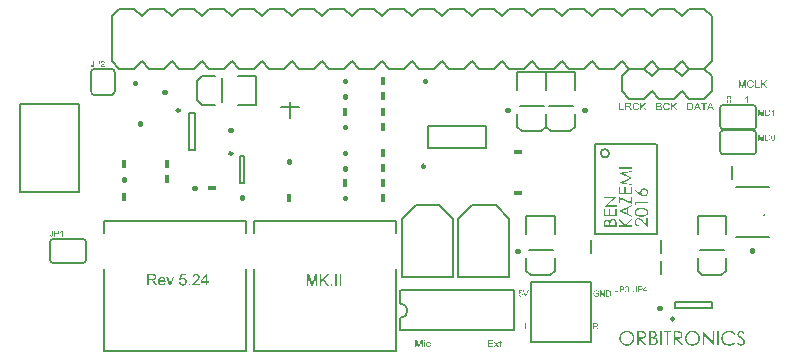
<source format=gto>
G04 Layer_Color=65535*
%FSAX24Y24*%
%MOIN*%
G70*
G01*
G75*
%ADD40C,0.0079*%
%ADD43C,0.0060*%
%ADD58C,0.0080*%
%ADD61C,0.0098*%
%ADD62C,0.0059*%
%ADD63C,0.0050*%
%ADD64C,0.0150*%
%ADD65R,0.0150X0.0300*%
%ADD66R,0.0180X0.0300*%
%ADD67R,0.0300X0.0150*%
%ADD68R,0.0300X0.0180*%
G36*
X020393Y002204D02*
X020398Y002204D01*
X020403Y002203D01*
X020408Y002203D01*
X020412Y002202D01*
X020413D01*
X020415Y002202D01*
X020417Y002201D01*
X020421Y002200D01*
X020425Y002199D01*
X020429Y002197D01*
X020433Y002195D01*
X020437Y002193D01*
X020437Y002192D01*
X020439Y002191D01*
X020440Y002190D01*
X020443Y002188D01*
X020445Y002185D01*
X020448Y002182D01*
X020451Y002178D01*
X020453Y002173D01*
X020453Y002173D01*
X020454Y002171D01*
X020455Y002169D01*
X020456Y002165D01*
X020457Y002161D01*
X020458Y002157D01*
X020459Y002151D01*
X020459Y002146D01*
Y002146D01*
Y002145D01*
Y002143D01*
X020459Y002141D01*
X020459Y002139D01*
X020458Y002137D01*
X020458Y002134D01*
X020457Y002131D01*
X020455Y002124D01*
X020454Y002120D01*
X020452Y002117D01*
X020450Y002113D01*
X020448Y002109D01*
X020446Y002106D01*
X020443Y002102D01*
X020442Y002102D01*
X020442Y002102D01*
X020441Y002101D01*
X020440Y002100D01*
X020438Y002098D01*
X020435Y002097D01*
X020433Y002095D01*
X020429Y002094D01*
X020426Y002092D01*
X020421Y002090D01*
X020417Y002089D01*
X020411Y002088D01*
X020405Y002086D01*
X020399Y002086D01*
X020391Y002085D01*
X020384Y002085D01*
X020332D01*
Y002003D01*
X020306D01*
Y002204D01*
X020388D01*
X020393Y002204D01*
D02*
G37*
G36*
X000811Y003923D02*
Y003922D01*
Y003922D01*
Y003920D01*
Y003919D01*
X000811Y003916D01*
Y003914D01*
X000811Y003909D01*
X000810Y003902D01*
X000809Y003895D01*
X000807Y003889D01*
X000805Y003883D01*
Y003883D01*
X000805Y003883D01*
X000804Y003881D01*
X000802Y003879D01*
X000800Y003876D01*
X000797Y003872D01*
X000794Y003869D01*
X000790Y003865D01*
X000786Y003863D01*
X000785Y003862D01*
X000783Y003861D01*
X000781Y003860D01*
X000777Y003859D01*
X000772Y003858D01*
X000767Y003856D01*
X000761Y003856D01*
X000755Y003855D01*
X000752D01*
X000750Y003856D01*
X000748Y003856D01*
X000746Y003856D01*
X000740Y003857D01*
X000733Y003859D01*
X000726Y003862D01*
X000723Y003863D01*
X000720Y003865D01*
X000717Y003868D01*
X000714Y003870D01*
X000714Y003871D01*
X000713Y003871D01*
X000713Y003872D01*
X000712Y003873D01*
X000711Y003875D01*
X000710Y003877D01*
X000708Y003879D01*
X000707Y003882D01*
X000706Y003885D01*
X000705Y003888D01*
X000703Y003892D01*
X000702Y003896D01*
X000702Y003900D01*
X000701Y003905D01*
X000701Y003910D01*
Y003915D01*
X000725Y003919D01*
Y003919D01*
Y003918D01*
Y003917D01*
X000725Y003915D01*
X000725Y003913D01*
Y003911D01*
X000726Y003906D01*
X000727Y003901D01*
X000729Y003896D01*
X000731Y003891D01*
X000732Y003889D01*
X000733Y003888D01*
X000733Y003887D01*
X000735Y003886D01*
X000736Y003885D01*
X000739Y003883D01*
X000742Y003882D01*
X000745Y003881D01*
X000750Y003879D01*
X000754Y003879D01*
X000756D01*
X000758Y003879D01*
X000761Y003880D01*
X000763Y003880D01*
X000766Y003881D01*
X000769Y003882D01*
X000772Y003883D01*
X000772Y003884D01*
X000773Y003884D01*
X000774Y003886D01*
X000776Y003887D01*
X000777Y003889D01*
X000779Y003891D01*
X000781Y003893D01*
X000782Y003896D01*
Y003896D01*
X000782Y003897D01*
X000783Y003899D01*
X000783Y003902D01*
X000784Y003906D01*
X000784Y003910D01*
X000785Y003915D01*
Y003921D01*
Y004060D01*
X000811D01*
Y003923D01*
D02*
G37*
G36*
X020587Y002074D02*
X020614D01*
Y002051D01*
X020587D01*
Y002003D01*
X020562D01*
Y002051D01*
X020475D01*
Y002074D01*
X020567Y002204D01*
X020587D01*
Y002074D01*
D02*
G37*
G36*
X002312Y009721D02*
X002317Y009721D01*
X002322Y009721D01*
X002327Y009720D01*
X002332Y009719D01*
X002332D01*
X002334Y009719D01*
X002337Y009718D01*
X002340Y009717D01*
X002344Y009716D01*
X002348Y009714D01*
X002353Y009712D01*
X002356Y009710D01*
X002357Y009709D01*
X002358Y009709D01*
X002360Y009707D01*
X002362Y009705D01*
X002365Y009702D01*
X002367Y009699D01*
X002370Y009695D01*
X002373Y009691D01*
X002373Y009690D01*
X002374Y009688D01*
X002375Y009686D01*
X002376Y009682D01*
X002377Y009678D01*
X002378Y009674D01*
X002378Y009668D01*
X002379Y009663D01*
Y009663D01*
Y009662D01*
Y009661D01*
X002378Y009659D01*
X002378Y009656D01*
X002378Y009654D01*
X002377Y009651D01*
X002377Y009648D01*
X002375Y009641D01*
X002374Y009638D01*
X002372Y009634D01*
X002370Y009630D01*
X002368Y009627D01*
X002365Y009623D01*
X002362Y009620D01*
X002362Y009619D01*
X002361Y009619D01*
X002360Y009618D01*
X002359Y009617D01*
X002357Y009615D01*
X002355Y009614D01*
X002352Y009612D01*
X002349Y009611D01*
X002345Y009609D01*
X002341Y009607D01*
X002336Y009606D01*
X002330Y009605D01*
X002325Y009604D01*
X002318Y009603D01*
X002311Y009602D01*
X002303Y009602D01*
X002252D01*
Y009520D01*
X002225D01*
Y009721D01*
X002308D01*
X002312Y009721D01*
D02*
G37*
G36*
X020262Y002067D02*
Y002067D01*
Y002066D01*
Y002065D01*
Y002063D01*
X020262Y002061D01*
Y002058D01*
X020261Y002053D01*
X020261Y002046D01*
X020259Y002040D01*
X020258Y002033D01*
X020256Y002028D01*
Y002027D01*
X020255Y002027D01*
X020254Y002025D01*
X020253Y002023D01*
X020251Y002020D01*
X020248Y002017D01*
X020245Y002013D01*
X020241Y002010D01*
X020236Y002007D01*
X020236Y002006D01*
X020234Y002006D01*
X020231Y002004D01*
X020227Y002003D01*
X020223Y002002D01*
X020217Y002001D01*
X020212Y002000D01*
X020205Y001999D01*
X020203D01*
X020201Y002000D01*
X020199Y002000D01*
X020196Y002000D01*
X020190Y002001D01*
X020184Y002003D01*
X020177Y002006D01*
X020174Y002008D01*
X020170Y002010D01*
X020167Y002012D01*
X020165Y002015D01*
X020164Y002015D01*
X020164Y002015D01*
X020163Y002016D01*
X020162Y002017D01*
X020161Y002019D01*
X020160Y002021D01*
X020159Y002023D01*
X020158Y002026D01*
X020156Y002029D01*
X020155Y002032D01*
X020154Y002036D01*
X020153Y002040D01*
X020152Y002044D01*
X020151Y002049D01*
X020151Y002054D01*
Y002060D01*
X020175Y002063D01*
Y002063D01*
Y002062D01*
Y002061D01*
X020176Y002059D01*
X020176Y002058D01*
Y002056D01*
X020177Y002051D01*
X020178Y002045D01*
X020179Y002040D01*
X020181Y002035D01*
X020182Y002033D01*
X020184Y002032D01*
X020184Y002031D01*
X020185Y002031D01*
X020187Y002029D01*
X020189Y002028D01*
X020192Y002026D01*
X020196Y002025D01*
X020200Y002024D01*
X020205Y002023D01*
X020207D01*
X020208Y002024D01*
X020211Y002024D01*
X020214Y002024D01*
X020217Y002025D01*
X020220Y002026D01*
X020222Y002028D01*
X020223Y002028D01*
X020224Y002029D01*
X020225Y002030D01*
X020227Y002031D01*
X020228Y002033D01*
X020230Y002035D01*
X020231Y002037D01*
X020232Y002040D01*
Y002040D01*
X020233Y002042D01*
X020233Y002044D01*
X020234Y002046D01*
X020234Y002050D01*
X020235Y002054D01*
X020235Y002059D01*
Y002065D01*
Y002204D01*
X020262D01*
Y002067D01*
D02*
G37*
G36*
X001126Y003859D02*
X001101D01*
Y004016D01*
X001101Y004016D01*
X001099Y004015D01*
X001098Y004013D01*
X001095Y004011D01*
X001091Y004008D01*
X001087Y004005D01*
X001083Y004002D01*
X001077Y003999D01*
X001077D01*
X001077Y003999D01*
X001075Y003998D01*
X001072Y003996D01*
X001069Y003994D01*
X001065Y003992D01*
X001060Y003990D01*
X001056Y003988D01*
X001052Y003986D01*
Y004010D01*
X001052D01*
X001052Y004011D01*
X001054Y004011D01*
X001055Y004012D01*
X001057Y004013D01*
X001059Y004014D01*
X001064Y004017D01*
X001070Y004020D01*
X001075Y004024D01*
X001081Y004029D01*
X001088Y004034D01*
X001088Y004034D01*
X001088Y004035D01*
X001089Y004035D01*
X001090Y004036D01*
X001093Y004039D01*
X001096Y004043D01*
X001100Y004047D01*
X001104Y004051D01*
X001107Y004056D01*
X001110Y004061D01*
X001126D01*
Y003859D01*
D02*
G37*
G36*
X019785Y002204D02*
X019790Y002204D01*
X019796Y002204D01*
X019801Y002203D01*
X019805Y002203D01*
X019806D01*
X019808Y002202D01*
X019810Y002202D01*
X019814Y002201D01*
X019817Y002199D01*
X019821Y002197D01*
X019826Y002195D01*
X019830Y002193D01*
X019830Y002193D01*
X019831Y002192D01*
X019833Y002190D01*
X019835Y002188D01*
X019838Y002186D01*
X019841Y002182D01*
X019844Y002178D01*
X019846Y002174D01*
X019846Y002173D01*
X019847Y002172D01*
X019848Y002169D01*
X019849Y002166D01*
X019850Y002162D01*
X019851Y002157D01*
X019852Y002152D01*
X019852Y002146D01*
Y002146D01*
Y002145D01*
Y002144D01*
X019852Y002142D01*
X019851Y002140D01*
X019851Y002137D01*
X019851Y002134D01*
X019850Y002131D01*
X019848Y002124D01*
X019847Y002121D01*
X019845Y002117D01*
X019843Y002113D01*
X019841Y002110D01*
X019838Y002106D01*
X019835Y002103D01*
X019835Y002103D01*
X019835Y002102D01*
X019834Y002101D01*
X019832Y002100D01*
X019831Y002099D01*
X019828Y002097D01*
X019825Y002096D01*
X019822Y002094D01*
X019818Y002092D01*
X019814Y002091D01*
X019809Y002089D01*
X019804Y002088D01*
X019798Y002087D01*
X019792Y002086D01*
X019784Y002085D01*
X019777Y002085D01*
X019725D01*
Y002003D01*
X019698D01*
Y002205D01*
X019781D01*
X019785Y002204D01*
D02*
G37*
G36*
X009848Y002452D02*
X010014Y002228D01*
X009948D01*
X009813Y002418D01*
X009752Y002359D01*
Y002228D01*
X009701D01*
Y002606D01*
X009752D01*
Y002418D01*
X009938Y002606D01*
X010007D01*
X009848Y002452D01*
D02*
G37*
G36*
X019655Y002067D02*
Y002067D01*
Y002066D01*
Y002065D01*
Y002063D01*
X019654Y002061D01*
Y002059D01*
X019654Y002053D01*
X019653Y002047D01*
X019652Y002040D01*
X019650Y002034D01*
X019648Y002028D01*
Y002028D01*
X019648Y002028D01*
X019647Y002026D01*
X019646Y002023D01*
X019644Y002020D01*
X019641Y002017D01*
X019638Y002014D01*
X019634Y002010D01*
X019629Y002007D01*
X019628Y002007D01*
X019627Y002006D01*
X019624Y002005D01*
X019620Y002004D01*
X019615Y002002D01*
X019610Y002001D01*
X019604Y002000D01*
X019598Y002000D01*
X019595D01*
X019594Y002000D01*
X019591Y002000D01*
X019589Y002001D01*
X019583Y002002D01*
X019576Y002004D01*
X019570Y002006D01*
X019566Y002008D01*
X019563Y002010D01*
X019560Y002012D01*
X019557Y002015D01*
X019557Y002015D01*
X019557Y002016D01*
X019556Y002017D01*
X019555Y002018D01*
X019554Y002019D01*
X019553Y002021D01*
X019552Y002024D01*
X019550Y002026D01*
X019549Y002029D01*
X019548Y002033D01*
X019547Y002036D01*
X019546Y002040D01*
X019545Y002045D01*
X019544Y002050D01*
X019544Y002055D01*
Y002060D01*
X019568Y002064D01*
Y002063D01*
Y002063D01*
Y002062D01*
X019568Y002060D01*
X019569Y002058D01*
Y002056D01*
X019569Y002051D01*
X019570Y002046D01*
X019572Y002041D01*
X019574Y002036D01*
X019575Y002034D01*
X019576Y002032D01*
X019577Y002032D01*
X019578Y002031D01*
X019580Y002030D01*
X019582Y002028D01*
X019585Y002026D01*
X019589Y002025D01*
X019593Y002024D01*
X019598Y002024D01*
X019599D01*
X019601Y002024D01*
X019604Y002024D01*
X019606Y002025D01*
X019609Y002025D01*
X019612Y002027D01*
X019615Y002028D01*
X019615Y002028D01*
X019616Y002029D01*
X019618Y002030D01*
X019619Y002031D01*
X019621Y002033D01*
X019622Y002035D01*
X019624Y002038D01*
X019625Y002041D01*
Y002041D01*
X019626Y002042D01*
X019626Y002044D01*
X019627Y002047D01*
X019627Y002050D01*
X019627Y002055D01*
X019628Y002060D01*
Y002066D01*
Y002205D01*
X019655D01*
Y002067D01*
D02*
G37*
G36*
X000942Y004060D02*
X000947Y004060D01*
X000952Y004059D01*
X000957Y004059D01*
X000962Y004058D01*
X000962D01*
X000964Y004057D01*
X000967Y004057D01*
X000970Y004056D01*
X000974Y004055D01*
X000978Y004053D01*
X000983Y004051D01*
X000986Y004048D01*
X000987Y004048D01*
X000988Y004047D01*
X000990Y004046D01*
X000992Y004044D01*
X000995Y004041D01*
X000997Y004037D01*
X001000Y004034D01*
X001003Y004029D01*
X001003Y004029D01*
X001004Y004027D01*
X001005Y004025D01*
X001006Y004021D01*
X001007Y004017D01*
X001008Y004012D01*
X001008Y004007D01*
X001009Y004002D01*
Y004001D01*
Y004000D01*
Y003999D01*
X001008Y003997D01*
X001008Y003995D01*
X001008Y003993D01*
X001007Y003990D01*
X001007Y003986D01*
X001005Y003980D01*
X001004Y003976D01*
X001002Y003973D01*
X001000Y003969D01*
X000998Y003965D01*
X000995Y003962D01*
X000992Y003958D01*
X000992Y003958D01*
X000991Y003957D01*
X000990Y003957D01*
X000989Y003956D01*
X000987Y003954D01*
X000985Y003953D01*
X000982Y003951D01*
X000979Y003950D01*
X000975Y003948D01*
X000971Y003946D01*
X000966Y003945D01*
X000960Y003943D01*
X000955Y003942D01*
X000948Y003941D01*
X000941Y003941D01*
X000933Y003941D01*
X000882D01*
Y003859D01*
X000855D01*
Y004060D01*
X000938D01*
X000942Y004060D01*
D02*
G37*
G36*
X019945Y002205D02*
X019949Y002205D01*
X019954Y002204D01*
X019959Y002202D01*
X019964Y002201D01*
X019969Y002198D01*
X019970D01*
X019970Y002198D01*
X019972Y002197D01*
X019974Y002195D01*
X019977Y002193D01*
X019981Y002191D01*
X019984Y002187D01*
X019988Y002184D01*
X019991Y002179D01*
X019991Y002179D01*
X019992Y002177D01*
X019993Y002174D01*
X019994Y002171D01*
X019996Y002168D01*
X019997Y002163D01*
X019998Y002158D01*
X019998Y002153D01*
Y002153D01*
Y002151D01*
X019998Y002149D01*
X019997Y002145D01*
X019996Y002142D01*
X019995Y002138D01*
X019993Y002133D01*
X019991Y002129D01*
X019991Y002129D01*
X019990Y002128D01*
X019988Y002126D01*
X019986Y002123D01*
X019983Y002121D01*
X019979Y002118D01*
X019975Y002115D01*
X019970Y002113D01*
X019971D01*
X019971Y002112D01*
X019972Y002112D01*
X019973Y002112D01*
X019976Y002110D01*
X019980Y002109D01*
X019985Y002106D01*
X019990Y002103D01*
X019994Y002100D01*
X019998Y002095D01*
X019998Y002095D01*
X020000Y002093D01*
X020001Y002090D01*
X020003Y002086D01*
X020005Y002082D01*
X020007Y002076D01*
X020008Y002070D01*
X020008Y002063D01*
Y002062D01*
Y002062D01*
Y002060D01*
X020008Y002058D01*
X020007Y002056D01*
X020007Y002053D01*
X020006Y002051D01*
X020006Y002047D01*
X020003Y002040D01*
X020002Y002037D01*
X020000Y002033D01*
X019998Y002029D01*
X019995Y002025D01*
X019992Y002022D01*
X019989Y002018D01*
X019988Y002018D01*
X019988Y002017D01*
X019986Y002016D01*
X019985Y002015D01*
X019983Y002014D01*
X019981Y002012D01*
X019978Y002011D01*
X019975Y002009D01*
X019972Y002007D01*
X019968Y002006D01*
X019964Y002004D01*
X019960Y002003D01*
X019955Y002002D01*
X019950Y002001D01*
X019945Y002000D01*
X019940Y002000D01*
X019937D01*
X019936Y002000D01*
X019933Y002000D01*
X019931Y002001D01*
X019928Y002001D01*
X019925Y002002D01*
X019918Y002004D01*
X019910Y002007D01*
X019906Y002008D01*
X019903Y002010D01*
X019899Y002013D01*
X019896Y002016D01*
X019896Y002016D01*
X019895Y002016D01*
X019894Y002017D01*
X019893Y002019D01*
X019892Y002020D01*
X019890Y002022D01*
X019889Y002024D01*
X019887Y002027D01*
X019885Y002030D01*
X019883Y002032D01*
X019880Y002039D01*
X019878Y002048D01*
X019877Y002052D01*
X019876Y002057D01*
X019901Y002060D01*
Y002060D01*
X019901Y002059D01*
X019902Y002058D01*
X019902Y002056D01*
X019902Y002055D01*
X019903Y002053D01*
X019904Y002048D01*
X019906Y002043D01*
X019909Y002038D01*
X019912Y002033D01*
X019915Y002029D01*
X019916Y002029D01*
X019917Y002028D01*
X019919Y002026D01*
X019922Y002025D01*
X019926Y002023D01*
X019930Y002022D01*
X019935Y002021D01*
X019940Y002020D01*
X019942D01*
X019943Y002021D01*
X019946Y002021D01*
X019950Y002022D01*
X019955Y002023D01*
X019960Y002025D01*
X019965Y002028D01*
X019970Y002032D01*
X019970Y002033D01*
X019972Y002035D01*
X019973Y002037D01*
X019976Y002041D01*
X019978Y002045D01*
X019980Y002050D01*
X019981Y002056D01*
X019982Y002062D01*
Y002062D01*
Y002063D01*
Y002064D01*
X019982Y002065D01*
X019981Y002068D01*
X019980Y002072D01*
X019979Y002077D01*
X019977Y002081D01*
X019974Y002086D01*
X019971Y002090D01*
X019970Y002091D01*
X019968Y002092D01*
X019966Y002094D01*
X019963Y002096D01*
X019959Y002098D01*
X019954Y002100D01*
X019948Y002101D01*
X019942Y002101D01*
X019940D01*
X019938Y002101D01*
X019935Y002101D01*
X019932Y002100D01*
X019929Y002100D01*
X019925Y002099D01*
X019928Y002121D01*
X019929D01*
X019930Y002120D01*
X019934D01*
X019937Y002121D01*
X019941Y002122D01*
X019945Y002122D01*
X019950Y002124D01*
X019955Y002126D01*
X019960Y002129D01*
X019960D01*
X019961Y002129D01*
X019962Y002130D01*
X019964Y002132D01*
X019966Y002135D01*
X019969Y002138D01*
X019971Y002143D01*
X019972Y002148D01*
X019973Y002151D01*
Y002154D01*
Y002154D01*
Y002154D01*
Y002156D01*
X019972Y002158D01*
X019972Y002162D01*
X019971Y002165D01*
X019969Y002169D01*
X019967Y002173D01*
X019964Y002176D01*
X019963Y002177D01*
X019962Y002178D01*
X019960Y002179D01*
X019957Y002181D01*
X019954Y002182D01*
X019950Y002184D01*
X019945Y002185D01*
X019940Y002185D01*
X019937D01*
X019935Y002185D01*
X019931Y002184D01*
X019927Y002183D01*
X019924Y002181D01*
X019920Y002179D01*
X019916Y002176D01*
X019915Y002176D01*
X019914Y002174D01*
X019913Y002172D01*
X019911Y002170D01*
X019909Y002166D01*
X019906Y002161D01*
X019905Y002156D01*
X019904Y002149D01*
X019879Y002154D01*
Y002154D01*
X019879Y002155D01*
X019879Y002156D01*
X019880Y002158D01*
X019880Y002160D01*
X019881Y002162D01*
X019883Y002168D01*
X019886Y002174D01*
X019889Y002180D01*
X019894Y002186D01*
X019899Y002192D01*
X019899Y002192D01*
X019900Y002193D01*
X019901Y002193D01*
X019902Y002194D01*
X019904Y002195D01*
X019906Y002196D01*
X019908Y002197D01*
X019910Y002199D01*
X019916Y002201D01*
X019923Y002204D01*
X019931Y002205D01*
X019935Y002206D01*
X019942D01*
X019945Y002205D01*
D02*
G37*
G36*
X002474Y009722D02*
X002477Y009722D01*
X002479Y009721D01*
X002483Y009721D01*
X002486Y009720D01*
X002493Y009718D01*
X002501Y009715D01*
X002505Y009714D01*
X002509Y009711D01*
X002512Y009709D01*
X002515Y009706D01*
X002516Y009706D01*
X002516Y009705D01*
X002517Y009704D01*
X002518Y009703D01*
X002519Y009702D01*
X002521Y009700D01*
X002522Y009698D01*
X002524Y009695D01*
X002527Y009689D01*
X002530Y009682D01*
X002531Y009679D01*
X002532Y009675D01*
X002532Y009671D01*
X002532Y009666D01*
Y009666D01*
Y009664D01*
X002532Y009662D01*
X002532Y009659D01*
X002531Y009655D01*
X002530Y009651D01*
X002529Y009647D01*
X002527Y009643D01*
X002527Y009642D01*
X002526Y009640D01*
X002525Y009638D01*
X002523Y009635D01*
X002521Y009631D01*
X002518Y009627D01*
X002515Y009623D01*
X002511Y009618D01*
X002510Y009617D01*
X002509Y009615D01*
X002507Y009614D01*
X002506Y009613D01*
X002504Y009611D01*
X002502Y009608D01*
X002499Y009606D01*
X002496Y009604D01*
X002493Y009601D01*
X002490Y009597D01*
X002486Y009594D01*
X002482Y009590D01*
X002477Y009587D01*
X002473Y009583D01*
X002472Y009582D01*
X002472Y009582D01*
X002471Y009581D01*
X002469Y009580D01*
X002468Y009578D01*
X002465Y009576D01*
X002461Y009572D01*
X002456Y009568D01*
X002451Y009564D01*
X002447Y009560D01*
X002445Y009558D01*
X002444Y009557D01*
X002444Y009557D01*
X002443Y009556D01*
X002442Y009555D01*
X002440Y009553D01*
X002439Y009551D01*
X002437Y009549D01*
X002433Y009544D01*
X002533D01*
Y009520D01*
X002399D01*
Y009520D01*
Y009521D01*
Y009523D01*
X002399Y009526D01*
X002400Y009528D01*
X002400Y009531D01*
X002401Y009534D01*
X002402Y009537D01*
Y009537D01*
X002402Y009538D01*
X002403Y009539D01*
X002404Y009542D01*
X002406Y009546D01*
X002408Y009550D01*
X002411Y009554D01*
X002414Y009559D01*
X002418Y009564D01*
Y009564D01*
X002419Y009565D01*
X002420Y009566D01*
X002423Y009569D01*
X002427Y009573D01*
X002431Y009577D01*
X002437Y009582D01*
X002443Y009588D01*
X002451Y009594D01*
X002451Y009595D01*
X002452Y009595D01*
X002454Y009597D01*
X002456Y009599D01*
X002458Y009601D01*
X002462Y009604D01*
X002465Y009606D01*
X002469Y009610D01*
X002476Y009617D01*
X002483Y009624D01*
X002487Y009627D01*
X002490Y009631D01*
X002493Y009634D01*
X002495Y009637D01*
Y009637D01*
X002496Y009638D01*
X002496Y009638D01*
X002497Y009640D01*
X002499Y009643D01*
X002501Y009647D01*
X002503Y009651D01*
X002505Y009656D01*
X002506Y009662D01*
X002507Y009667D01*
Y009667D01*
Y009668D01*
X002507Y009669D01*
X002506Y009672D01*
X002506Y009675D01*
X002504Y009679D01*
X002502Y009684D01*
X002500Y009688D01*
X002496Y009692D01*
X002496Y009692D01*
X002494Y009693D01*
X002492Y009695D01*
X002489Y009697D01*
X002485Y009699D01*
X002480Y009700D01*
X002475Y009702D01*
X002469Y009702D01*
X002467D01*
X002466Y009702D01*
X002462Y009701D01*
X002458Y009700D01*
X002454Y009699D01*
X002449Y009697D01*
X002444Y009695D01*
X002440Y009691D01*
X002439Y009691D01*
X002438Y009689D01*
X002436Y009687D01*
X002435Y009683D01*
X002433Y009679D01*
X002431Y009674D01*
X002430Y009668D01*
X002429Y009661D01*
X002404Y009664D01*
Y009664D01*
X002404Y009665D01*
Y009667D01*
X002404Y009669D01*
X002405Y009671D01*
X002406Y009674D01*
X002406Y009677D01*
X002407Y009680D01*
X002410Y009687D01*
X002413Y009694D01*
X002415Y009698D01*
X002418Y009701D01*
X002420Y009704D01*
X002423Y009707D01*
X002424Y009707D01*
X002424Y009708D01*
X002425Y009709D01*
X002426Y009709D01*
X002428Y009711D01*
X002430Y009712D01*
X002433Y009713D01*
X002436Y009715D01*
X002439Y009716D01*
X002442Y009718D01*
X002446Y009719D01*
X002450Y009720D01*
X002454Y009721D01*
X002459Y009722D01*
X002464Y009722D01*
X002469Y009722D01*
X002472D01*
X002474Y009722D01*
D02*
G37*
G36*
X022848Y008071D02*
X022810D01*
X022781Y008147D01*
X022675D01*
X022648Y008071D01*
X022613D01*
X022709Y008323D01*
X022745D01*
X022848Y008071D01*
D02*
G37*
G36*
X022606Y008293D02*
X022523D01*
Y008071D01*
X022489D01*
Y008293D01*
X022406D01*
Y008323D01*
X022606D01*
Y008293D01*
D02*
G37*
G36*
X020487Y008220D02*
X020597Y008071D01*
X020553D01*
X020464Y008198D01*
X020422Y008158D01*
Y008071D01*
X020389D01*
Y008323D01*
X020422D01*
Y008198D01*
X020547Y008323D01*
X020592D01*
X020487Y008220D01*
D02*
G37*
G36*
X020251Y008327D02*
X020255Y008326D01*
X020259Y008326D01*
X020263Y008326D01*
X020267Y008325D01*
X020277Y008322D01*
X020288Y008319D01*
X020294Y008317D01*
X020299Y008314D01*
X020304Y008311D01*
X020309Y008308D01*
X020309Y008307D01*
X020310Y008307D01*
X020311Y008306D01*
X020313Y008304D01*
X020315Y008302D01*
X020318Y008300D01*
X020320Y008297D01*
X020323Y008294D01*
X020326Y008290D01*
X020329Y008286D01*
X020332Y008282D01*
X020335Y008277D01*
X020338Y008271D01*
X020341Y008266D01*
X020343Y008260D01*
X020345Y008254D01*
X020312Y008246D01*
Y008246D01*
X020312Y008247D01*
X020311Y008249D01*
X020310Y008250D01*
X020310Y008253D01*
X020309Y008255D01*
X020306Y008261D01*
X020302Y008268D01*
X020298Y008274D01*
X020292Y008281D01*
X020286Y008286D01*
X020286Y008287D01*
X020283Y008288D01*
X020280Y008290D01*
X020275Y008293D01*
X020269Y008295D01*
X020262Y008297D01*
X020254Y008298D01*
X020245Y008299D01*
X020242D01*
X020240Y008298D01*
X020237D01*
X020234Y008298D01*
X020227Y008297D01*
X020220Y008295D01*
X020212Y008293D01*
X020203Y008289D01*
X020196Y008285D01*
X020195D01*
X020195Y008284D01*
X020192Y008282D01*
X020189Y008279D01*
X020185Y008275D01*
X020180Y008269D01*
X020176Y008263D01*
X020172Y008255D01*
X020168Y008247D01*
Y008247D01*
X020168Y008246D01*
X020168Y008245D01*
X020167Y008243D01*
X020167Y008241D01*
X020166Y008238D01*
X020165Y008232D01*
X020163Y008225D01*
X020162Y008217D01*
X020161Y008208D01*
X020161Y008199D01*
Y008198D01*
Y008197D01*
Y008195D01*
Y008193D01*
X020161Y008191D01*
Y008187D01*
X020162Y008184D01*
X020162Y008180D01*
X020163Y008171D01*
X020165Y008162D01*
X020167Y008152D01*
X020170Y008143D01*
Y008142D01*
X020170Y008141D01*
X020171Y008140D01*
X020172Y008139D01*
X020174Y008134D01*
X020177Y008129D01*
X020181Y008123D01*
X020186Y008117D01*
X020192Y008112D01*
X020199Y008107D01*
X020199D01*
X020200Y008106D01*
X020201Y008105D01*
X020203Y008105D01*
X020204Y008104D01*
X020207Y008103D01*
X020212Y008101D01*
X020218Y008099D01*
X020226Y008097D01*
X020234Y008095D01*
X020242Y008095D01*
X020245D01*
X020247Y008095D01*
X020249D01*
X020252Y008096D01*
X020258Y008097D01*
X020266Y008099D01*
X020274Y008102D01*
X020282Y008106D01*
X020286Y008108D01*
X020289Y008111D01*
X020290Y008111D01*
X020290Y008112D01*
X020291Y008113D01*
X020293Y008114D01*
X020294Y008116D01*
X020296Y008118D01*
X020298Y008120D01*
X020300Y008123D01*
X020302Y008126D01*
X020305Y008130D01*
X020307Y008133D01*
X020309Y008138D01*
X020311Y008143D01*
X020313Y008148D01*
X020314Y008153D01*
X020316Y008159D01*
X020349Y008151D01*
Y008150D01*
X020349Y008149D01*
X020348Y008147D01*
X020347Y008144D01*
X020346Y008140D01*
X020345Y008136D01*
X020343Y008132D01*
X020341Y008127D01*
X020336Y008117D01*
X020329Y008107D01*
X020325Y008102D01*
X020321Y008097D01*
X020317Y008092D01*
X020311Y008088D01*
X020311Y008088D01*
X020310Y008087D01*
X020309Y008086D01*
X020307Y008085D01*
X020304Y008083D01*
X020301Y008081D01*
X020297Y008079D01*
X020293Y008077D01*
X020288Y008075D01*
X020283Y008073D01*
X020278Y008072D01*
X020272Y008070D01*
X020266Y008068D01*
X020259Y008068D01*
X020252Y008067D01*
X020245Y008066D01*
X020241D01*
X020238Y008067D01*
X020235D01*
X020231Y008067D01*
X020226Y008068D01*
X020221Y008069D01*
X020211Y008070D01*
X020200Y008073D01*
X020189Y008077D01*
X020184Y008080D01*
X020179Y008083D01*
X020178Y008083D01*
X020178Y008084D01*
X020176Y008085D01*
X020175Y008086D01*
X020172Y008088D01*
X020170Y008090D01*
X020167Y008092D01*
X020164Y008095D01*
X020161Y008099D01*
X020158Y008102D01*
X020151Y008110D01*
X020145Y008120D01*
X020140Y008131D01*
Y008131D01*
X020139Y008132D01*
X020139Y008134D01*
X020137Y008136D01*
X020137Y008139D01*
X020136Y008143D01*
X020134Y008147D01*
X020133Y008151D01*
X020132Y008156D01*
X020131Y008162D01*
X020129Y008173D01*
X020127Y008186D01*
X020127Y008199D01*
Y008199D01*
Y008200D01*
Y008203D01*
X020127Y008205D01*
Y008209D01*
X020127Y008212D01*
X020128Y008217D01*
X020128Y008222D01*
X020130Y008232D01*
X020133Y008244D01*
X020136Y008256D01*
X020141Y008267D01*
X020142Y008267D01*
X020142Y008269D01*
X020143Y008270D01*
X020144Y008272D01*
X020146Y008274D01*
X020148Y008277D01*
X020152Y008284D01*
X020159Y008291D01*
X020166Y008298D01*
X020174Y008306D01*
X020184Y008312D01*
X020184Y008312D01*
X020186Y008313D01*
X020187Y008313D01*
X020189Y008314D01*
X020192Y008315D01*
X020195Y008317D01*
X020198Y008318D01*
X020202Y008319D01*
X020207Y008321D01*
X020211Y008322D01*
X020222Y008325D01*
X020233Y008326D01*
X020245Y008327D01*
X020249D01*
X020251Y008327D01*
D02*
G37*
G36*
X021504Y008220D02*
X021615Y008071D01*
X021571D01*
X021481Y008198D01*
X021440Y008158D01*
Y008071D01*
X021406D01*
Y008323D01*
X021440D01*
Y008198D01*
X021564Y008323D01*
X021610D01*
X021504Y008220D01*
D02*
G37*
G36*
X022398Y008071D02*
X022360D01*
X022331Y008147D01*
X022225D01*
X022198Y008071D01*
X022163D01*
X022259Y008323D01*
X022295D01*
X022398Y008071D01*
D02*
G37*
G36*
X019719Y008101D02*
X019843D01*
Y008071D01*
X019685D01*
Y008323D01*
X019719D01*
Y008101D01*
D02*
G37*
G36*
X002181Y009584D02*
Y009584D01*
Y009583D01*
Y009582D01*
Y009580D01*
X002181Y009578D01*
Y009575D01*
X002181Y009570D01*
X002180Y009563D01*
X002179Y009557D01*
X002177Y009551D01*
X002175Y009545D01*
Y009544D01*
X002175Y009544D01*
X002174Y009542D01*
X002172Y009540D01*
X002170Y009537D01*
X002167Y009534D01*
X002164Y009530D01*
X002160Y009527D01*
X002156Y009524D01*
X002155Y009523D01*
X002153Y009523D01*
X002151Y009521D01*
X002147Y009520D01*
X002142Y009519D01*
X002137Y009518D01*
X002131Y009517D01*
X002125Y009517D01*
X002122D01*
X002120Y009517D01*
X002118Y009517D01*
X002116Y009517D01*
X002110Y009519D01*
X002103Y009520D01*
X002096Y009523D01*
X002093Y009525D01*
X002090Y009527D01*
X002087Y009529D01*
X002084Y009532D01*
X002084Y009532D01*
X002083Y009532D01*
X002083Y009533D01*
X002082Y009535D01*
X002081Y009536D01*
X002080Y009538D01*
X002078Y009540D01*
X002077Y009543D01*
X002076Y009546D01*
X002075Y009549D01*
X002073Y009553D01*
X002072Y009557D01*
X002072Y009561D01*
X002071Y009566D01*
X002071Y009571D01*
Y009577D01*
X002095Y009580D01*
Y009580D01*
Y009579D01*
Y009578D01*
X002095Y009576D01*
X002095Y009575D01*
Y009573D01*
X002096Y009568D01*
X002097Y009562D01*
X002099Y009557D01*
X002101Y009553D01*
X002102Y009551D01*
X002103Y009549D01*
X002103Y009549D01*
X002105Y009548D01*
X002106Y009546D01*
X002109Y009545D01*
X002112Y009543D01*
X002115Y009542D01*
X002120Y009541D01*
X002124Y009540D01*
X002126D01*
X002128Y009541D01*
X002131Y009541D01*
X002133Y009542D01*
X002136Y009542D01*
X002139Y009543D01*
X002142Y009545D01*
X002142Y009545D01*
X002143Y009546D01*
X002144Y009547D01*
X002146Y009548D01*
X002147Y009550D01*
X002149Y009552D01*
X002151Y009554D01*
X002152Y009557D01*
Y009558D01*
X002152Y009559D01*
X002153Y009561D01*
X002153Y009563D01*
X002154Y009567D01*
X002154Y009571D01*
X002155Y009576D01*
Y009583D01*
Y009721D01*
X002181D01*
Y009584D01*
D02*
G37*
G36*
X020002Y008322D02*
X020006D01*
X020013Y008322D01*
X020021Y008321D01*
X020030Y008320D01*
X020038Y008318D01*
X020042Y008317D01*
X020045Y008316D01*
X020046D01*
X020046Y008315D01*
X020048Y008314D01*
X020052Y008313D01*
X020056Y008310D01*
X020060Y008307D01*
X020065Y008303D01*
X020069Y008298D01*
X020073Y008292D01*
Y008291D01*
X020074Y008291D01*
X020075Y008289D01*
X020077Y008285D01*
X020079Y008281D01*
X020081Y008275D01*
X020083Y008269D01*
X020084Y008262D01*
X020084Y008254D01*
Y008254D01*
Y008253D01*
Y008251D01*
X020084Y008250D01*
Y008247D01*
X020083Y008244D01*
X020082Y008238D01*
X020080Y008231D01*
X020077Y008223D01*
X020072Y008216D01*
X020069Y008212D01*
X020067Y008208D01*
X020066Y008208D01*
X020066Y008208D01*
X020065Y008207D01*
X020063Y008206D01*
X020061Y008204D01*
X020059Y008203D01*
X020056Y008201D01*
X020053Y008199D01*
X020050Y008197D01*
X020046Y008195D01*
X020041Y008193D01*
X020037Y008191D01*
X020031Y008190D01*
X020026Y008188D01*
X020020Y008187D01*
X020013Y008186D01*
X020014Y008185D01*
X020015Y008184D01*
X020017Y008183D01*
X020020Y008182D01*
X020027Y008178D01*
X020030Y008175D01*
X020033Y008173D01*
X020034Y008172D01*
X020036Y008170D01*
X020038Y008167D01*
X020042Y008164D01*
X020046Y008159D01*
X020051Y008153D01*
X020056Y008147D01*
X020061Y008139D01*
X020104Y008071D01*
X020063D01*
X020029Y008123D01*
Y008124D01*
X020029Y008124D01*
X020028Y008125D01*
X020027Y008127D01*
X020024Y008131D01*
X020021Y008136D01*
X020017Y008141D01*
X020013Y008147D01*
X020009Y008153D01*
X020005Y008158D01*
X020005Y008158D01*
X020004Y008160D01*
X020002Y008162D01*
X020000Y008164D01*
X019994Y008170D01*
X019991Y008172D01*
X019988Y008175D01*
X019988Y008175D01*
X019987Y008175D01*
X019986Y008176D01*
X019984Y008177D01*
X019981Y008178D01*
X019979Y008179D01*
X019973Y008181D01*
X019973D01*
X019972Y008182D01*
X019970D01*
X019969Y008182D01*
X019966Y008182D01*
X019963D01*
X019959Y008183D01*
X019916D01*
Y008071D01*
X019883D01*
Y008323D01*
X020000D01*
X020002Y008322D01*
D02*
G37*
G36*
X022040D02*
X022047Y008322D01*
X022054Y008321D01*
X022062Y008320D01*
X022068Y008319D01*
X022068D01*
X022069Y008319D01*
X022070D01*
X022071Y008318D01*
X022075Y008317D01*
X022081Y008315D01*
X022086Y008313D01*
X022093Y008309D01*
X022099Y008306D01*
X022105Y008301D01*
X022105Y008301D01*
X022105Y008300D01*
X022106Y008299D01*
X022108Y008298D01*
X022111Y008294D01*
X022116Y008289D01*
X022121Y008283D01*
X022126Y008276D01*
X022130Y008267D01*
X022134Y008258D01*
Y008258D01*
X022135Y008257D01*
X022135Y008255D01*
X022136Y008253D01*
X022137Y008251D01*
X022138Y008248D01*
X022138Y008244D01*
X022139Y008240D01*
X022141Y008236D01*
X022141Y008232D01*
X022143Y008222D01*
X022144Y008210D01*
X022145Y008198D01*
Y008198D01*
Y008197D01*
Y008195D01*
Y008193D01*
X022144Y008191D01*
Y008188D01*
X022144Y008181D01*
X022143Y008173D01*
X022142Y008164D01*
X022140Y008156D01*
X022138Y008147D01*
Y008147D01*
X022137Y008146D01*
X022137Y008145D01*
X022137Y008143D01*
X022135Y008139D01*
X022133Y008134D01*
X022131Y008128D01*
X022128Y008123D01*
X022124Y008116D01*
X022121Y008111D01*
X022120Y008110D01*
X022119Y008108D01*
X022117Y008105D01*
X022114Y008102D01*
X022110Y008099D01*
X022106Y008095D01*
X022102Y008091D01*
X022098Y008088D01*
X022097Y008087D01*
X022095Y008086D01*
X022093Y008085D01*
X022089Y008083D01*
X022085Y008081D01*
X022080Y008079D01*
X022074Y008077D01*
X022067Y008075D01*
X022067D01*
X022066Y008075D01*
X022065Y008074D01*
X022061Y008074D01*
X022056Y008073D01*
X022050Y008072D01*
X022043Y008072D01*
X022035Y008071D01*
X022027Y008071D01*
X021936D01*
Y008323D01*
X022033D01*
X022040Y008322D01*
D02*
G37*
G36*
X021019D02*
X021022D01*
X021029Y008322D01*
X021036Y008321D01*
X021043Y008319D01*
X021051Y008318D01*
X021058Y008315D01*
X021058D01*
X021059Y008315D01*
X021061Y008314D01*
X021064Y008312D01*
X021068Y008309D01*
X021072Y008306D01*
X021077Y008302D01*
X021081Y008297D01*
X021085Y008291D01*
X021086Y008291D01*
X021087Y008289D01*
X021089Y008286D01*
X021090Y008281D01*
X021092Y008276D01*
X021094Y008271D01*
X021095Y008265D01*
X021096Y008258D01*
Y008258D01*
Y008256D01*
X021095Y008253D01*
X021094Y008249D01*
X021093Y008244D01*
X021092Y008239D01*
X021089Y008234D01*
X021086Y008228D01*
X021086Y008227D01*
X021085Y008226D01*
X021083Y008223D01*
X021080Y008220D01*
X021076Y008216D01*
X021072Y008212D01*
X021066Y008209D01*
X021060Y008205D01*
X021061D01*
X021061Y008205D01*
X021062Y008204D01*
X021064Y008204D01*
X021068Y008202D01*
X021073Y008200D01*
X021079Y008196D01*
X021085Y008192D01*
X021090Y008188D01*
X021096Y008182D01*
X021096Y008181D01*
X021097Y008179D01*
X021100Y008176D01*
X021102Y008171D01*
X021104Y008166D01*
X021106Y008159D01*
X021108Y008152D01*
X021108Y008144D01*
Y008144D01*
Y008143D01*
Y008141D01*
X021108Y008137D01*
X021107Y008133D01*
X021106Y008128D01*
X021105Y008123D01*
X021103Y008117D01*
X021100Y008111D01*
X021100Y008110D01*
X021099Y008108D01*
X021097Y008106D01*
X021095Y008102D01*
X021092Y008099D01*
X021089Y008095D01*
X021086Y008091D01*
X021082Y008087D01*
X021081Y008087D01*
X021080Y008086D01*
X021077Y008084D01*
X021074Y008083D01*
X021070Y008081D01*
X021065Y008079D01*
X021060Y008077D01*
X021054Y008075D01*
X021053D01*
X021051Y008074D01*
X021047Y008074D01*
X021043Y008073D01*
X021037Y008072D01*
X021030Y008072D01*
X021022Y008071D01*
X021014Y008071D01*
X020918D01*
Y008323D01*
X021017D01*
X021019Y008322D01*
D02*
G37*
G36*
X009622Y002228D02*
X009574D01*
Y002544D01*
X009464Y002228D01*
X009419D01*
X009310Y002549D01*
Y002228D01*
X009262D01*
Y002606D01*
X009337D01*
X009426Y002337D01*
Y002337D01*
X009427Y002336D01*
X009427Y002334D01*
X009428Y002331D01*
X009431Y002325D01*
X009433Y002317D01*
X009436Y002307D01*
X009439Y002298D01*
X009442Y002289D01*
X009444Y002282D01*
X009445Y002283D01*
X009445Y002286D01*
X009447Y002290D01*
X009449Y002297D01*
X009452Y002306D01*
X009456Y002316D01*
X009459Y002328D01*
X009464Y002342D01*
X009555Y002606D01*
X009622D01*
Y002228D01*
D02*
G37*
G36*
X021421Y000664D02*
X021315D01*
Y000236D01*
X021268D01*
Y000664D01*
X021162D01*
Y000711D01*
X021421D01*
Y000664D01*
D02*
G37*
G36*
X021100Y000236D02*
X021053D01*
Y000711D01*
X021100D01*
Y000236D01*
D02*
G37*
G36*
X021630Y000710D02*
X021648Y000709D01*
X021666Y000708D01*
X021674Y000707D01*
X021682Y000706D01*
X021688Y000706D01*
X021694Y000704D01*
X021695D01*
X021696Y000704D01*
X021699Y000703D01*
X021701Y000702D01*
X021709Y000699D01*
X021719Y000695D01*
X021729Y000690D01*
X021741Y000682D01*
X021752Y000673D01*
X021763Y000662D01*
X021764Y000661D01*
X021767Y000656D01*
X021771Y000650D01*
X021777Y000641D01*
X021781Y000629D01*
X021785Y000616D01*
X021788Y000601D01*
X021790Y000584D01*
Y000583D01*
Y000582D01*
Y000580D01*
Y000577D01*
X021789Y000570D01*
X021787Y000561D01*
X021785Y000550D01*
X021782Y000539D01*
X021777Y000527D01*
X021771Y000515D01*
X021770Y000514D01*
X021767Y000510D01*
X021763Y000505D01*
X021758Y000499D01*
X021750Y000492D01*
X021742Y000484D01*
X021731Y000478D01*
X021719Y000471D01*
X021718D01*
X021717Y000470D01*
X021715Y000470D01*
X021713Y000469D01*
X021709Y000467D01*
X021705Y000467D01*
X021695Y000464D01*
X021682Y000461D01*
X021666Y000459D01*
X021647Y000457D01*
X021626Y000456D01*
X021796Y000236D01*
X021737D01*
X021567Y000456D01*
X021540D01*
Y000236D01*
X021493D01*
Y000711D01*
X021614D01*
X021630Y000710D01*
D02*
G37*
G36*
X022838Y000236D02*
X022827D01*
X022514Y000595D01*
Y000236D01*
X022465D01*
Y000711D01*
X022476D01*
X022791Y000348D01*
Y000711D01*
X022838D01*
Y000236D01*
D02*
G37*
G36*
X022994D02*
X022947D01*
Y000711D01*
X022994D01*
Y000236D01*
D02*
G37*
G36*
X020788Y000710D02*
X020794D01*
X020806Y000709D01*
X020820Y000707D01*
X020835Y000705D01*
X020849Y000701D01*
X020861Y000697D01*
X020862Y000696D01*
X020866Y000695D01*
X020871Y000691D01*
X020878Y000687D01*
X020886Y000681D01*
X020894Y000674D01*
X020901Y000666D01*
X020908Y000656D01*
X020909Y000655D01*
X020911Y000651D01*
X020914Y000646D01*
X020918Y000638D01*
X020921Y000629D01*
X020924Y000618D01*
X020926Y000607D01*
X020927Y000594D01*
Y000593D01*
Y000589D01*
X020926Y000583D01*
X020924Y000575D01*
X020923Y000566D01*
X020920Y000557D01*
X020916Y000547D01*
X020910Y000537D01*
X020910Y000535D01*
X020908Y000532D01*
X020904Y000528D01*
X020900Y000522D01*
X020893Y000515D01*
X020885Y000508D01*
X020876Y000502D01*
X020866Y000495D01*
X020867D01*
X020867Y000494D01*
X020872Y000493D01*
X020878Y000490D01*
X020886Y000487D01*
X020896Y000483D01*
X020905Y000478D01*
X020914Y000472D01*
X020922Y000465D01*
X020923Y000464D01*
X020926Y000462D01*
X020929Y000459D01*
X020934Y000453D01*
X020939Y000448D01*
X020944Y000441D01*
X020949Y000433D01*
X020954Y000424D01*
X020954Y000424D01*
X020956Y000420D01*
X020957Y000416D01*
X020959Y000409D01*
X020962Y000401D01*
X020964Y000392D01*
X020964Y000382D01*
X020965Y000372D01*
Y000371D01*
Y000370D01*
Y000366D01*
X020964Y000362D01*
X020964Y000357D01*
X020963Y000352D01*
X020960Y000338D01*
X020955Y000324D01*
X020951Y000316D01*
X020948Y000307D01*
X020943Y000299D01*
X020937Y000291D01*
X020930Y000283D01*
X020923Y000276D01*
X020922Y000275D01*
X020921Y000274D01*
X020919Y000272D01*
X020916Y000270D01*
X020911Y000267D01*
X020906Y000263D01*
X020900Y000260D01*
X020894Y000256D01*
X020886Y000252D01*
X020878Y000249D01*
X020868Y000246D01*
X020858Y000242D01*
X020848Y000240D01*
X020836Y000238D01*
X020824Y000237D01*
X020811Y000236D01*
X020682D01*
Y000711D01*
X020784D01*
X020788Y000710D01*
D02*
G37*
G36*
X023345Y008554D02*
X023348Y008554D01*
X023352Y008553D01*
X023356Y008552D01*
X023360Y008551D01*
X023365Y008550D01*
X023369Y008548D01*
X023374Y008546D01*
X023379Y008544D01*
X023384Y008541D01*
X023388Y008537D01*
X023393Y008533D01*
X023397Y008529D01*
X023397Y008528D01*
X023398Y008527D01*
X023399Y008525D01*
X023401Y008523D01*
X023403Y008519D01*
X023404Y008515D01*
X023407Y008510D01*
X023409Y008504D01*
X023411Y008497D01*
X023413Y008490D01*
X023416Y008481D01*
X023417Y008472D01*
X023419Y008462D01*
X023420Y008451D01*
X023421Y008439D01*
X023421Y008426D01*
Y008426D01*
Y008424D01*
Y008422D01*
Y008419D01*
X023421Y008415D01*
Y008410D01*
X023421Y008406D01*
X023420Y008400D01*
X023419Y008389D01*
X023417Y008377D01*
X023415Y008365D01*
X023414Y008359D01*
X023412Y008354D01*
Y008354D01*
X023412Y008353D01*
X023411Y008351D01*
X023411Y008350D01*
X023410Y008347D01*
X023408Y008345D01*
X023405Y008338D01*
X023402Y008332D01*
X023397Y008325D01*
X023392Y008318D01*
X023385Y008312D01*
X023385D01*
X023384Y008311D01*
X023383Y008311D01*
X023382Y008310D01*
X023380Y008309D01*
X023378Y008307D01*
X023372Y008305D01*
X023366Y008302D01*
X023358Y008299D01*
X023349Y008298D01*
X023339Y008297D01*
X023336D01*
X023332Y008298D01*
X023327Y008298D01*
X023322Y008299D01*
X023316Y008301D01*
X023310Y008303D01*
X023304Y008306D01*
X023304D01*
X023303Y008306D01*
X023301Y008307D01*
X023298Y008309D01*
X023295Y008311D01*
X023291Y008315D01*
X023286Y008319D01*
X023282Y008324D01*
X023278Y008329D01*
X023278Y008330D01*
X023277Y008332D01*
X023275Y008335D01*
X023273Y008340D01*
X023270Y008345D01*
X023267Y008351D01*
X023265Y008359D01*
X023263Y008367D01*
Y008367D01*
X023262Y008368D01*
X023262Y008369D01*
X023262Y008371D01*
X023261Y008373D01*
X023261Y008375D01*
X023260Y008379D01*
X023260Y008382D01*
X023259Y008386D01*
X023259Y008391D01*
X023258Y008396D01*
X023258Y008401D01*
X023257Y008407D01*
Y008413D01*
X023257Y008419D01*
Y008426D01*
Y008426D01*
Y008428D01*
Y008430D01*
Y008433D01*
X023257Y008437D01*
Y008442D01*
X023258Y008446D01*
X023258Y008452D01*
X023259Y008463D01*
X023261Y008475D01*
X023263Y008487D01*
X023265Y008492D01*
X023266Y008498D01*
Y008498D01*
X023267Y008499D01*
X023267Y008500D01*
X023268Y008502D01*
X023269Y008505D01*
X023270Y008507D01*
X023273Y008513D01*
X023277Y008520D01*
X023282Y008527D01*
X023287Y008534D01*
X023294Y008540D01*
X023294D01*
X023294Y008541D01*
X023296Y008541D01*
X023297Y008542D01*
X023299Y008543D01*
X023301Y008545D01*
X023306Y008547D01*
X023313Y008550D01*
X023320Y008552D01*
X023329Y008554D01*
X023339Y008555D01*
X023343D01*
X023345Y008554D01*
D02*
G37*
G36*
X023981Y008297D02*
X023950D01*
Y008494D01*
X023949Y008494D01*
X023947Y008492D01*
X023945Y008490D01*
X023942Y008488D01*
X023938Y008484D01*
X023933Y008481D01*
X023927Y008477D01*
X023920Y008473D01*
X023920D01*
X023919Y008472D01*
X023917Y008471D01*
X023914Y008469D01*
X023909Y008467D01*
X023904Y008464D01*
X023899Y008462D01*
X023893Y008459D01*
X023888Y008457D01*
Y008487D01*
X023888D01*
X023889Y008488D01*
X023890Y008488D01*
X023892Y008489D01*
X023894Y008490D01*
X023897Y008492D01*
X023903Y008495D01*
X023910Y008499D01*
X023918Y008504D01*
X023925Y008510D01*
X023933Y008516D01*
X023933Y008517D01*
X023934Y008517D01*
X023935Y008518D01*
X023936Y008519D01*
X023939Y008523D01*
X023944Y008527D01*
X023948Y008532D01*
X023953Y008538D01*
X023957Y008544D01*
X023961Y008550D01*
X023981D01*
Y008297D01*
D02*
G37*
G36*
X019942Y000722D02*
X019950Y000721D01*
X019958Y000720D01*
X019969Y000719D01*
X019982Y000717D01*
X019994Y000714D01*
X020008Y000709D01*
X020023Y000705D01*
X020038Y000699D01*
X020053Y000692D01*
X020068Y000684D01*
X020083Y000674D01*
X020098Y000663D01*
X020111Y000650D01*
X020112Y000650D01*
X020114Y000647D01*
X020118Y000643D01*
X020123Y000637D01*
X020128Y000631D01*
X020135Y000622D01*
X020141Y000612D01*
X020148Y000601D01*
X020155Y000589D01*
X020161Y000575D01*
X020168Y000561D01*
X020173Y000545D01*
X020178Y000529D01*
X020181Y000511D01*
X020184Y000492D01*
X020184Y000473D01*
Y000472D01*
Y000469D01*
X020184Y000463D01*
X020183Y000456D01*
X020182Y000447D01*
X020181Y000437D01*
X020179Y000425D01*
X020176Y000412D01*
X020171Y000399D01*
X020167Y000384D01*
X020161Y000370D01*
X020154Y000355D01*
X020145Y000340D01*
X020136Y000325D01*
X020125Y000311D01*
X020111Y000297D01*
X020111Y000296D01*
X020108Y000294D01*
X020104Y000290D01*
X020098Y000286D01*
X020092Y000280D01*
X020083Y000274D01*
X020074Y000268D01*
X020063Y000261D01*
X020050Y000254D01*
X020036Y000247D01*
X020023Y000241D01*
X020007Y000236D01*
X019990Y000231D01*
X019972Y000227D01*
X019954Y000225D01*
X019935Y000225D01*
X019931D01*
X019925Y000225D01*
X019918Y000226D01*
X019909Y000227D01*
X019898Y000228D01*
X019886Y000230D01*
X019874Y000233D01*
X019860Y000238D01*
X019845Y000242D01*
X019831Y000248D01*
X019816Y000255D01*
X019801Y000263D01*
X019786Y000273D01*
X019771Y000284D01*
X019757Y000297D01*
X019756Y000297D01*
X019754Y000300D01*
X019751Y000304D01*
X019746Y000310D01*
X019740Y000316D01*
X019735Y000325D01*
X019728Y000335D01*
X019721Y000346D01*
X019714Y000358D01*
X019708Y000371D01*
X019702Y000386D01*
X019697Y000401D01*
X019692Y000417D01*
X019688Y000435D01*
X019686Y000452D01*
X019685Y000471D01*
Y000472D01*
Y000474D01*
Y000478D01*
X019686Y000483D01*
Y000488D01*
X019686Y000496D01*
X019688Y000504D01*
X019689Y000513D01*
X019693Y000532D01*
X019699Y000553D01*
X019707Y000576D01*
X019712Y000587D01*
X019718Y000598D01*
X019719Y000599D01*
X019719Y000601D01*
X019721Y000604D01*
X019724Y000607D01*
X019727Y000612D01*
X019731Y000618D01*
X019741Y000631D01*
X019754Y000646D01*
X019770Y000661D01*
X019787Y000676D01*
X019808Y000689D01*
X019808Y000690D01*
X019810Y000690D01*
X019813Y000692D01*
X019818Y000694D01*
X019823Y000697D01*
X019829Y000700D01*
X019837Y000703D01*
X019845Y000706D01*
X019853Y000709D01*
X019863Y000712D01*
X019884Y000717D01*
X019907Y000721D01*
X019919Y000722D01*
X019937D01*
X019942Y000722D01*
D02*
G37*
G36*
X020419Y000710D02*
X020437Y000709D01*
X020455Y000708D01*
X020463Y000707D01*
X020471Y000706D01*
X020477Y000706D01*
X020483Y000704D01*
X020484D01*
X020485Y000704D01*
X020488Y000703D01*
X020491Y000702D01*
X020498Y000699D01*
X020508Y000695D01*
X020518Y000690D01*
X020530Y000682D01*
X020542Y000673D01*
X020552Y000662D01*
X020553Y000661D01*
X020556Y000656D01*
X020561Y000650D01*
X020566Y000641D01*
X020570Y000629D01*
X020574Y000616D01*
X020577Y000601D01*
X020579Y000584D01*
Y000583D01*
Y000582D01*
Y000580D01*
Y000577D01*
X020578Y000570D01*
X020577Y000561D01*
X020574Y000550D01*
X020571Y000539D01*
X020566Y000527D01*
X020560Y000515D01*
X020559Y000514D01*
X020556Y000510D01*
X020553Y000505D01*
X020547Y000499D01*
X020539Y000492D01*
X020531Y000484D01*
X020520Y000478D01*
X020508Y000471D01*
X020507D01*
X020507Y000470D01*
X020504Y000470D01*
X020502Y000469D01*
X020499Y000467D01*
X020494Y000467D01*
X020484Y000464D01*
X020471Y000461D01*
X020455Y000459D01*
X020436Y000457D01*
X020415Y000456D01*
X020585Y000236D01*
X020526D01*
X020356Y000456D01*
X020329D01*
Y000236D01*
X020282D01*
Y000711D01*
X020403D01*
X020419Y000710D01*
D02*
G37*
G36*
X022127Y000722D02*
X022135Y000721D01*
X022144Y000720D01*
X022155Y000719D01*
X022167Y000717D01*
X022180Y000714D01*
X022194Y000709D01*
X022208Y000705D01*
X022223Y000699D01*
X022239Y000692D01*
X022253Y000684D01*
X022269Y000674D01*
X022283Y000663D01*
X022297Y000650D01*
X022298Y000650D01*
X022300Y000647D01*
X022304Y000643D01*
X022309Y000637D01*
X022314Y000631D01*
X022320Y000622D01*
X022327Y000612D01*
X022334Y000601D01*
X022340Y000589D01*
X022347Y000575D01*
X022353Y000561D01*
X022358Y000545D01*
X022363Y000529D01*
X022367Y000511D01*
X022369Y000492D01*
X022370Y000473D01*
Y000472D01*
Y000469D01*
X022369Y000463D01*
X022368Y000456D01*
X022368Y000447D01*
X022366Y000437D01*
X022364Y000425D01*
X022361Y000412D01*
X022357Y000399D01*
X022352Y000384D01*
X022347Y000370D01*
X022339Y000355D01*
X022331Y000340D01*
X022321Y000325D01*
X022310Y000311D01*
X022297Y000297D01*
X022296Y000296D01*
X022293Y000294D01*
X022290Y000290D01*
X022284Y000286D01*
X022277Y000280D01*
X022269Y000274D01*
X022259Y000268D01*
X022248Y000261D01*
X022236Y000254D01*
X022222Y000247D01*
X022208Y000241D01*
X022192Y000236D01*
X022175Y000231D01*
X022158Y000227D01*
X022140Y000225D01*
X022121Y000225D01*
X022116D01*
X022110Y000225D01*
X022103Y000226D01*
X022094Y000227D01*
X022083Y000228D01*
X022072Y000230D01*
X022059Y000233D01*
X022046Y000238D01*
X022031Y000242D01*
X022016Y000248D01*
X022001Y000255D01*
X021986Y000263D01*
X021971Y000273D01*
X021957Y000284D01*
X021943Y000297D01*
X021942Y000297D01*
X021940Y000300D01*
X021936Y000304D01*
X021932Y000310D01*
X021926Y000316D01*
X021920Y000325D01*
X021914Y000335D01*
X021907Y000346D01*
X021900Y000358D01*
X021893Y000371D01*
X021887Y000386D01*
X021882Y000401D01*
X021877Y000417D01*
X021874Y000435D01*
X021871Y000452D01*
X021871Y000471D01*
Y000472D01*
Y000474D01*
Y000478D01*
X021871Y000483D01*
Y000488D01*
X021872Y000496D01*
X021874Y000504D01*
X021875Y000513D01*
X021879Y000532D01*
X021884Y000553D01*
X021892Y000576D01*
X021898Y000587D01*
X021903Y000598D01*
X021904Y000599D01*
X021905Y000601D01*
X021907Y000604D01*
X021909Y000607D01*
X021913Y000612D01*
X021917Y000618D01*
X021927Y000631D01*
X021940Y000646D01*
X021955Y000661D01*
X021973Y000676D01*
X021993Y000689D01*
X021994Y000690D01*
X021996Y000690D01*
X021999Y000692D01*
X022003Y000694D01*
X022008Y000697D01*
X022015Y000700D01*
X022022Y000703D01*
X022030Y000706D01*
X022039Y000709D01*
X022048Y000712D01*
X022070Y000717D01*
X022093Y000721D01*
X022105Y000722D01*
X022122D01*
X022127Y000722D01*
D02*
G37*
G36*
X023348D02*
X023353D01*
X023361Y000721D01*
X023368Y000720D01*
X023377Y000720D01*
X023395Y000716D01*
X023415Y000712D01*
X023436Y000705D01*
X023457Y000696D01*
X023458D01*
X023459Y000695D01*
X023462Y000693D01*
X023466Y000691D01*
X023471Y000689D01*
X023476Y000685D01*
X023488Y000677D01*
X023502Y000667D01*
X023517Y000655D01*
X023531Y000640D01*
X023545Y000623D01*
X023507Y000595D01*
Y000596D01*
X023506Y000596D01*
X023504Y000599D01*
X023502Y000601D01*
X023496Y000609D01*
X023487Y000617D01*
X023476Y000627D01*
X023463Y000637D01*
X023449Y000647D01*
X023433Y000655D01*
X023432D01*
X023431Y000656D01*
X023428Y000658D01*
X023426Y000659D01*
X023421Y000661D01*
X023417Y000662D01*
X023405Y000666D01*
X023391Y000670D01*
X023375Y000674D01*
X023356Y000676D01*
X023337Y000677D01*
X023331D01*
X023328Y000676D01*
X023323D01*
X023317Y000675D01*
X023310Y000674D01*
X023303Y000673D01*
X023287Y000670D01*
X023269Y000665D01*
X023251Y000658D01*
X023232Y000649D01*
X023232D01*
X023230Y000647D01*
X023228Y000646D01*
X023224Y000644D01*
X023216Y000638D01*
X023205Y000630D01*
X023193Y000619D01*
X023181Y000607D01*
X023168Y000592D01*
X023157Y000576D01*
Y000575D01*
X023156Y000574D01*
X023155Y000572D01*
X023153Y000568D01*
X023151Y000564D01*
X023149Y000558D01*
X023146Y000553D01*
X023144Y000546D01*
X023139Y000531D01*
X023135Y000513D01*
X023132Y000494D01*
X023131Y000472D01*
Y000472D01*
Y000469D01*
X023132Y000464D01*
Y000458D01*
X023133Y000451D01*
X023134Y000442D01*
X023136Y000432D01*
X023138Y000422D01*
X023141Y000410D01*
X023146Y000399D01*
X023150Y000387D01*
X023156Y000375D01*
X023162Y000362D01*
X023170Y000351D01*
X023180Y000338D01*
X023190Y000327D01*
X023191Y000327D01*
X023193Y000325D01*
X023196Y000322D01*
X023201Y000319D01*
X023207Y000314D01*
X023214Y000309D01*
X023222Y000304D01*
X023232Y000299D01*
X023242Y000293D01*
X023253Y000288D01*
X023265Y000283D01*
X023279Y000279D01*
X023293Y000275D01*
X023308Y000272D01*
X023323Y000270D01*
X023340Y000270D01*
X023345D01*
X023350Y000270D01*
X023357Y000271D01*
X023366Y000272D01*
X023375Y000274D01*
X023386Y000276D01*
X023399Y000279D01*
X023412Y000284D01*
X023425Y000289D01*
X023439Y000295D01*
X023453Y000303D01*
X023467Y000311D01*
X023481Y000322D01*
X023494Y000334D01*
X023507Y000348D01*
X023545Y000319D01*
X023544Y000319D01*
X023544Y000317D01*
X023541Y000315D01*
X023539Y000312D01*
X023535Y000308D01*
X023531Y000303D01*
X023520Y000293D01*
X023508Y000282D01*
X023493Y000270D01*
X023475Y000259D01*
X023456Y000249D01*
X023455D01*
X023454Y000248D01*
X023451Y000246D01*
X023447Y000245D01*
X023442Y000243D01*
X023436Y000241D01*
X023429Y000239D01*
X023421Y000237D01*
X023413Y000234D01*
X023404Y000232D01*
X023383Y000228D01*
X023361Y000225D01*
X023337Y000225D01*
X023331D01*
X023326Y000225D01*
X023317Y000226D01*
X023306Y000227D01*
X023294Y000229D01*
X023280Y000231D01*
X023266Y000235D01*
X023251Y000239D01*
X023235Y000245D01*
X023219Y000252D01*
X023202Y000260D01*
X023186Y000269D01*
X023170Y000280D01*
X023154Y000292D01*
X023140Y000307D01*
X023140Y000308D01*
X023138Y000310D01*
X023135Y000314D01*
X023131Y000319D01*
X023127Y000326D01*
X023122Y000335D01*
X023116Y000343D01*
X023111Y000354D01*
X023105Y000366D01*
X023100Y000379D01*
X023095Y000393D01*
X023090Y000408D01*
X023087Y000424D01*
X023084Y000440D01*
X023081Y000458D01*
X023081Y000476D01*
Y000478D01*
Y000480D01*
X023081Y000486D01*
X023082Y000494D01*
X023083Y000502D01*
X023084Y000513D01*
X023087Y000524D01*
X023090Y000537D01*
X023094Y000550D01*
X023098Y000564D01*
X023105Y000579D01*
X023111Y000594D01*
X023120Y000609D01*
X023130Y000623D01*
X023140Y000637D01*
X023154Y000651D01*
X023154Y000652D01*
X023157Y000654D01*
X023161Y000658D01*
X023167Y000662D01*
X023174Y000668D01*
X023183Y000674D01*
X023192Y000680D01*
X023204Y000687D01*
X023216Y000693D01*
X023230Y000700D01*
X023245Y000706D01*
X023262Y000712D01*
X023279Y000716D01*
X023297Y000720D01*
X023316Y000722D01*
X023337Y000722D01*
X023343D01*
X023348Y000722D01*
D02*
G37*
G36*
X004734Y002234D02*
X004689D01*
X004586Y002508D01*
X004635D01*
X004694Y002344D01*
Y002343D01*
X004695Y002343D01*
X004695Y002341D01*
X004696Y002340D01*
X004698Y002334D01*
X004700Y002327D01*
X004703Y002319D01*
X004706Y002310D01*
X004709Y002299D01*
X004712Y002289D01*
X004712Y002290D01*
X004713Y002293D01*
X004715Y002297D01*
X004716Y002304D01*
X004719Y002311D01*
X004722Y002320D01*
X004725Y002330D01*
X004729Y002341D01*
X004790Y002508D01*
X004838D01*
X004734Y002234D01*
D02*
G37*
G36*
X005246Y002563D02*
X005095D01*
X005074Y002461D01*
X005075Y002461D01*
X005076Y002462D01*
X005078Y002463D01*
X005080Y002465D01*
X005084Y002466D01*
X005087Y002468D01*
X005096Y002473D01*
X005107Y002477D01*
X005119Y002481D01*
X005132Y002484D01*
X005139Y002485D01*
X005151D01*
X005154Y002484D01*
X005158Y002484D01*
X005163Y002483D01*
X005169Y002482D01*
X005175Y002481D01*
X005188Y002477D01*
X005195Y002474D01*
X005202Y002470D01*
X005209Y002466D01*
X005216Y002462D01*
X005223Y002456D01*
X005229Y002450D01*
X005230Y002450D01*
X005231Y002449D01*
X005233Y002447D01*
X005235Y002444D01*
X005238Y002441D01*
X005240Y002437D01*
X005244Y002432D01*
X005247Y002426D01*
X005250Y002420D01*
X005253Y002414D01*
X005256Y002406D01*
X005258Y002399D01*
X005261Y002390D01*
X005262Y002381D01*
X005263Y002372D01*
X005264Y002362D01*
Y002361D01*
Y002360D01*
Y002357D01*
X005263Y002353D01*
X005263Y002349D01*
X005262Y002344D01*
X005261Y002338D01*
X005260Y002332D01*
X005257Y002318D01*
X005251Y002303D01*
X005248Y002295D01*
X005244Y002288D01*
X005239Y002281D01*
X005234Y002274D01*
X005233Y002273D01*
X005232Y002271D01*
X005230Y002269D01*
X005227Y002266D01*
X005223Y002263D01*
X005219Y002259D01*
X005214Y002255D01*
X005208Y002251D01*
X005201Y002246D01*
X005193Y002242D01*
X005185Y002239D01*
X005176Y002235D01*
X005167Y002232D01*
X005157Y002230D01*
X005146Y002228D01*
X005134Y002228D01*
X005129D01*
X005126Y002228D01*
X005121Y002229D01*
X005116Y002229D01*
X005110Y002230D01*
X005104Y002232D01*
X005091Y002235D01*
X005077Y002240D01*
X005070Y002243D01*
X005063Y002247D01*
X005056Y002251D01*
X005050Y002256D01*
X005049Y002257D01*
X005048Y002257D01*
X005047Y002259D01*
X005045Y002262D01*
X005042Y002264D01*
X005039Y002268D01*
X005036Y002272D01*
X005033Y002277D01*
X005030Y002282D01*
X005027Y002288D01*
X005021Y002301D01*
X005016Y002316D01*
X005014Y002324D01*
X005013Y002333D01*
X005062Y002337D01*
Y002336D01*
Y002335D01*
X005062Y002334D01*
X005063Y002331D01*
X005065Y002325D01*
X005067Y002317D01*
X005070Y002309D01*
X005074Y002299D01*
X005080Y002291D01*
X005086Y002283D01*
X005087Y002283D01*
X005090Y002281D01*
X005094Y002278D01*
X005100Y002275D01*
X005107Y002271D01*
X005115Y002269D01*
X005124Y002266D01*
X005134Y002266D01*
X005138D01*
X005140Y002266D01*
X005146Y002267D01*
X005154Y002269D01*
X005163Y002272D01*
X005173Y002276D01*
X005182Y002283D01*
X005187Y002287D01*
X005191Y002291D01*
X005192Y002292D01*
X005192Y002292D01*
X005193Y002294D01*
X005195Y002295D01*
X005199Y002301D01*
X005203Y002309D01*
X005207Y002318D01*
X005211Y002330D01*
X005214Y002343D01*
X005215Y002351D01*
Y002358D01*
Y002359D01*
Y002360D01*
Y002362D01*
X005214Y002365D01*
Y002368D01*
X005214Y002372D01*
X005212Y002381D01*
X005209Y002391D01*
X005205Y002401D01*
X005200Y002411D01*
X005192Y002420D01*
Y002421D01*
X005191Y002422D01*
X005188Y002424D01*
X005184Y002428D01*
X005177Y002432D01*
X005168Y002436D01*
X005158Y002440D01*
X005147Y002443D01*
X005140Y002444D01*
X005130D01*
X005126Y002443D01*
X005120Y002443D01*
X005114Y002441D01*
X005107Y002440D01*
X005100Y002437D01*
X005093Y002434D01*
X005092Y002433D01*
X005090Y002432D01*
X005087Y002429D01*
X005083Y002426D01*
X005078Y002423D01*
X005074Y002418D01*
X005069Y002413D01*
X005065Y002407D01*
X005021Y002413D01*
X005058Y002607D01*
X005246D01*
Y002563D01*
D02*
G37*
G36*
X010116Y002228D02*
X010063D01*
Y002281D01*
X010116D01*
Y002228D01*
D02*
G37*
G36*
X010408D02*
X010358D01*
Y002606D01*
X010408D01*
Y002228D01*
D02*
G37*
G36*
X010261D02*
X010211D01*
Y002606D01*
X010261D01*
Y002228D01*
D02*
G37*
G36*
X005942Y002367D02*
X005994D01*
Y002325D01*
X005942D01*
Y002234D01*
X005896D01*
Y002325D01*
X005732D01*
Y002367D01*
X005905Y002612D01*
X005942D01*
Y002367D01*
D02*
G37*
G36*
X004443Y002514D02*
X004447Y002513D01*
X004452Y002512D01*
X004458Y002511D01*
X004466Y002509D01*
X004472Y002508D01*
X004480Y002505D01*
X004487Y002502D01*
X004494Y002499D01*
X004502Y002494D01*
X004510Y002489D01*
X004517Y002483D01*
X004523Y002477D01*
X004524Y002476D01*
X004525Y002475D01*
X004527Y002473D01*
X004529Y002470D01*
X004532Y002466D01*
X004534Y002461D01*
X004538Y002456D01*
X004541Y002449D01*
X004544Y002442D01*
X004547Y002435D01*
X004550Y002426D01*
X004553Y002417D01*
X004555Y002406D01*
X004557Y002395D01*
X004558Y002384D01*
X004558Y002371D01*
Y002371D01*
Y002369D01*
Y002365D01*
X004558Y002359D01*
X004353D01*
Y002359D01*
Y002357D01*
X004354Y002355D01*
Y002352D01*
X004354Y002348D01*
X004355Y002343D01*
X004357Y002334D01*
X004360Y002323D01*
X004365Y002311D01*
X004371Y002300D01*
X004378Y002290D01*
X004379D01*
X004379Y002289D01*
X004383Y002286D01*
X004387Y002282D01*
X004394Y002278D01*
X004403Y002274D01*
X004413Y002270D01*
X004424Y002268D01*
X004430Y002267D01*
X004436Y002266D01*
X004440D01*
X004445Y002267D01*
X004451Y002268D01*
X004458Y002270D01*
X004466Y002272D01*
X004473Y002275D01*
X004480Y002280D01*
X004480Y002280D01*
X004483Y002282D01*
X004486Y002286D01*
X004490Y002290D01*
X004494Y002296D01*
X004499Y002304D01*
X004504Y002312D01*
X004509Y002323D01*
X004557Y002317D01*
Y002316D01*
X004556Y002315D01*
X004556Y002313D01*
X004555Y002310D01*
X004553Y002306D01*
X004551Y002302D01*
X004547Y002293D01*
X004541Y002282D01*
X004534Y002271D01*
X004525Y002261D01*
X004514Y002251D01*
X004514D01*
X004513Y002250D01*
X004511Y002249D01*
X004509Y002247D01*
X004505Y002246D01*
X004502Y002244D01*
X004498Y002242D01*
X004493Y002240D01*
X004487Y002238D01*
X004482Y002235D01*
X004468Y002232D01*
X004453Y002229D01*
X004436Y002228D01*
X004430D01*
X004426Y002229D01*
X004421Y002229D01*
X004415Y002230D01*
X004409Y002232D01*
X004402Y002233D01*
X004386Y002237D01*
X004378Y002240D01*
X004371Y002244D01*
X004362Y002248D01*
X004355Y002253D01*
X004348Y002258D01*
X004341Y002265D01*
X004340Y002265D01*
X004339Y002266D01*
X004337Y002269D01*
X004335Y002272D01*
X004332Y002276D01*
X004330Y002280D01*
X004326Y002286D01*
X004323Y002292D01*
X004320Y002299D01*
X004316Y002306D01*
X004314Y002315D01*
X004311Y002324D01*
X004309Y002334D01*
X004307Y002345D01*
X004306Y002357D01*
X004306Y002369D01*
Y002369D01*
Y002372D01*
Y002375D01*
X004306Y002380D01*
X004307Y002386D01*
X004307Y002393D01*
X004308Y002400D01*
X004310Y002408D01*
X004314Y002425D01*
X004317Y002434D01*
X004320Y002443D01*
X004325Y002452D01*
X004330Y002460D01*
X004335Y002468D01*
X004341Y002476D01*
X004342Y002477D01*
X004343Y002478D01*
X004345Y002479D01*
X004348Y002482D01*
X004351Y002485D01*
X004355Y002488D01*
X004360Y002492D01*
X004366Y002495D01*
X004372Y002499D01*
X004379Y002502D01*
X004387Y002506D01*
X004395Y002508D01*
X004404Y002511D01*
X004413Y002513D01*
X004423Y002514D01*
X004433Y002514D01*
X004439D01*
X004443Y002514D01*
D02*
G37*
G36*
X023748Y000722D02*
X023756Y000720D01*
X023766Y000718D01*
X023777Y000715D01*
X023788Y000712D01*
X023799Y000706D01*
X023800Y000705D01*
X023804Y000702D01*
X023810Y000698D01*
X023818Y000692D01*
X023826Y000683D01*
X023837Y000673D01*
X023848Y000660D01*
X023861Y000644D01*
X023821Y000615D01*
Y000616D01*
X023820Y000617D01*
X023817Y000621D01*
X023812Y000627D01*
X023806Y000634D01*
X023799Y000642D01*
X023791Y000650D01*
X023783Y000657D01*
X023776Y000662D01*
X023775Y000663D01*
X023773Y000664D01*
X023769Y000666D01*
X023764Y000668D01*
X023758Y000670D01*
X023751Y000672D01*
X023743Y000673D01*
X023735Y000674D01*
X023730D01*
X023724Y000673D01*
X023718Y000671D01*
X023711Y000669D01*
X023703Y000666D01*
X023695Y000662D01*
X023688Y000656D01*
X023687Y000655D01*
X023685Y000653D01*
X023682Y000650D01*
X023679Y000644D01*
X023676Y000638D01*
X023673Y000631D01*
X023670Y000623D01*
X023670Y000613D01*
Y000612D01*
Y000610D01*
Y000607D01*
X023670Y000604D01*
X023672Y000594D01*
X023676Y000583D01*
Y000582D01*
X023677Y000581D01*
X023679Y000577D01*
X023681Y000574D01*
X023684Y000569D01*
X023689Y000564D01*
X023694Y000558D01*
X023700Y000551D01*
X023700Y000550D01*
X023702Y000549D01*
X023705Y000546D01*
X023711Y000542D01*
X023719Y000536D01*
X023724Y000532D01*
X023730Y000528D01*
X023736Y000523D01*
X023743Y000517D01*
X023751Y000510D01*
X023761Y000504D01*
X023762Y000503D01*
X023764Y000502D01*
X023767Y000499D01*
X023771Y000496D01*
X023776Y000492D01*
X023782Y000488D01*
X023794Y000477D01*
X023809Y000464D01*
X023823Y000451D01*
X023835Y000437D01*
X023841Y000429D01*
X023845Y000423D01*
Y000422D01*
X023846Y000421D01*
X023849Y000417D01*
X023853Y000410D01*
X023857Y000401D01*
X023861Y000390D01*
X023865Y000378D01*
X023868Y000365D01*
X023869Y000352D01*
Y000351D01*
Y000350D01*
Y000347D01*
X023868Y000343D01*
X023867Y000339D01*
X023867Y000334D01*
X023864Y000322D01*
X023859Y000308D01*
X023852Y000292D01*
X023848Y000285D01*
X023843Y000277D01*
X023837Y000270D01*
X023829Y000262D01*
X023829Y000262D01*
X023828Y000261D01*
X023826Y000259D01*
X023822Y000257D01*
X023818Y000254D01*
X023814Y000251D01*
X023802Y000244D01*
X023789Y000236D01*
X023773Y000230D01*
X023754Y000226D01*
X023744Y000225D01*
X023734Y000225D01*
X023730D01*
X023727Y000225D01*
X023719Y000226D01*
X023708Y000227D01*
X023696Y000230D01*
X023683Y000234D01*
X023669Y000240D01*
X023655Y000247D01*
X023654D01*
X023654Y000249D01*
X023649Y000252D01*
X023643Y000257D01*
X023634Y000265D01*
X023624Y000276D01*
X023614Y000289D01*
X023602Y000305D01*
X023591Y000324D01*
X023631Y000349D01*
X023632Y000348D01*
X023633Y000346D01*
X023635Y000342D01*
X023638Y000337D01*
X023643Y000331D01*
X023647Y000324D01*
X023653Y000317D01*
X023660Y000310D01*
X023673Y000295D01*
X023682Y000289D01*
X023690Y000283D01*
X023700Y000278D01*
X023709Y000274D01*
X023719Y000271D01*
X023730Y000270D01*
X023734D01*
X023738Y000271D01*
X023744Y000272D01*
X023751Y000273D01*
X023759Y000275D01*
X023766Y000278D01*
X023774Y000281D01*
X023775Y000282D01*
X023778Y000284D01*
X023781Y000286D01*
X023786Y000289D01*
X023791Y000293D01*
X023797Y000298D01*
X023802Y000304D01*
X023806Y000311D01*
X023807Y000311D01*
X023808Y000314D01*
X023810Y000318D01*
X023812Y000323D01*
X023814Y000329D01*
X023816Y000335D01*
X023817Y000343D01*
X023818Y000351D01*
Y000352D01*
Y000355D01*
X023817Y000359D01*
X023816Y000365D01*
X023813Y000373D01*
X023810Y000381D01*
X023807Y000389D01*
X023801Y000397D01*
Y000398D01*
X023800Y000399D01*
X023797Y000403D01*
X023791Y000410D01*
X023783Y000419D01*
X023778Y000424D01*
X023772Y000430D01*
X023765Y000437D01*
X023758Y000443D01*
X023749Y000451D01*
X023740Y000458D01*
X023731Y000466D01*
X023720Y000474D01*
X023719Y000475D01*
X023717Y000476D01*
X023714Y000478D01*
X023711Y000481D01*
X023705Y000485D01*
X023700Y000489D01*
X023689Y000499D01*
X023676Y000510D01*
X023663Y000520D01*
X023658Y000525D01*
X023653Y000530D01*
X023649Y000534D01*
X023646Y000539D01*
Y000539D01*
X023645Y000540D01*
X023642Y000545D01*
X023638Y000551D01*
X023633Y000561D01*
X023629Y000571D01*
X023625Y000583D01*
X023622Y000597D01*
X023621Y000611D01*
Y000612D01*
Y000616D01*
X023622Y000622D01*
X023623Y000629D01*
X023625Y000638D01*
X023627Y000647D01*
X023630Y000658D01*
X023635Y000667D01*
X023636Y000669D01*
X023638Y000671D01*
X023641Y000676D01*
X023646Y000682D01*
X023652Y000688D01*
X023660Y000695D01*
X023668Y000701D01*
X023677Y000707D01*
X023679Y000708D01*
X023682Y000709D01*
X023687Y000712D01*
X023695Y000715D01*
X023703Y000717D01*
X023713Y000720D01*
X023724Y000722D01*
X023736Y000722D01*
X023742D01*
X023748Y000722D01*
D02*
G37*
G36*
X004126Y002612D02*
X004131D01*
X004143Y002611D01*
X004155Y002609D01*
X004168Y002608D01*
X004180Y002605D01*
X004186Y002603D01*
X004191Y002602D01*
X004191D01*
X004192Y002601D01*
X004195Y002600D01*
X004200Y002597D01*
X004206Y002594D01*
X004213Y002589D01*
X004220Y002582D01*
X004226Y002574D01*
X004233Y002566D01*
Y002565D01*
X004234Y002565D01*
X004236Y002561D01*
X004238Y002556D01*
X004241Y002549D01*
X004244Y002541D01*
X004247Y002531D01*
X004248Y002520D01*
X004249Y002509D01*
Y002508D01*
Y002507D01*
Y002505D01*
X004248Y002502D01*
Y002499D01*
X004248Y002495D01*
X004246Y002485D01*
X004242Y002474D01*
X004238Y002463D01*
X004231Y002452D01*
X004227Y002446D01*
X004223Y002441D01*
X004222Y002440D01*
X004221Y002440D01*
X004220Y002438D01*
X004218Y002436D01*
X004215Y002434D01*
X004212Y002432D01*
X004207Y002429D01*
X004203Y002426D01*
X004197Y002423D01*
X004191Y002420D01*
X004185Y002417D01*
X004178Y002414D01*
X004170Y002412D01*
X004161Y002410D01*
X004152Y002408D01*
X004142Y002406D01*
X004143Y002406D01*
X004146Y002405D01*
X004149Y002402D01*
X004153Y002400D01*
X004163Y002394D01*
X004168Y002390D01*
X004172Y002387D01*
X004173Y002386D01*
X004176Y002383D01*
X004181Y002379D01*
X004186Y002373D01*
X004192Y002366D01*
X004199Y002358D01*
X004206Y002348D01*
X004214Y002337D01*
X004279Y002234D01*
X004217D01*
X004167Y002313D01*
Y002313D01*
X004166Y002315D01*
X004165Y002316D01*
X004163Y002318D01*
X004159Y002324D01*
X004154Y002332D01*
X004148Y002340D01*
X004142Y002349D01*
X004136Y002357D01*
X004131Y002365D01*
X004130Y002365D01*
X004129Y002367D01*
X004126Y002371D01*
X004122Y002375D01*
X004114Y002383D01*
X004110Y002387D01*
X004105Y002390D01*
X004105Y002390D01*
X004104Y002391D01*
X004101Y002392D01*
X004098Y002394D01*
X004095Y002395D01*
X004091Y002397D01*
X004082Y002400D01*
X004082D01*
X004081Y002400D01*
X004078D01*
X004076Y002401D01*
X004072Y002401D01*
X004068D01*
X004062Y002402D01*
X003997D01*
Y002234D01*
X003947D01*
Y002612D01*
X004122D01*
X004126Y002612D01*
D02*
G37*
G36*
X005588Y002613D02*
X005592Y002613D01*
X005598Y002612D01*
X005604Y002611D01*
X005610Y002610D01*
X005624Y002606D01*
X005638Y002601D01*
X005645Y002597D01*
X005653Y002594D01*
X005659Y002589D01*
X005665Y002583D01*
X005666Y002583D01*
X005667Y002582D01*
X005668Y002580D01*
X005670Y002578D01*
X005673Y002575D01*
X005675Y002571D01*
X005678Y002567D01*
X005681Y002562D01*
X005687Y002552D01*
X005692Y002539D01*
X005695Y002532D01*
X005696Y002525D01*
X005697Y002517D01*
X005697Y002509D01*
Y002508D01*
Y002505D01*
X005697Y002501D01*
X005696Y002495D01*
X005695Y002488D01*
X005693Y002481D01*
X005691Y002472D01*
X005688Y002464D01*
X005687Y002463D01*
X005686Y002460D01*
X005684Y002456D01*
X005680Y002450D01*
X005676Y002443D01*
X005671Y002435D01*
X005664Y002427D01*
X005656Y002418D01*
X005655Y002417D01*
X005653Y002413D01*
X005650Y002411D01*
X005647Y002408D01*
X005644Y002405D01*
X005639Y002400D01*
X005635Y002396D01*
X005630Y002391D01*
X005624Y002385D01*
X005618Y002379D01*
X005611Y002373D01*
X005603Y002366D01*
X005594Y002359D01*
X005585Y002352D01*
X005585Y002351D01*
X005584Y002350D01*
X005582Y002348D01*
X005579Y002346D01*
X005576Y002343D01*
X005572Y002340D01*
X005563Y002333D01*
X005554Y002324D01*
X005545Y002316D01*
X005537Y002309D01*
X005534Y002306D01*
X005531Y002304D01*
X005531Y002303D01*
X005529Y002301D01*
X005527Y002299D01*
X005524Y002296D01*
X005522Y002292D01*
X005518Y002288D01*
X005512Y002279D01*
X005698D01*
Y002234D01*
X005447D01*
Y002235D01*
Y002237D01*
Y002240D01*
X005448Y002245D01*
X005448Y002250D01*
X005449Y002255D01*
X005451Y002260D01*
X005453Y002266D01*
Y002267D01*
X005453Y002268D01*
X005454Y002271D01*
X005457Y002276D01*
X005460Y002282D01*
X005464Y002290D01*
X005470Y002299D01*
X005476Y002307D01*
X005483Y002317D01*
Y002317D01*
X005484Y002318D01*
X005487Y002321D01*
X005492Y002326D01*
X005499Y002333D01*
X005507Y002341D01*
X005518Y002351D01*
X005530Y002362D01*
X005544Y002373D01*
X005544Y002374D01*
X005547Y002376D01*
X005550Y002378D01*
X005554Y002382D01*
X005559Y002386D01*
X005565Y002391D01*
X005571Y002396D01*
X005578Y002402D01*
X005591Y002416D01*
X005605Y002429D01*
X005612Y002435D01*
X005618Y002442D01*
X005623Y002448D01*
X005627Y002454D01*
Y002454D01*
X005629Y002455D01*
X005630Y002456D01*
X005631Y002459D01*
X005635Y002465D01*
X005639Y002472D01*
X005643Y002481D01*
X005647Y002490D01*
X005649Y002500D01*
X005650Y002510D01*
Y002511D01*
Y002511D01*
X005649Y002514D01*
X005649Y002520D01*
X005647Y002526D01*
X005645Y002533D01*
X005641Y002541D01*
X005636Y002549D01*
X005630Y002556D01*
X005629Y002557D01*
X005626Y002560D01*
X005622Y002562D01*
X005616Y002566D01*
X005608Y002569D01*
X005600Y002573D01*
X005589Y002575D01*
X005578Y002576D01*
X005574D01*
X005572Y002575D01*
X005566Y002574D01*
X005558Y002573D01*
X005550Y002571D01*
X005541Y002567D01*
X005532Y002562D01*
X005524Y002555D01*
X005523Y002554D01*
X005520Y002551D01*
X005517Y002547D01*
X005514Y002541D01*
X005510Y002533D01*
X005507Y002523D01*
X005505Y002512D01*
X005504Y002500D01*
X005456Y002505D01*
Y002505D01*
X005457Y002507D01*
Y002509D01*
X005457Y002513D01*
X005458Y002518D01*
X005459Y002523D01*
X005461Y002529D01*
X005463Y002535D01*
X005467Y002548D01*
X005473Y002561D01*
X005477Y002567D01*
X005482Y002574D01*
X005487Y002580D01*
X005493Y002585D01*
X005493Y002586D01*
X005494Y002586D01*
X005496Y002588D01*
X005499Y002590D01*
X005502Y002592D01*
X005506Y002594D01*
X005510Y002597D01*
X005516Y002600D01*
X005522Y002602D01*
X005528Y002605D01*
X005535Y002607D01*
X005543Y002609D01*
X005551Y002611D01*
X005560Y002613D01*
X005569Y002613D01*
X005579Y002614D01*
X005584D01*
X005588Y002613D01*
D02*
G37*
G36*
X005386Y002234D02*
X005333D01*
Y002287D01*
X005386D01*
Y002234D01*
D02*
G37*
G36*
X021269Y008327D02*
X021272Y008326D01*
X021276Y008326D01*
X021280Y008326D01*
X021285Y008325D01*
X021295Y008322D01*
X021306Y008319D01*
X021311Y008317D01*
X021316Y008314D01*
X021321Y008311D01*
X021326Y008308D01*
X021327Y008307D01*
X021327Y008307D01*
X021329Y008306D01*
X021331Y008304D01*
X021332Y008302D01*
X021335Y008300D01*
X021338Y008297D01*
X021341Y008294D01*
X021343Y008290D01*
X021346Y008286D01*
X021350Y008282D01*
X021353Y008277D01*
X021355Y008271D01*
X021358Y008266D01*
X021360Y008260D01*
X021362Y008254D01*
X021330Y008246D01*
Y008246D01*
X021329Y008247D01*
X021328Y008249D01*
X021328Y008250D01*
X021327Y008253D01*
X021326Y008255D01*
X021323Y008261D01*
X021319Y008268D01*
X021315Y008274D01*
X021310Y008281D01*
X021304Y008286D01*
X021303Y008287D01*
X021301Y008288D01*
X021297Y008290D01*
X021292Y008293D01*
X021286Y008295D01*
X021279Y008297D01*
X021271Y008298D01*
X021262Y008299D01*
X021259D01*
X021257Y008298D01*
X021255D01*
X021252Y008298D01*
X021245Y008297D01*
X021237Y008295D01*
X021229Y008293D01*
X021221Y008289D01*
X021213Y008285D01*
X021213D01*
X021212Y008284D01*
X021210Y008282D01*
X021207Y008279D01*
X021203Y008275D01*
X021198Y008269D01*
X021193Y008263D01*
X021189Y008255D01*
X021186Y008247D01*
Y008247D01*
X021185Y008246D01*
X021185Y008245D01*
X021185Y008243D01*
X021184Y008241D01*
X021183Y008238D01*
X021182Y008232D01*
X021181Y008225D01*
X021179Y008217D01*
X021179Y008208D01*
X021178Y008199D01*
Y008198D01*
Y008197D01*
Y008195D01*
Y008193D01*
X021179Y008191D01*
Y008187D01*
X021179Y008184D01*
X021179Y008180D01*
X021180Y008171D01*
X021182Y008162D01*
X021184Y008152D01*
X021187Y008143D01*
Y008142D01*
X021188Y008141D01*
X021188Y008140D01*
X021189Y008139D01*
X021191Y008134D01*
X021195Y008129D01*
X021199Y008123D01*
X021204Y008117D01*
X021209Y008112D01*
X021216Y008107D01*
X021217D01*
X021217Y008106D01*
X021219Y008105D01*
X021220Y008105D01*
X021222Y008104D01*
X021224Y008103D01*
X021229Y008101D01*
X021236Y008099D01*
X021243Y008097D01*
X021251Y008095D01*
X021259Y008095D01*
X021262D01*
X021264Y008095D01*
X021267D01*
X021269Y008096D01*
X021276Y008097D01*
X021283Y008099D01*
X021291Y008102D01*
X021299Y008106D01*
X021303Y008108D01*
X021307Y008111D01*
X021307Y008111D01*
X021307Y008112D01*
X021308Y008113D01*
X021310Y008114D01*
X021311Y008116D01*
X021313Y008118D01*
X021315Y008120D01*
X021317Y008123D01*
X021319Y008126D01*
X021322Y008130D01*
X021324Y008133D01*
X021326Y008138D01*
X021328Y008143D01*
X021330Y008148D01*
X021332Y008153D01*
X021333Y008159D01*
X021367Y008151D01*
Y008150D01*
X021366Y008149D01*
X021366Y008147D01*
X021365Y008144D01*
X021363Y008140D01*
X021362Y008136D01*
X021360Y008132D01*
X021358Y008127D01*
X021353Y008117D01*
X021346Y008107D01*
X021342Y008102D01*
X021338Y008097D01*
X021334Y008092D01*
X021329Y008088D01*
X021328Y008088D01*
X021328Y008087D01*
X021326Y008086D01*
X021324Y008085D01*
X021321Y008083D01*
X021318Y008081D01*
X021314Y008079D01*
X021310Y008077D01*
X021306Y008075D01*
X021300Y008073D01*
X021295Y008072D01*
X021289Y008070D01*
X021283Y008068D01*
X021276Y008068D01*
X021270Y008067D01*
X021262Y008066D01*
X021258D01*
X021255Y008067D01*
X021252D01*
X021248Y008067D01*
X021244Y008068D01*
X021239Y008069D01*
X021228Y008070D01*
X021217Y008073D01*
X021206Y008077D01*
X021201Y008080D01*
X021196Y008083D01*
X021196Y008083D01*
X021195Y008084D01*
X021193Y008085D01*
X021192Y008086D01*
X021190Y008088D01*
X021187Y008090D01*
X021184Y008092D01*
X021181Y008095D01*
X021179Y008099D01*
X021175Y008102D01*
X021169Y008110D01*
X021163Y008120D01*
X021157Y008131D01*
Y008131D01*
X021156Y008132D01*
X021156Y008134D01*
X021155Y008136D01*
X021154Y008139D01*
X021153Y008143D01*
X021152Y008147D01*
X021151Y008151D01*
X021149Y008156D01*
X021148Y008162D01*
X021146Y008173D01*
X021145Y008186D01*
X021144Y008199D01*
Y008199D01*
Y008200D01*
Y008203D01*
X021144Y008205D01*
Y008209D01*
X021145Y008212D01*
X021145Y008217D01*
X021146Y008222D01*
X021148Y008232D01*
X021150Y008244D01*
X021154Y008256D01*
X021159Y008267D01*
X021159Y008267D01*
X021160Y008269D01*
X021160Y008270D01*
X021162Y008272D01*
X021163Y008274D01*
X021165Y008277D01*
X021170Y008284D01*
X021176Y008291D01*
X021183Y008298D01*
X021192Y008306D01*
X021201Y008312D01*
X021202Y008312D01*
X021203Y008313D01*
X021204Y008313D01*
X021206Y008314D01*
X021209Y008315D01*
X021212Y008317D01*
X021216Y008318D01*
X021220Y008319D01*
X021224Y008321D01*
X021229Y008322D01*
X021239Y008325D01*
X021251Y008326D01*
X021263Y008327D01*
X021266D01*
X021269Y008327D01*
D02*
G37*
G36*
X013124Y000167D02*
X013092D01*
Y000378D01*
X013019Y000167D01*
X012989D01*
X012916Y000382D01*
Y000167D01*
X012884D01*
Y000419D01*
X012934D01*
X012993Y000240D01*
Y000240D01*
X012994Y000239D01*
X012994Y000238D01*
X012995Y000236D01*
X012996Y000232D01*
X012998Y000227D01*
X013000Y000220D01*
X013002Y000214D01*
X013004Y000208D01*
X013005Y000203D01*
X013006Y000204D01*
X013006Y000206D01*
X013007Y000209D01*
X013009Y000214D01*
X013011Y000219D01*
X013013Y000226D01*
X013016Y000234D01*
X013019Y000244D01*
X013079Y000419D01*
X013124D01*
Y000167D01*
D02*
G37*
G36*
X015476Y000389D02*
X015327D01*
Y000313D01*
X015466D01*
Y000283D01*
X015327D01*
Y000197D01*
X015482D01*
Y000167D01*
X015294D01*
Y000419D01*
X015476D01*
Y000389D01*
D02*
G37*
G36*
X013205Y000167D02*
X013174D01*
Y000350D01*
X013205D01*
Y000167D01*
D02*
G37*
G36*
Y000384D02*
X013174D01*
Y000419D01*
X013205D01*
Y000384D01*
D02*
G37*
G36*
X013332Y000354D02*
X013334D01*
X013337Y000353D01*
X013344Y000352D01*
X013351Y000350D01*
X013359Y000347D01*
X013367Y000344D01*
X013375Y000339D01*
X013375D01*
X013376Y000338D01*
X013378Y000336D01*
X013381Y000333D01*
X013385Y000328D01*
X013389Y000322D01*
X013393Y000315D01*
X013397Y000306D01*
X013399Y000297D01*
X013369Y000292D01*
Y000292D01*
X013369Y000293D01*
X013368Y000295D01*
X013367Y000298D01*
X013365Y000302D01*
X013364Y000306D01*
X013361Y000311D01*
X013357Y000315D01*
X013354Y000319D01*
X013353Y000319D01*
X013352Y000321D01*
X013349Y000322D01*
X013347Y000324D01*
X013342Y000326D01*
X013338Y000327D01*
X013333Y000328D01*
X013328Y000329D01*
X013325D01*
X013324Y000328D01*
X013320Y000328D01*
X013314Y000326D01*
X013308Y000325D01*
X013302Y000322D01*
X013296Y000317D01*
X013293Y000315D01*
X013290Y000312D01*
Y000311D01*
X013289Y000311D01*
X013288Y000310D01*
X013288Y000309D01*
X013286Y000307D01*
X013285Y000305D01*
X013284Y000302D01*
X013282Y000299D01*
X013281Y000295D01*
X013280Y000291D01*
X013278Y000287D01*
X013277Y000282D01*
X013277Y000277D01*
X013276Y000271D01*
X013275Y000265D01*
Y000259D01*
Y000258D01*
Y000257D01*
Y000255D01*
X013276Y000253D01*
Y000250D01*
X013276Y000246D01*
X013277Y000238D01*
X013278Y000230D01*
X013281Y000220D01*
X013284Y000212D01*
X013286Y000208D01*
X013289Y000205D01*
X013290Y000204D01*
X013292Y000203D01*
X013295Y000200D01*
X013299Y000197D01*
X013304Y000194D01*
X013310Y000191D01*
X013318Y000190D01*
X013322Y000189D01*
X013326Y000189D01*
X013326D01*
X013329Y000189D01*
X013332Y000190D01*
X013336Y000190D01*
X013341Y000191D01*
X013346Y000194D01*
X013351Y000196D01*
X013356Y000200D01*
X013357Y000200D01*
X013358Y000202D01*
X013360Y000204D01*
X013363Y000208D01*
X013365Y000213D01*
X013368Y000219D01*
X013370Y000226D01*
X013372Y000234D01*
X013402Y000230D01*
Y000230D01*
X013402Y000229D01*
X013401Y000227D01*
X013401Y000225D01*
X013400Y000222D01*
X013400Y000219D01*
X013397Y000212D01*
X013394Y000204D01*
X013389Y000196D01*
X013383Y000188D01*
X013380Y000184D01*
X013376Y000181D01*
X013376Y000180D01*
X013375Y000180D01*
X013374Y000179D01*
X013373Y000178D01*
X013371Y000177D01*
X013368Y000175D01*
X013365Y000174D01*
X013363Y000172D01*
X013355Y000169D01*
X013347Y000166D01*
X013337Y000164D01*
X013332Y000164D01*
X013326Y000163D01*
X013322D01*
X013320Y000164D01*
X013317Y000164D01*
X013313Y000165D01*
X013309Y000166D01*
X013305Y000166D01*
X013295Y000169D01*
X013290Y000171D01*
X013285Y000174D01*
X013280Y000176D01*
X013275Y000180D01*
X013270Y000183D01*
X013266Y000188D01*
X013266Y000188D01*
X013265Y000189D01*
X013264Y000190D01*
X013262Y000192D01*
X013261Y000195D01*
X013259Y000198D01*
X013257Y000202D01*
X013255Y000206D01*
X013253Y000210D01*
X013251Y000216D01*
X013249Y000221D01*
X013247Y000228D01*
X013246Y000234D01*
X013245Y000242D01*
X013244Y000250D01*
X013243Y000258D01*
Y000258D01*
Y000259D01*
Y000261D01*
Y000263D01*
X013244Y000266D01*
Y000269D01*
X013244Y000272D01*
X013245Y000275D01*
X013246Y000283D01*
X013247Y000292D01*
X013250Y000301D01*
X013253Y000310D01*
Y000310D01*
X013253Y000311D01*
X013254Y000312D01*
X013255Y000313D01*
X013257Y000317D01*
X013260Y000322D01*
X013265Y000327D01*
X013270Y000333D01*
X013276Y000338D01*
X013283Y000343D01*
X013283D01*
X013284Y000343D01*
X013285Y000344D01*
X013286Y000345D01*
X013288Y000345D01*
X013290Y000346D01*
X013296Y000349D01*
X013302Y000350D01*
X013310Y000352D01*
X013318Y000354D01*
X013326Y000354D01*
X013329D01*
X013332Y000354D01*
D02*
G37*
G36*
X015607Y000262D02*
X015674Y000167D01*
X015636D01*
X015598Y000224D01*
X015589Y000237D01*
X015540Y000167D01*
X015503D01*
X015569Y000262D01*
X015508Y000350D01*
X015546D01*
X015575Y000307D01*
X015575Y000306D01*
X015576Y000305D01*
X015577Y000302D01*
X015579Y000300D01*
X015581Y000297D01*
X015583Y000293D01*
X015585Y000290D01*
X015587Y000287D01*
X015588Y000287D01*
X015589Y000289D01*
X015590Y000291D01*
X015592Y000293D01*
X015594Y000297D01*
X015596Y000300D01*
X015601Y000307D01*
X015632Y000350D01*
X015670D01*
X015607Y000262D01*
D02*
G37*
G36*
X016560Y000792D02*
X016659D01*
Y000768D01*
X016533D01*
Y000969D01*
X016560D01*
Y000792D01*
D02*
G37*
G36*
X018915Y000969D02*
X018917D01*
X018923Y000969D01*
X018930Y000968D01*
X018937Y000967D01*
X018943Y000965D01*
X018946Y000964D01*
X018949Y000964D01*
X018949D01*
X018950Y000963D01*
X018951Y000962D01*
X018954Y000961D01*
X018957Y000959D01*
X018961Y000957D01*
X018964Y000953D01*
X018968Y000949D01*
X018971Y000944D01*
Y000944D01*
X018972Y000944D01*
X018973Y000942D01*
X018974Y000939D01*
X018976Y000935D01*
X018977Y000931D01*
X018979Y000926D01*
X018980Y000920D01*
X018980Y000914D01*
Y000914D01*
Y000913D01*
Y000912D01*
X018980Y000911D01*
Y000909D01*
X018979Y000907D01*
X018978Y000902D01*
X018976Y000896D01*
X018974Y000890D01*
X018971Y000884D01*
X018968Y000881D01*
X018966Y000878D01*
X018966Y000877D01*
X018965Y000877D01*
X018964Y000876D01*
X018963Y000875D01*
X018962Y000874D01*
X018960Y000873D01*
X018958Y000872D01*
X018955Y000870D01*
X018952Y000868D01*
X018949Y000867D01*
X018946Y000865D01*
X018942Y000864D01*
X018938Y000863D01*
X018933Y000861D01*
X018928Y000860D01*
X018923Y000859D01*
X018924Y000859D01*
X018925Y000859D01*
X018927Y000857D01*
X018929Y000856D01*
X018934Y000853D01*
X018937Y000851D01*
X018939Y000849D01*
X018940Y000849D01*
X018941Y000847D01*
X018943Y000845D01*
X018946Y000842D01*
X018950Y000838D01*
X018953Y000833D01*
X018957Y000828D01*
X018961Y000822D01*
X018996Y000768D01*
X018963D01*
X018936Y000810D01*
Y000810D01*
X018936Y000810D01*
X018935Y000811D01*
X018934Y000813D01*
X018932Y000816D01*
X018929Y000820D01*
X018926Y000824D01*
X018923Y000829D01*
X018920Y000833D01*
X018917Y000837D01*
X018917Y000838D01*
X018916Y000839D01*
X018914Y000840D01*
X018912Y000843D01*
X018908Y000847D01*
X018906Y000849D01*
X018903Y000851D01*
X018903Y000851D01*
X018902Y000851D01*
X018901Y000852D01*
X018900Y000853D01*
X018898Y000854D01*
X018896Y000854D01*
X018891Y000856D01*
X018891D01*
X018890Y000856D01*
X018889D01*
X018888Y000856D01*
X018886Y000857D01*
X018883D01*
X018880Y000857D01*
X018846D01*
Y000768D01*
X018819D01*
Y000969D01*
X018912D01*
X018915Y000969D01*
D02*
G37*
G36*
X018925Y002065D02*
X018927D01*
X018933Y002064D01*
X018939Y002063D01*
X018945Y002062D01*
X018952Y002060D01*
X018959Y002058D01*
X018959D01*
X018960Y002058D01*
X018961Y002057D01*
X018962Y002057D01*
X018965Y002055D01*
X018969Y002053D01*
X018974Y002050D01*
X018978Y002046D01*
X018983Y002043D01*
X018987Y002038D01*
X018987Y002037D01*
X018989Y002036D01*
X018990Y002033D01*
X018993Y002029D01*
X018995Y002025D01*
X018998Y002019D01*
X019000Y002012D01*
X019002Y002005D01*
X018978Y001999D01*
Y001999D01*
X018978Y001999D01*
X018977Y002000D01*
X018977Y002001D01*
X018976Y002004D01*
X018975Y002007D01*
X018973Y002012D01*
X018971Y002015D01*
X018969Y002019D01*
X018967Y002023D01*
X018966Y002023D01*
X018966Y002024D01*
X018964Y002026D01*
X018962Y002028D01*
X018959Y002030D01*
X018956Y002033D01*
X018952Y002035D01*
X018948Y002037D01*
X018947Y002037D01*
X018945Y002038D01*
X018943Y002039D01*
X018939Y002040D01*
X018935Y002041D01*
X018931Y002042D01*
X018925Y002042D01*
X018920Y002042D01*
X018917D01*
X018915Y002042D01*
X018913D01*
X018909Y002042D01*
X018904Y002041D01*
X018899Y002040D01*
X018893Y002039D01*
X018888Y002037D01*
X018888Y002036D01*
X018886Y002036D01*
X018884Y002034D01*
X018881Y002033D01*
X018877Y002030D01*
X018873Y002028D01*
X018870Y002025D01*
X018867Y002022D01*
X018866Y002022D01*
X018865Y002021D01*
X018864Y002019D01*
X018862Y002016D01*
X018860Y002013D01*
X018858Y002010D01*
X018856Y002006D01*
X018854Y002002D01*
Y002002D01*
X018854Y002001D01*
X018853Y002000D01*
X018853Y001999D01*
X018852Y001997D01*
X018851Y001995D01*
X018851Y001993D01*
X018850Y001990D01*
X018849Y001984D01*
X018847Y001977D01*
X018847Y001970D01*
X018846Y001962D01*
Y001961D01*
Y001960D01*
Y001959D01*
X018847Y001957D01*
Y001955D01*
X018847Y001952D01*
X018847Y001949D01*
X018847Y001946D01*
X018849Y001939D01*
X018850Y001931D01*
X018852Y001923D01*
X018855Y001916D01*
Y001916D01*
X018856Y001915D01*
X018856Y001914D01*
X018857Y001913D01*
X018859Y001910D01*
X018862Y001906D01*
X018866Y001902D01*
X018871Y001897D01*
X018876Y001893D01*
X018882Y001889D01*
X018883D01*
X018883Y001889D01*
X018884Y001888D01*
X018886Y001888D01*
X018887Y001887D01*
X018889Y001887D01*
X018894Y001885D01*
X018900Y001884D01*
X018906Y001882D01*
X018913Y001881D01*
X018920Y001881D01*
X018923D01*
X018925Y001881D01*
X018927D01*
X018931Y001881D01*
X018936Y001882D01*
X018942Y001883D01*
X018948Y001885D01*
X018954Y001887D01*
X018954D01*
X018955Y001887D01*
X018955Y001888D01*
X018957Y001888D01*
X018960Y001890D01*
X018963Y001891D01*
X018967Y001893D01*
X018972Y001896D01*
X018976Y001898D01*
X018979Y001901D01*
Y001939D01*
X018920D01*
Y001963D01*
X019005D01*
Y001888D01*
X019005Y001888D01*
X019005Y001888D01*
X019003Y001887D01*
X019002Y001886D01*
X019000Y001884D01*
X018998Y001883D01*
X018996Y001881D01*
X018993Y001879D01*
X018987Y001876D01*
X018980Y001872D01*
X018973Y001868D01*
X018965Y001865D01*
X018964D01*
X018964Y001864D01*
X018963Y001864D01*
X018961Y001863D01*
X018959Y001863D01*
X018957Y001862D01*
X018954Y001861D01*
X018952Y001861D01*
X018945Y001859D01*
X018938Y001858D01*
X018930Y001857D01*
X018922Y001857D01*
X018919D01*
X018917Y001857D01*
X018914D01*
X018911Y001857D01*
X018908Y001858D01*
X018904Y001858D01*
X018895Y001860D01*
X018886Y001862D01*
X018877Y001865D01*
X018872Y001867D01*
X018868Y001869D01*
X018867Y001870D01*
X018867Y001870D01*
X018865Y001871D01*
X018864Y001872D01*
X018862Y001873D01*
X018860Y001875D01*
X018854Y001879D01*
X018848Y001884D01*
X018842Y001890D01*
X018836Y001897D01*
X018831Y001906D01*
Y001906D01*
X018831Y001907D01*
X018830Y001908D01*
X018829Y001910D01*
X018828Y001912D01*
X018827Y001915D01*
X018826Y001918D01*
X018825Y001922D01*
X018824Y001925D01*
X018823Y001930D01*
X018822Y001934D01*
X018821Y001939D01*
X018819Y001949D01*
X018819Y001960D01*
Y001960D01*
Y001961D01*
Y001963D01*
X018819Y001965D01*
Y001967D01*
X018819Y001971D01*
X018820Y001974D01*
X018820Y001978D01*
X018821Y001982D01*
X018822Y001986D01*
X018824Y001995D01*
X018827Y002005D01*
X018831Y002014D01*
X018831Y002015D01*
X018832Y002016D01*
X018832Y002017D01*
X018833Y002019D01*
X018835Y002021D01*
X018836Y002023D01*
X018840Y002029D01*
X018845Y002035D01*
X018851Y002041D01*
X018858Y002047D01*
X018862Y002050D01*
X018866Y002053D01*
X018867Y002053D01*
X018867Y002053D01*
X018869Y002054D01*
X018870Y002055D01*
X018873Y002056D01*
X018875Y002057D01*
X018878Y002058D01*
X018882Y002059D01*
X018886Y002060D01*
X018890Y002061D01*
X018894Y002062D01*
X018899Y002063D01*
X018909Y002065D01*
X018914Y002065D01*
X018923D01*
X018925Y002065D01*
D02*
G37*
G36*
X015736Y000350D02*
X015767D01*
Y000326D01*
X015736D01*
Y000219D01*
Y000218D01*
Y000216D01*
Y000214D01*
X015737Y000212D01*
X015737Y000206D01*
X015737Y000203D01*
X015738Y000202D01*
X015738Y000201D01*
X015739Y000199D01*
X015741Y000198D01*
X015743Y000196D01*
X015744Y000195D01*
X015746Y000195D01*
X015749Y000194D01*
X015754Y000194D01*
X015757D01*
X015759Y000194D01*
X015762D01*
X015765Y000194D01*
X015767Y000195D01*
X015771Y000167D01*
X015771D01*
X015769Y000167D01*
X015767Y000167D01*
X015763Y000166D01*
X015760Y000166D01*
X015756Y000165D01*
X015748Y000165D01*
X015745D01*
X015742Y000165D01*
X015738Y000166D01*
X015734Y000166D01*
X015730Y000167D01*
X015726Y000168D01*
X015722Y000170D01*
X015721Y000170D01*
X015720Y000171D01*
X015719Y000172D01*
X015717Y000174D01*
X015715Y000176D01*
X015712Y000178D01*
X015710Y000181D01*
X015709Y000184D01*
Y000184D01*
X015708Y000186D01*
X015708Y000188D01*
X015707Y000192D01*
X015706Y000197D01*
X015706Y000200D01*
Y000203D01*
X015706Y000207D01*
X015705Y000211D01*
Y000215D01*
Y000220D01*
Y000326D01*
X015682D01*
Y000350D01*
X015705D01*
Y000395D01*
X015736Y000414D01*
Y000350D01*
D02*
G37*
G36*
X016580Y001864D02*
X016553D01*
X016475Y002065D01*
X016504D01*
X016556Y001919D01*
Y001918D01*
X016556Y001918D01*
X016557Y001917D01*
X016557Y001916D01*
X016557Y001914D01*
X016558Y001912D01*
X016559Y001908D01*
X016561Y001903D01*
X016563Y001897D01*
X016566Y001886D01*
Y001886D01*
X016567Y001887D01*
X016567Y001888D01*
X016567Y001889D01*
X016568Y001892D01*
X016570Y001896D01*
X016571Y001901D01*
X016573Y001907D01*
X016575Y001913D01*
X016577Y001919D01*
X016632Y002065D01*
X016659D01*
X016580Y001864D01*
D02*
G37*
G36*
X016453Y002039D02*
X016372D01*
X016361Y001984D01*
X016362Y001985D01*
X016362Y001985D01*
X016363Y001986D01*
X016365Y001987D01*
X016366Y001987D01*
X016368Y001989D01*
X016373Y001991D01*
X016379Y001993D01*
X016385Y001995D01*
X016392Y001997D01*
X016396Y001997D01*
X016402D01*
X016404Y001997D01*
X016406Y001997D01*
X016409Y001996D01*
X016412Y001996D01*
X016415Y001995D01*
X016422Y001993D01*
X016426Y001991D01*
X016429Y001989D01*
X016433Y001987D01*
X016437Y001985D01*
X016440Y001982D01*
X016444Y001979D01*
X016444Y001979D01*
X016445Y001978D01*
X016446Y001977D01*
X016447Y001976D01*
X016448Y001974D01*
X016450Y001972D01*
X016452Y001969D01*
X016453Y001966D01*
X016455Y001963D01*
X016456Y001959D01*
X016458Y001955D01*
X016459Y001951D01*
X016461Y001947D01*
X016461Y001942D01*
X016462Y001937D01*
X016462Y001932D01*
Y001932D01*
Y001931D01*
Y001929D01*
X016462Y001927D01*
X016462Y001925D01*
X016461Y001922D01*
X016461Y001919D01*
X016460Y001916D01*
X016459Y001908D01*
X016456Y001900D01*
X016454Y001896D01*
X016452Y001893D01*
X016449Y001888D01*
X016446Y001885D01*
X016446Y001884D01*
X016445Y001884D01*
X016444Y001882D01*
X016443Y001881D01*
X016441Y001879D01*
X016438Y001877D01*
X016436Y001875D01*
X016432Y001872D01*
X016429Y001870D01*
X016425Y001868D01*
X016420Y001866D01*
X016416Y001864D01*
X016411Y001863D01*
X016405Y001861D01*
X016399Y001861D01*
X016393Y001860D01*
X016391D01*
X016389Y001861D01*
X016386Y001861D01*
X016384Y001861D01*
X016381Y001861D01*
X016377Y001862D01*
X016370Y001864D01*
X016363Y001867D01*
X016359Y001868D01*
X016355Y001870D01*
X016352Y001873D01*
X016348Y001875D01*
X016348Y001876D01*
X016347Y001876D01*
X016347Y001877D01*
X016346Y001878D01*
X016344Y001880D01*
X016343Y001881D01*
X016341Y001884D01*
X016340Y001886D01*
X016338Y001889D01*
X016336Y001892D01*
X016333Y001899D01*
X016330Y001907D01*
X016329Y001912D01*
X016329Y001916D01*
X016355Y001918D01*
Y001918D01*
Y001918D01*
X016355Y001917D01*
X016355Y001915D01*
X016356Y001912D01*
X016357Y001908D01*
X016359Y001903D01*
X016361Y001898D01*
X016364Y001894D01*
X016368Y001890D01*
X016368Y001890D01*
X016369Y001888D01*
X016372Y001887D01*
X016375Y001885D01*
X016379Y001884D01*
X016383Y001882D01*
X016388Y001881D01*
X016393Y001881D01*
X016395D01*
X016396Y001881D01*
X016400Y001881D01*
X016404Y001882D01*
X016409Y001884D01*
X016414Y001886D01*
X016419Y001890D01*
X016421Y001892D01*
X016424Y001894D01*
X016424Y001894D01*
X016424Y001895D01*
X016425Y001895D01*
X016426Y001896D01*
X016428Y001900D01*
X016430Y001904D01*
X016432Y001909D01*
X016434Y001915D01*
X016436Y001922D01*
X016436Y001926D01*
Y001930D01*
Y001930D01*
Y001931D01*
Y001932D01*
X016436Y001933D01*
Y001935D01*
X016436Y001937D01*
X016435Y001942D01*
X016433Y001947D01*
X016431Y001953D01*
X016428Y001958D01*
X016424Y001963D01*
Y001963D01*
X016424Y001964D01*
X016422Y001965D01*
X016420Y001967D01*
X016416Y001969D01*
X016411Y001971D01*
X016406Y001973D01*
X016400Y001975D01*
X016397Y001975D01*
X016391D01*
X016389Y001975D01*
X016386Y001975D01*
X016382Y001974D01*
X016379Y001973D01*
X016375Y001972D01*
X016371Y001970D01*
X016371Y001970D01*
X016370Y001969D01*
X016368Y001968D01*
X016366Y001966D01*
X016363Y001964D01*
X016361Y001962D01*
X016358Y001959D01*
X016356Y001956D01*
X016333Y001959D01*
X016353Y002062D01*
X016453D01*
Y002039D01*
D02*
G37*
G36*
X020106Y004423D02*
X019908Y004236D01*
X020106D01*
Y004193D01*
X019679D01*
Y004236D01*
X019840D01*
X019679Y004408D01*
Y004464D01*
X019871Y004258D01*
X020106Y004480D01*
Y004423D01*
D02*
G37*
G36*
X019721Y005312D02*
X019855D01*
Y005512D01*
X019897D01*
Y005312D01*
X020064D01*
Y005512D01*
X020106D01*
Y005269D01*
X019679D01*
Y005514D01*
X019721D01*
Y005312D01*
D02*
G37*
G36*
X020064Y005014D02*
Y005183D01*
X020106D01*
Y004948D01*
X019721Y005127D01*
Y004967D01*
X019679D01*
Y005193D01*
X020064Y005014D01*
D02*
G37*
G36*
X020629Y004985D02*
X020244D01*
Y004918D01*
X020202Y004943D01*
Y005027D01*
X020629D01*
Y004985D01*
D02*
G37*
G36*
X020106Y006128D02*
X019679D01*
Y006171D01*
X020106D01*
Y006128D01*
D02*
G37*
G36*
Y006008D02*
X019801Y005966D01*
X020106Y005815D01*
Y005804D01*
X019799Y005651D01*
X020106Y005609D01*
Y005569D01*
X019679Y005629D01*
Y005636D01*
X020030Y005810D01*
X019679Y005982D01*
Y005988D01*
X020106Y006049D01*
Y006008D01*
D02*
G37*
G36*
X020522Y005466D02*
X020531Y005464D01*
X020541Y005462D01*
X020553Y005459D01*
X020564Y005454D01*
X020575Y005448D01*
X020577Y005448D01*
X020580Y005445D01*
X020586Y005441D01*
X020593Y005436D01*
X020600Y005429D01*
X020608Y005421D01*
X020615Y005411D01*
X020623Y005400D01*
Y005399D01*
X020623Y005399D01*
X020624Y005397D01*
X020625Y005395D01*
X020628Y005388D01*
X020631Y005380D01*
X020635Y005370D01*
X020637Y005358D01*
X020639Y005346D01*
X020640Y005332D01*
Y005332D01*
Y005331D01*
Y005329D01*
Y005326D01*
X020639Y005320D01*
X020638Y005311D01*
X020636Y005301D01*
X020633Y005290D01*
X020629Y005279D01*
X020623Y005267D01*
X020623Y005265D01*
X020620Y005262D01*
X020616Y005256D01*
X020611Y005250D01*
X020604Y005243D01*
X020596Y005235D01*
X020587Y005227D01*
X020575Y005220D01*
X020575D01*
X020574Y005220D01*
X020570Y005218D01*
X020564Y005215D01*
X020556Y005212D01*
X020546Y005208D01*
X020535Y005206D01*
X020522Y005204D01*
X020510Y005203D01*
X020505D01*
X020500Y005204D01*
X020493Y005204D01*
X020485Y005206D01*
X020476Y005208D01*
X020465Y005210D01*
X020455Y005214D01*
X020454D01*
X020453Y005214D01*
X020450Y005216D01*
X020444Y005218D01*
X020435Y005222D01*
X020425Y005227D01*
X020413Y005234D01*
X020400Y005242D01*
X020385Y005251D01*
X020192Y005381D01*
X020215Y005416D01*
X020389Y005300D01*
X020389Y005302D01*
X020388Y005304D01*
X020387Y005309D01*
X020385Y005315D01*
X020384Y005321D01*
X020383Y005328D01*
X020381Y005336D01*
Y005344D01*
Y005345D01*
Y005346D01*
Y005349D01*
X020382Y005353D01*
X020383Y005357D01*
X020383Y005362D01*
X020386Y005374D01*
X020390Y005387D01*
X020397Y005402D01*
X020401Y005409D01*
X020406Y005416D01*
X020411Y005424D01*
X020418Y005430D01*
X020419Y005431D01*
X020420Y005431D01*
X020422Y005433D01*
X020425Y005436D01*
X020428Y005439D01*
X020432Y005441D01*
X020438Y005445D01*
X020443Y005448D01*
X020456Y005455D01*
X020472Y005460D01*
X020489Y005465D01*
X020499Y005466D01*
X020509Y005466D01*
X020514D01*
X020522Y005466D01*
D02*
G37*
G36*
X020106Y004871D02*
X019967Y004804D01*
Y004619D01*
X020106Y004554D01*
Y004506D01*
X019679Y004708D01*
Y004718D01*
X020106Y004917D01*
Y004871D01*
D02*
G37*
G36*
X019480Y004447D02*
X019485Y004447D01*
X019490Y004446D01*
X019502Y004444D01*
X019515Y004439D01*
X019522Y004436D01*
X019530Y004432D01*
X019537Y004428D01*
X019545Y004423D01*
X019552Y004417D01*
X019558Y004410D01*
X019559Y004409D01*
X019560Y004408D01*
X019562Y004406D01*
X019564Y004403D01*
X019566Y004400D01*
X019570Y004395D01*
X019573Y004390D01*
X019576Y004384D01*
X019579Y004377D01*
X019583Y004369D01*
X019585Y004361D01*
X019589Y004352D01*
X019591Y004342D01*
X019593Y004332D01*
X019593Y004321D01*
X019594Y004310D01*
Y004193D01*
X019167D01*
Y004276D01*
Y004277D01*
Y004278D01*
Y004281D01*
Y004285D01*
X019167Y004289D01*
Y004294D01*
X019168Y004305D01*
X019170Y004318D01*
X019172Y004331D01*
X019175Y004343D01*
X019179Y004354D01*
X019180Y004356D01*
X019181Y004359D01*
X019184Y004363D01*
X019188Y004370D01*
X019194Y004377D01*
X019200Y004384D01*
X019207Y004390D01*
X019216Y004397D01*
X019217Y004398D01*
X019221Y004400D01*
X019225Y004402D01*
X019232Y004405D01*
X019240Y004408D01*
X019250Y004411D01*
X019261Y004413D01*
X019272Y004413D01*
X019276D01*
X019282Y004413D01*
X019289Y004411D01*
X019297Y004410D01*
X019305Y004407D01*
X019314Y004403D01*
X019324Y004399D01*
X019325Y004398D01*
X019328Y004396D01*
X019331Y004393D01*
X019337Y004389D01*
X019343Y004383D01*
X019349Y004376D01*
X019355Y004368D01*
X019361Y004359D01*
Y004360D01*
X019362Y004360D01*
X019363Y004364D01*
X019366Y004370D01*
X019368Y004377D01*
X019372Y004386D01*
X019377Y004394D01*
X019382Y004402D01*
X019388Y004409D01*
X019389Y004410D01*
X019390Y004413D01*
X019394Y004416D01*
X019398Y004420D01*
X019404Y004424D01*
X019410Y004429D01*
X019417Y004434D01*
X019425Y004438D01*
X019425Y004438D01*
X019429Y004440D01*
X019432Y004441D01*
X019438Y004443D01*
X019446Y004445D01*
X019453Y004447D01*
X019463Y004447D01*
X019472Y004448D01*
X019477D01*
X019480Y004447D01*
D02*
G37*
G36*
X020629Y004193D02*
X020453Y004356D01*
X020453Y004356D01*
X020451Y004358D01*
X020448Y004360D01*
X020445Y004363D01*
X020440Y004367D01*
X020435Y004372D01*
X020424Y004383D01*
X020411Y004394D01*
X020398Y004404D01*
X020385Y004413D01*
X020380Y004417D01*
X020375Y004421D01*
X020373Y004421D01*
X020370Y004423D01*
X020365Y004425D01*
X020358Y004428D01*
X020350Y004431D01*
X020341Y004433D01*
X020331Y004435D01*
X020320Y004436D01*
X020317D01*
X020314Y004435D01*
X020307Y004434D01*
X020299Y004432D01*
X020289Y004429D01*
X020279Y004424D01*
X020268Y004417D01*
X020258Y004408D01*
X020257Y004407D01*
X020254Y004403D01*
X020249Y004398D01*
X020245Y004390D01*
X020240Y004381D01*
X020236Y004369D01*
X020233Y004356D01*
X020232Y004342D01*
Y004342D01*
Y004341D01*
Y004339D01*
X020232Y004336D01*
X020233Y004328D01*
X020235Y004318D01*
X020238Y004308D01*
X020244Y004296D01*
X020250Y004285D01*
X020259Y004274D01*
X020261Y004272D01*
X020265Y004270D01*
X020270Y004265D01*
X020279Y004260D01*
X020289Y004255D01*
X020303Y004249D01*
X020318Y004245D01*
X020335Y004243D01*
Y004203D01*
X020333D01*
X020329Y004203D01*
X020325D01*
X020320Y004204D01*
X020314Y004205D01*
X020307Y004207D01*
X020299Y004209D01*
X020283Y004214D01*
X020274Y004217D01*
X020266Y004221D01*
X020257Y004226D01*
X020249Y004231D01*
X020240Y004238D01*
X020232Y004245D01*
X020232Y004245D01*
X020230Y004247D01*
X020228Y004249D01*
X020226Y004252D01*
X020223Y004256D01*
X020219Y004260D01*
X020216Y004266D01*
X020212Y004272D01*
X020208Y004280D01*
X020205Y004287D01*
X020198Y004304D01*
X020196Y004314D01*
X020194Y004323D01*
X020192Y004333D01*
X020192Y004344D01*
Y004345D01*
Y004347D01*
Y004350D01*
X020192Y004354D01*
X020193Y004360D01*
X020194Y004365D01*
X020195Y004371D01*
X020196Y004379D01*
X020201Y004394D01*
X020204Y004402D01*
X020207Y004410D01*
X020212Y004418D01*
X020217Y004426D01*
X020223Y004433D01*
X020230Y004440D01*
X020230Y004441D01*
X020232Y004442D01*
X020234Y004444D01*
X020236Y004446D01*
X020240Y004449D01*
X020244Y004452D01*
X020249Y004455D01*
X020255Y004459D01*
X020268Y004465D01*
X020284Y004471D01*
X020301Y004476D01*
X020310Y004476D01*
X020320Y004477D01*
X020326D01*
X020333Y004476D01*
X020342Y004475D01*
X020352Y004472D01*
X020364Y004470D01*
X020375Y004465D01*
X020388Y004459D01*
X020389D01*
X020389Y004459D01*
X020391Y004457D01*
X020394Y004456D01*
X020397Y004453D01*
X020401Y004451D01*
X020405Y004448D01*
X020410Y004444D01*
X020423Y004435D01*
X020430Y004430D01*
X020437Y004423D01*
X020446Y004417D01*
X020455Y004409D01*
X020464Y004401D01*
X020474Y004392D01*
X020589Y004285D01*
Y004483D01*
X020629D01*
Y004193D01*
D02*
G37*
G36*
X019594Y005178D02*
X019271Y004896D01*
X019594D01*
Y004852D01*
X019167D01*
Y004861D01*
X019493Y005145D01*
X019167D01*
Y005187D01*
X019594D01*
Y005178D01*
D02*
G37*
G36*
X019209Y004576D02*
X019343D01*
Y004776D01*
X019385D01*
Y004576D01*
X019552D01*
Y004776D01*
X019594D01*
Y004533D01*
X019167D01*
Y004778D01*
X019209D01*
Y004576D01*
D02*
G37*
G36*
X020436Y004814D02*
X020444Y004813D01*
X020453D01*
X020463Y004812D01*
X020483Y004810D01*
X020505Y004806D01*
X020526Y004802D01*
X020535Y004798D01*
X020545Y004795D01*
X020545D01*
X020547Y004794D01*
X020549Y004793D01*
X020553Y004792D01*
X020556Y004790D01*
X020561Y004787D01*
X020572Y004781D01*
X020583Y004774D01*
X020594Y004765D01*
X020606Y004754D01*
X020616Y004742D01*
Y004741D01*
X020617Y004741D01*
X020618Y004739D01*
X020620Y004736D01*
X020623Y004729D01*
X020628Y004720D01*
X020633Y004709D01*
X020636Y004696D01*
X020638Y004682D01*
X020640Y004667D01*
Y004666D01*
Y004665D01*
Y004663D01*
X020639Y004660D01*
Y004656D01*
X020638Y004652D01*
X020637Y004642D01*
X020634Y004630D01*
X020630Y004619D01*
X020625Y004606D01*
X020617Y004593D01*
Y004592D01*
X020615Y004592D01*
X020612Y004588D01*
X020607Y004582D01*
X020599Y004575D01*
X020589Y004566D01*
X020577Y004558D01*
X020563Y004549D01*
X020547Y004542D01*
X020546D01*
X020545Y004541D01*
X020542Y004540D01*
X020538Y004539D01*
X020533Y004538D01*
X020528Y004536D01*
X020520Y004535D01*
X020512Y004533D01*
X020504Y004531D01*
X020494Y004529D01*
X020484Y004528D01*
X020472Y004526D01*
X020459Y004526D01*
X020446Y004524D01*
X020431Y004524D01*
X020402D01*
X020395Y004524D01*
X020387D01*
X020378Y004525D01*
X020368Y004526D01*
X020347Y004528D01*
X020326Y004531D01*
X020305Y004535D01*
X020295Y004538D01*
X020286Y004541D01*
X020286D01*
X020284Y004542D01*
X020282Y004543D01*
X020278Y004545D01*
X020274Y004547D01*
X020270Y004549D01*
X020260Y004554D01*
X020249Y004562D01*
X020237Y004571D01*
X020226Y004581D01*
X020216Y004592D01*
Y004593D01*
X020215Y004594D01*
X020214Y004596D01*
X020212Y004598D01*
X020208Y004605D01*
X020204Y004614D01*
X020200Y004625D01*
X020196Y004638D01*
X020193Y004651D01*
X020192Y004667D01*
Y004667D01*
Y004669D01*
Y004670D01*
X020192Y004674D01*
Y004677D01*
X020193Y004682D01*
X020195Y004691D01*
X020198Y004703D01*
X020202Y004716D01*
X020208Y004728D01*
X020216Y004741D01*
Y004742D01*
X020217Y004743D01*
X020219Y004745D01*
X020221Y004747D01*
X020226Y004753D01*
X020234Y004761D01*
X020244Y004770D01*
X020256Y004779D01*
X020270Y004787D01*
X020287Y004795D01*
X020288D01*
X020289Y004796D01*
X020293Y004797D01*
X020296Y004798D01*
X020301Y004800D01*
X020307Y004802D01*
X020314Y004803D01*
X020322Y004805D01*
X020330Y004807D01*
X020340Y004809D01*
X020350Y004810D01*
X020362Y004812D01*
X020374Y004813D01*
X020387Y004814D01*
X020401Y004815D01*
X020429D01*
X020436Y004814D01*
D02*
G37*
G36*
X024241Y008850D02*
X024365D01*
Y008820D01*
X024207D01*
Y009072D01*
X024241D01*
Y008850D01*
D02*
G37*
G36*
X024512Y007890D02*
X024486D01*
Y008058D01*
X024428Y007890D01*
X024404D01*
X024346Y008061D01*
Y007890D01*
X024320D01*
Y008091D01*
X024360D01*
X024408Y007948D01*
Y007948D01*
X024408Y007948D01*
X024408Y007947D01*
X024409Y007945D01*
X024410Y007942D01*
X024411Y007937D01*
X024413Y007932D01*
X024415Y007928D01*
X024416Y007923D01*
X024417Y007919D01*
X024417Y007919D01*
X024418Y007921D01*
X024419Y007923D01*
X024420Y007927D01*
X024421Y007932D01*
X024423Y007937D01*
X024425Y007944D01*
X024428Y007951D01*
X024476Y008091D01*
X024512D01*
Y007890D01*
D02*
G37*
G36*
X024501Y008970D02*
X024611Y008820D01*
X024567D01*
X024478Y008947D01*
X024436Y008907D01*
Y008820D01*
X024403D01*
Y009072D01*
X024436D01*
Y008947D01*
X024561Y009072D01*
X024606D01*
X024501Y008970D01*
D02*
G37*
G36*
X023900Y008820D02*
X023868D01*
Y009031D01*
X023795Y008820D01*
X023765D01*
X023692Y009034D01*
Y008820D01*
X023660D01*
Y009072D01*
X023710D01*
X023770Y008893D01*
Y008893D01*
X023770Y008892D01*
X023770Y008891D01*
X023771Y008889D01*
X023772Y008885D01*
X023774Y008879D01*
X023776Y008873D01*
X023778Y008867D01*
X023780Y008861D01*
X023782Y008856D01*
X023782Y008857D01*
X023782Y008859D01*
X023783Y008862D01*
X023785Y008866D01*
X023787Y008872D01*
X023789Y008879D01*
X023792Y008887D01*
X023795Y008896D01*
X023855Y009072D01*
X023900D01*
Y008820D01*
D02*
G37*
G36*
X024841Y007890D02*
X024817D01*
Y008047D01*
X024816Y008047D01*
X024815Y008046D01*
X024813Y008044D01*
X024810Y008042D01*
X024807Y008040D01*
X024803Y008037D01*
X024798Y008033D01*
X024793Y008030D01*
X024793D01*
X024793Y008030D01*
X024791Y008029D01*
X024788Y008027D01*
X024784Y008026D01*
X024780Y008024D01*
X024776Y008022D01*
X024772Y008019D01*
X024767Y008018D01*
Y008042D01*
X024768D01*
X024768Y008042D01*
X024769Y008042D01*
X024771Y008043D01*
X024773Y008044D01*
X024775Y008045D01*
X024779Y008048D01*
X024785Y008051D01*
X024791Y008056D01*
X024797Y008060D01*
X024803Y008065D01*
X024804Y008065D01*
X024804Y008066D01*
X024805Y008067D01*
X024806Y008068D01*
X024809Y008070D01*
X024812Y008074D01*
X024816Y008078D01*
X024819Y008083D01*
X024823Y008087D01*
X024825Y008092D01*
X024841D01*
Y007890D01*
D02*
G37*
G36*
X024638Y007261D02*
X024644Y007261D01*
X024650Y007260D01*
X024656Y007259D01*
X024660Y007258D01*
X024661D01*
X024661Y007258D01*
X024662D01*
X024663Y007258D01*
X024667Y007257D01*
X024671Y007255D01*
X024675Y007253D01*
X024680Y007251D01*
X024685Y007248D01*
X024690Y007244D01*
X024690Y007244D01*
X024690Y007243D01*
X024691Y007242D01*
X024692Y007242D01*
X024695Y007239D01*
X024699Y007235D01*
X024703Y007230D01*
X024707Y007224D01*
X024711Y007217D01*
X024714Y007210D01*
Y007209D01*
X024714Y007209D01*
X024715Y007208D01*
X024715Y007206D01*
X024716Y007204D01*
X024716Y007201D01*
X024717Y007199D01*
X024718Y007196D01*
X024719Y007192D01*
X024719Y007189D01*
X024721Y007180D01*
X024722Y007171D01*
X024722Y007162D01*
Y007161D01*
Y007161D01*
Y007159D01*
Y007158D01*
X024722Y007156D01*
Y007153D01*
X024721Y007148D01*
X024720Y007141D01*
X024720Y007135D01*
X024718Y007128D01*
X024716Y007121D01*
Y007121D01*
X024716Y007120D01*
X024716Y007119D01*
X024715Y007118D01*
X024714Y007115D01*
X024713Y007111D01*
X024711Y007106D01*
X024708Y007101D01*
X024706Y007096D01*
X024703Y007092D01*
X024702Y007091D01*
X024701Y007090D01*
X024699Y007088D01*
X024697Y007085D01*
X024695Y007082D01*
X024691Y007079D01*
X024688Y007076D01*
X024684Y007073D01*
X024684Y007073D01*
X024683Y007072D01*
X024681Y007071D01*
X024678Y007070D01*
X024674Y007068D01*
X024670Y007066D01*
X024665Y007065D01*
X024660Y007063D01*
X024660D01*
X024659Y007063D01*
X024658Y007063D01*
X024655Y007062D01*
X024651Y007062D01*
X024646Y007061D01*
X024641Y007061D01*
X024635Y007060D01*
X024628Y007060D01*
X024555D01*
Y007261D01*
X024633D01*
X024638Y007261D01*
D02*
G37*
G36*
X024820Y007262D02*
X024824Y007261D01*
X024828Y007261D01*
X024833Y007259D01*
X024838Y007258D01*
X024842Y007256D01*
X024843D01*
X024843Y007255D01*
X024844Y007254D01*
X024847Y007253D01*
X024850Y007251D01*
X024853Y007248D01*
X024856Y007245D01*
X024860Y007241D01*
X024863Y007237D01*
X024863Y007236D01*
X024864Y007235D01*
X024865Y007232D01*
X024867Y007228D01*
X024869Y007224D01*
X024871Y007219D01*
X024873Y007213D01*
X024875Y007207D01*
Y007206D01*
X024876Y007206D01*
X024876Y007205D01*
X024876Y007203D01*
X024876Y007202D01*
X024877Y007200D01*
X024877Y007197D01*
X024878Y007194D01*
X024878Y007191D01*
X024878Y007187D01*
X024879Y007183D01*
X024879Y007179D01*
X024880Y007175D01*
Y007170D01*
X024880Y007165D01*
Y007159D01*
Y007159D01*
Y007158D01*
Y007156D01*
Y007153D01*
X024880Y007150D01*
Y007147D01*
X024879Y007143D01*
X024879Y007139D01*
X024878Y007130D01*
X024877Y007120D01*
X024875Y007111D01*
X024874Y007106D01*
X024872Y007102D01*
Y007102D01*
X024872Y007101D01*
X024871Y007100D01*
X024871Y007098D01*
X024870Y007096D01*
X024869Y007094D01*
X024867Y007089D01*
X024864Y007084D01*
X024860Y007078D01*
X024856Y007073D01*
X024850Y007068D01*
X024850D01*
X024850Y007068D01*
X024849Y007067D01*
X024848Y007066D01*
X024846Y007066D01*
X024845Y007064D01*
X024841Y007062D01*
X024835Y007060D01*
X024829Y007058D01*
X024822Y007057D01*
X024814Y007057D01*
X024811D01*
X024809Y007057D01*
X024807Y007057D01*
X024804Y007058D01*
X024801Y007058D01*
X024797Y007059D01*
X024794Y007060D01*
X024790Y007061D01*
X024786Y007063D01*
X024782Y007065D01*
X024779Y007068D01*
X024775Y007070D01*
X024771Y007074D01*
X024768Y007077D01*
X024768Y007077D01*
X024767Y007078D01*
X024766Y007080D01*
X024765Y007082D01*
X024763Y007085D01*
X024762Y007088D01*
X024760Y007092D01*
X024758Y007097D01*
X024757Y007102D01*
X024755Y007108D01*
X024753Y007115D01*
X024752Y007123D01*
X024750Y007131D01*
X024749Y007139D01*
X024749Y007149D01*
X024748Y007159D01*
Y007160D01*
Y007161D01*
Y007163D01*
Y007165D01*
X024749Y007168D01*
Y007172D01*
X024749Y007176D01*
X024749Y007180D01*
X024750Y007189D01*
X024752Y007199D01*
X024753Y007208D01*
X024754Y007212D01*
X024756Y007217D01*
Y007217D01*
X024756Y007218D01*
X024757Y007219D01*
X024757Y007220D01*
X024758Y007222D01*
X024759Y007224D01*
X024761Y007229D01*
X024764Y007235D01*
X024768Y007240D01*
X024772Y007246D01*
X024777Y007250D01*
X024778D01*
X024778Y007251D01*
X024779Y007251D01*
X024780Y007252D01*
X024782Y007253D01*
X024783Y007254D01*
X024788Y007256D01*
X024793Y007258D01*
X024799Y007261D01*
X024806Y007262D01*
X024814Y007262D01*
X024817D01*
X024820Y007262D01*
D02*
G37*
G36*
X024638Y008091D02*
X024644Y008091D01*
X024650Y008090D01*
X024656Y008089D01*
X024660Y008088D01*
X024661D01*
X024661Y008088D01*
X024662D01*
X024663Y008088D01*
X024667Y008087D01*
X024671Y008085D01*
X024675Y008083D01*
X024680Y008081D01*
X024685Y008078D01*
X024690Y008074D01*
X024690Y008074D01*
X024690Y008073D01*
X024691Y008072D01*
X024692Y008072D01*
X024695Y008069D01*
X024699Y008065D01*
X024703Y008060D01*
X024707Y008054D01*
X024711Y008047D01*
X024714Y008040D01*
Y008039D01*
X024714Y008039D01*
X024715Y008038D01*
X024715Y008036D01*
X024716Y008034D01*
X024716Y008031D01*
X024717Y008029D01*
X024718Y008026D01*
X024719Y008022D01*
X024719Y008019D01*
X024721Y008010D01*
X024722Y008001D01*
X024722Y007992D01*
Y007991D01*
Y007991D01*
Y007989D01*
Y007988D01*
X024722Y007986D01*
Y007983D01*
X024721Y007978D01*
X024720Y007971D01*
X024720Y007965D01*
X024718Y007958D01*
X024716Y007951D01*
Y007951D01*
X024716Y007950D01*
X024716Y007949D01*
X024715Y007948D01*
X024714Y007945D01*
X024713Y007941D01*
X024711Y007936D01*
X024708Y007931D01*
X024706Y007926D01*
X024703Y007922D01*
X024702Y007921D01*
X024701Y007920D01*
X024699Y007918D01*
X024697Y007915D01*
X024695Y007912D01*
X024691Y007909D01*
X024688Y007906D01*
X024684Y007903D01*
X024684Y007903D01*
X024683Y007902D01*
X024681Y007901D01*
X024678Y007900D01*
X024674Y007898D01*
X024670Y007896D01*
X024665Y007895D01*
X024660Y007893D01*
X024660D01*
X024659Y007893D01*
X024658Y007893D01*
X024655Y007892D01*
X024651Y007892D01*
X024646Y007891D01*
X024641Y007891D01*
X024635Y007890D01*
X024628Y007890D01*
X024555D01*
Y008091D01*
X024633D01*
X024638Y008091D01*
D02*
G37*
G36*
X024512Y007060D02*
X024486D01*
Y007228D01*
X024428Y007060D01*
X024404D01*
X024346Y007231D01*
Y007060D01*
X024320D01*
Y007261D01*
X024360D01*
X024408Y007118D01*
Y007118D01*
X024408Y007118D01*
X024408Y007117D01*
X024409Y007115D01*
X024410Y007112D01*
X024411Y007107D01*
X024413Y007102D01*
X024415Y007098D01*
X024416Y007093D01*
X024417Y007089D01*
X024417Y007089D01*
X024418Y007091D01*
X024419Y007093D01*
X024420Y007097D01*
X024421Y007102D01*
X024423Y007107D01*
X024425Y007114D01*
X024428Y007121D01*
X024476Y007261D01*
X024512D01*
Y007060D01*
D02*
G37*
G36*
X019330Y002061D02*
X019336Y002061D01*
X019342Y002060D01*
X019348Y002060D01*
X019353Y002059D01*
X019353D01*
X019354Y002058D01*
X019355D01*
X019356Y002058D01*
X019359Y002057D01*
X019363Y002056D01*
X019368Y002053D01*
X019373Y002051D01*
X019378Y002048D01*
X019382Y002044D01*
X019383Y002044D01*
X019383Y002044D01*
X019384Y002043D01*
X019385Y002042D01*
X019388Y002039D01*
X019391Y002035D01*
X019395Y002030D01*
X019399Y002024D01*
X019403Y002017D01*
X019406Y002010D01*
Y002010D01*
X019406Y002009D01*
X019407Y002008D01*
X019407Y002006D01*
X019408Y002004D01*
X019409Y002002D01*
X019409Y001999D01*
X019410Y001996D01*
X019411Y001993D01*
X019412Y001989D01*
X019413Y001981D01*
X019414Y001972D01*
X019414Y001962D01*
Y001962D01*
Y001961D01*
Y001959D01*
Y001958D01*
X019414Y001956D01*
Y001954D01*
X019414Y001948D01*
X019413Y001942D01*
X019412Y001935D01*
X019411Y001928D01*
X019409Y001921D01*
Y001921D01*
X019408Y001920D01*
X019408Y001919D01*
X019408Y001918D01*
X019407Y001915D01*
X019405Y001911D01*
X019403Y001906D01*
X019401Y001902D01*
X019398Y001897D01*
X019395Y001892D01*
X019395Y001891D01*
X019394Y001890D01*
X019392Y001888D01*
X019390Y001885D01*
X019387Y001882D01*
X019384Y001879D01*
X019381Y001876D01*
X019377Y001874D01*
X019376Y001873D01*
X019375Y001872D01*
X019373Y001871D01*
X019370Y001870D01*
X019367Y001868D01*
X019362Y001867D01*
X019358Y001865D01*
X019353Y001863D01*
X019352D01*
X019351Y001863D01*
X019350Y001863D01*
X019347Y001863D01*
X019343Y001862D01*
X019339Y001861D01*
X019333Y001861D01*
X019327Y001861D01*
X019320Y001860D01*
X019248D01*
Y002062D01*
X019325D01*
X019330Y002061D01*
D02*
G37*
G36*
X019203Y001860D02*
X019175D01*
X019070Y002018D01*
Y001860D01*
X019044D01*
Y002062D01*
X019072D01*
X019177Y001903D01*
Y002062D01*
X019203D01*
Y001860D01*
D02*
G37*
G36*
X024069Y009076D02*
X024073Y009076D01*
X024077Y009075D01*
X024081Y009075D01*
X024086Y009074D01*
X024095Y009072D01*
X024106Y009068D01*
X024112Y009066D01*
X024117Y009064D01*
X024122Y009060D01*
X024127Y009057D01*
X024127Y009057D01*
X024128Y009056D01*
X024130Y009055D01*
X024131Y009053D01*
X024133Y009051D01*
X024136Y009049D01*
X024138Y009046D01*
X024141Y009043D01*
X024144Y009039D01*
X024147Y009035D01*
X024150Y009031D01*
X024153Y009026D01*
X024156Y009021D01*
X024159Y009015D01*
X024161Y009009D01*
X024163Y009003D01*
X024130Y008995D01*
Y008995D01*
X024130Y008996D01*
X024129Y008998D01*
X024128Y008999D01*
X024128Y009002D01*
X024127Y009005D01*
X024124Y009010D01*
X024120Y009017D01*
X024116Y009023D01*
X024110Y009030D01*
X024104Y009035D01*
X024104Y009036D01*
X024102Y009037D01*
X024098Y009039D01*
X024093Y009042D01*
X024087Y009044D01*
X024080Y009046D01*
X024072Y009047D01*
X024063Y009048D01*
X024060D01*
X024058Y009047D01*
X024055D01*
X024052Y009047D01*
X024045Y009046D01*
X024038Y009045D01*
X024030Y009042D01*
X024021Y009038D01*
X024014Y009034D01*
X024013D01*
X024013Y009033D01*
X024011Y009031D01*
X024007Y009028D01*
X024003Y009024D01*
X023999Y009018D01*
X023994Y009012D01*
X023990Y009005D01*
X023987Y008996D01*
Y008996D01*
X023986Y008995D01*
X023986Y008994D01*
X023985Y008992D01*
X023985Y008990D01*
X023984Y008987D01*
X023983Y008981D01*
X023981Y008974D01*
X023980Y008966D01*
X023979Y008957D01*
X023979Y008948D01*
Y008947D01*
Y008946D01*
Y008944D01*
Y008942D01*
X023979Y008940D01*
Y008936D01*
X023980Y008933D01*
X023980Y008929D01*
X023981Y008920D01*
X023983Y008911D01*
X023985Y008901D01*
X023988Y008892D01*
Y008891D01*
X023988Y008891D01*
X023989Y008890D01*
X023990Y008888D01*
X023992Y008883D01*
X023995Y008878D01*
X023999Y008872D01*
X024004Y008866D01*
X024010Y008861D01*
X024017Y008856D01*
X024017D01*
X024018Y008855D01*
X024019Y008855D01*
X024021Y008854D01*
X024023Y008853D01*
X024025Y008852D01*
X024030Y008850D01*
X024036Y008848D01*
X024044Y008846D01*
X024052Y008844D01*
X024060Y008844D01*
X024063D01*
X024065Y008844D01*
X024067D01*
X024070Y008845D01*
X024076Y008846D01*
X024084Y008848D01*
X024092Y008851D01*
X024100Y008855D01*
X024104Y008857D01*
X024107Y008860D01*
X024108Y008860D01*
X024108Y008861D01*
X024109Y008862D01*
X024111Y008863D01*
X024112Y008865D01*
X024114Y008867D01*
X024116Y008869D01*
X024118Y008872D01*
X024120Y008875D01*
X024123Y008879D01*
X024125Y008883D01*
X024127Y008887D01*
X024129Y008892D01*
X024131Y008897D01*
X024132Y008902D01*
X024134Y008908D01*
X024167Y008900D01*
Y008899D01*
X024167Y008898D01*
X024166Y008896D01*
X024165Y008893D01*
X024164Y008890D01*
X024163Y008886D01*
X024161Y008881D01*
X024159Y008876D01*
X024154Y008866D01*
X024147Y008856D01*
X024143Y008851D01*
X024139Y008846D01*
X024135Y008841D01*
X024130Y008837D01*
X024129Y008837D01*
X024128Y008836D01*
X024127Y008835D01*
X024125Y008834D01*
X024122Y008832D01*
X024119Y008830D01*
X024115Y008828D01*
X024111Y008827D01*
X024106Y008824D01*
X024101Y008823D01*
X024096Y008821D01*
X024090Y008819D01*
X024084Y008817D01*
X024077Y008817D01*
X024070Y008816D01*
X024063Y008816D01*
X024059D01*
X024056Y008816D01*
X024053D01*
X024049Y008816D01*
X024044Y008817D01*
X024039Y008818D01*
X024029Y008820D01*
X024018Y008823D01*
X024007Y008827D01*
X024002Y008829D01*
X023997Y008832D01*
X023996Y008832D01*
X023996Y008833D01*
X023994Y008834D01*
X023993Y008835D01*
X023991Y008837D01*
X023988Y008839D01*
X023985Y008841D01*
X023982Y008844D01*
X023979Y008848D01*
X023976Y008851D01*
X023969Y008859D01*
X023963Y008869D01*
X023958Y008880D01*
Y008880D01*
X023957Y008882D01*
X023957Y008883D01*
X023956Y008886D01*
X023955Y008888D01*
X023954Y008892D01*
X023952Y008896D01*
X023951Y008900D01*
X023950Y008905D01*
X023949Y008911D01*
X023947Y008922D01*
X023945Y008935D01*
X023945Y008948D01*
Y008948D01*
Y008950D01*
Y008952D01*
X023945Y008954D01*
Y008958D01*
X023945Y008962D01*
X023946Y008966D01*
X023946Y008971D01*
X023948Y008982D01*
X023951Y008993D01*
X023954Y009005D01*
X023960Y009016D01*
X023960Y009017D01*
X023960Y009018D01*
X023961Y009019D01*
X023962Y009021D01*
X023964Y009023D01*
X023966Y009026D01*
X023970Y009033D01*
X023977Y009040D01*
X023984Y009047D01*
X023992Y009055D01*
X024002Y009061D01*
X024003Y009061D01*
X024004Y009062D01*
X024005Y009062D01*
X024007Y009064D01*
X024010Y009065D01*
X024013Y009066D01*
X024016Y009067D01*
X024020Y009069D01*
X024025Y009070D01*
X024029Y009072D01*
X024040Y009074D01*
X024051Y009076D01*
X024063Y009076D01*
X024067D01*
X024069Y009076D01*
D02*
G37*
%LPC*%
G36*
X020390Y002180D02*
X020332D01*
Y002109D01*
X020387D01*
X020389Y002109D01*
X020391D01*
X020393Y002109D01*
X020398Y002110D01*
X020405Y002111D01*
X020411Y002113D01*
X020416Y002115D01*
X020419Y002116D01*
X020421Y002118D01*
X020421Y002119D01*
X020423Y002120D01*
X020424Y002122D01*
X020426Y002125D01*
X020428Y002129D01*
X020430Y002134D01*
X020431Y002139D01*
X020432Y002145D01*
Y002145D01*
Y002146D01*
Y002147D01*
X020432Y002150D01*
X020431Y002152D01*
X020430Y002156D01*
X020429Y002159D01*
X020428Y002163D01*
X020426Y002166D01*
X020425Y002167D01*
X020424Y002168D01*
X020423Y002169D01*
X020421Y002171D01*
X020419Y002173D01*
X020416Y002175D01*
X020412Y002177D01*
X020409Y002178D01*
X020408D01*
X020407Y002179D01*
X020405Y002179D01*
X020403Y002180D01*
X020400Y002180D01*
X020395Y002180D01*
X020390Y002180D01*
D02*
G37*
G36*
X020562Y002164D02*
X020499Y002074D01*
X020562D01*
Y002164D01*
D02*
G37*
G36*
X002309Y009698D02*
X002252D01*
Y009626D01*
X002306D01*
X002308Y009626D01*
X002310D01*
X002312Y009626D01*
X002318Y009627D01*
X002324Y009628D01*
X002330Y009630D01*
X002336Y009632D01*
X002338Y009633D01*
X002340Y009635D01*
X002341Y009636D01*
X002342Y009637D01*
X002344Y009639D01*
X002346Y009642D01*
X002348Y009646D01*
X002350Y009651D01*
X002351Y009656D01*
X002351Y009662D01*
Y009662D01*
Y009663D01*
Y009664D01*
X002351Y009667D01*
X002351Y009670D01*
X002350Y009673D01*
X002349Y009677D01*
X002347Y009680D01*
X002345Y009684D01*
X002345Y009684D01*
X002344Y009685D01*
X002342Y009686D01*
X002341Y009688D01*
X002338Y009691D01*
X002335Y009692D01*
X002332Y009694D01*
X002328Y009695D01*
X002328D01*
X002327Y009696D01*
X002325Y009696D01*
X002323Y009697D01*
X002319Y009697D01*
X002315Y009697D01*
X002309Y009698D01*
D02*
G37*
G36*
X019783Y002181D02*
X019725D01*
Y002109D01*
X019779D01*
X019781Y002109D01*
X019783D01*
X019786Y002110D01*
X019791Y002110D01*
X019797Y002111D01*
X019803Y002113D01*
X019809Y002115D01*
X019812Y002117D01*
X019814Y002119D01*
X019814Y002119D01*
X019815Y002120D01*
X019817Y002123D01*
X019819Y002126D01*
X019821Y002129D01*
X019823Y002134D01*
X019824Y002139D01*
X019825Y002145D01*
Y002146D01*
Y002146D01*
Y002147D01*
X019824Y002150D01*
X019824Y002153D01*
X019823Y002156D01*
X019822Y002160D01*
X019820Y002163D01*
X019818Y002167D01*
X019818Y002167D01*
X019817Y002168D01*
X019816Y002170D01*
X019814Y002172D01*
X019811Y002174D01*
X019808Y002176D01*
X019805Y002177D01*
X019801Y002179D01*
X019801D01*
X019800Y002179D01*
X019798Y002179D01*
X019796Y002180D01*
X019792Y002180D01*
X019788Y002181D01*
X019783Y002181D01*
D02*
G37*
G36*
X000939Y004036D02*
X000882D01*
Y003964D01*
X000936D01*
X000938Y003965D01*
X000940D01*
X000942Y003965D01*
X000948Y003966D01*
X000954Y003967D01*
X000960Y003968D01*
X000966Y003971D01*
X000968Y003972D01*
X000970Y003974D01*
X000971Y003975D01*
X000972Y003976D01*
X000974Y003978D01*
X000976Y003981D01*
X000978Y003985D01*
X000980Y003989D01*
X000981Y003995D01*
X000981Y004001D01*
Y004001D01*
Y004001D01*
Y004003D01*
X000981Y004005D01*
X000981Y004008D01*
X000980Y004012D01*
X000979Y004015D01*
X000977Y004019D01*
X000975Y004022D01*
X000975Y004023D01*
X000974Y004024D01*
X000972Y004025D01*
X000971Y004027D01*
X000968Y004029D01*
X000965Y004031D01*
X000962Y004033D01*
X000958Y004034D01*
X000958D01*
X000957Y004035D01*
X000955Y004035D01*
X000953Y004035D01*
X000949Y004036D01*
X000945Y004036D01*
X000939Y004036D01*
D02*
G37*
G36*
X022726Y008297D02*
Y008296D01*
X022726Y008295D01*
Y008294D01*
X022725Y008293D01*
X022725Y008290D01*
X022724Y008287D01*
X022723Y008281D01*
X022721Y008274D01*
X022718Y008266D01*
X022716Y008257D01*
X022712Y008248D01*
X022685Y008175D01*
X022770D01*
X022744Y008244D01*
Y008244D01*
X022744Y008245D01*
X022743Y008247D01*
X022742Y008249D01*
X022741Y008252D01*
X022740Y008255D01*
X022739Y008259D01*
X022738Y008262D01*
X022735Y008271D01*
X022732Y008279D01*
X022729Y008288D01*
X022726Y008297D01*
D02*
G37*
G36*
X022276D02*
Y008296D01*
X022276Y008295D01*
Y008294D01*
X022275Y008293D01*
X022275Y008290D01*
X022274Y008287D01*
X022273Y008281D01*
X022271Y008274D01*
X022268Y008266D01*
X022266Y008257D01*
X022263Y008248D01*
X022235Y008175D01*
X022320D01*
X022294Y008244D01*
Y008244D01*
X022294Y008245D01*
X022293Y008247D01*
X022292Y008249D01*
X022291Y008252D01*
X022290Y008255D01*
X022289Y008259D01*
X022288Y008262D01*
X022285Y008271D01*
X022282Y008279D01*
X022279Y008288D01*
X022276Y008297D01*
D02*
G37*
G36*
X019996Y008295D02*
X019916D01*
Y008211D01*
X019991D01*
X019996Y008212D01*
X020001Y008212D01*
X020006Y008212D01*
X020012Y008213D01*
X020018Y008214D01*
X020023Y008216D01*
X020024Y008216D01*
X020025Y008217D01*
X020028Y008218D01*
X020030Y008219D01*
X020034Y008222D01*
X020037Y008224D01*
X020040Y008227D01*
X020043Y008231D01*
X020043Y008231D01*
X020044Y008233D01*
X020045Y008235D01*
X020046Y008238D01*
X020048Y008241D01*
X020049Y008245D01*
X020049Y008249D01*
X020050Y008254D01*
Y008254D01*
Y008254D01*
X020049Y008257D01*
X020049Y008260D01*
X020048Y008264D01*
X020046Y008269D01*
X020044Y008274D01*
X020041Y008278D01*
X020037Y008283D01*
X020036Y008283D01*
X020034Y008285D01*
X020031Y008287D01*
X020026Y008289D01*
X020021Y008291D01*
X020014Y008293D01*
X020005Y008294D01*
X019996Y008295D01*
D02*
G37*
G36*
X022028Y008293D02*
X021970D01*
Y008101D01*
X022030D01*
X022032Y008101D01*
X022038Y008101D01*
X022044Y008102D01*
X022050Y008103D01*
X022057Y008104D01*
X022062Y008105D01*
X022063Y008105D01*
X022065Y008106D01*
X022067Y008107D01*
X022071Y008108D01*
X022074Y008111D01*
X022078Y008113D01*
X022082Y008115D01*
X022085Y008118D01*
X022086Y008119D01*
X022087Y008120D01*
X022089Y008123D01*
X022092Y008127D01*
X022095Y008131D01*
X022098Y008137D01*
X022101Y008143D01*
X022103Y008150D01*
Y008150D01*
X022104Y008151D01*
X022104Y008152D01*
X022105Y008153D01*
X022105Y008155D01*
X022106Y008158D01*
X022106Y008160D01*
X022107Y008163D01*
X022108Y008171D01*
X022109Y008179D01*
X022110Y008188D01*
X022110Y008199D01*
Y008199D01*
Y008200D01*
Y008202D01*
X022110Y008205D01*
Y008208D01*
X022110Y008212D01*
X022109Y008216D01*
X022109Y008221D01*
X022107Y008231D01*
X022105Y008241D01*
X022102Y008250D01*
X022099Y008255D01*
X022097Y008259D01*
Y008259D01*
X022097Y008260D01*
X022096Y008261D01*
X022095Y008263D01*
X022092Y008266D01*
X022089Y008271D01*
X022084Y008275D01*
X022078Y008280D01*
X022072Y008284D01*
X022066Y008287D01*
X022065Y008288D01*
X022063Y008288D01*
X022060Y008289D01*
X022055Y008290D01*
X022049Y008291D01*
X022042Y008292D01*
X022038Y008293D01*
X022033D01*
X022028Y008293D01*
D02*
G37*
G36*
X021011D02*
X020951D01*
Y008217D01*
X021013D01*
X021018Y008218D01*
X021023Y008218D01*
X021028Y008218D01*
X021033Y008219D01*
X021037Y008220D01*
X021038Y008220D01*
X021039Y008220D01*
X021041Y008222D01*
X021044Y008223D01*
X021047Y008224D01*
X021050Y008227D01*
X021054Y008230D01*
X021056Y008232D01*
X021057Y008233D01*
X021057Y008234D01*
X021058Y008236D01*
X021060Y008239D01*
X021061Y008242D01*
X021062Y008245D01*
X021062Y008250D01*
X021063Y008254D01*
Y008255D01*
Y008257D01*
X021062Y008259D01*
X021062Y008262D01*
X021061Y008265D01*
X021060Y008269D01*
X021059Y008273D01*
X021057Y008276D01*
X021056Y008277D01*
X021056Y008278D01*
X021054Y008279D01*
X021052Y008281D01*
X021050Y008283D01*
X021047Y008286D01*
X021043Y008288D01*
X021039Y008289D01*
X021039D01*
X021037Y008290D01*
X021034Y008290D01*
X021030Y008291D01*
X021025Y008292D01*
X021019Y008292D01*
X021011Y008293D01*
D02*
G37*
G36*
X021017Y008187D02*
X020951D01*
Y008101D01*
X021023D01*
X021030Y008101D01*
X021034Y008101D01*
X021037Y008102D01*
X021037D01*
X021038Y008102D01*
X021041Y008103D01*
X021043Y008103D01*
X021049Y008105D01*
X021056Y008108D01*
X021056Y008109D01*
X021057Y008109D01*
X021058Y008111D01*
X021060Y008112D01*
X021062Y008114D01*
X021065Y008116D01*
X021066Y008119D01*
X021069Y008123D01*
X021069Y008123D01*
X021069Y008124D01*
X021070Y008126D01*
X021071Y008129D01*
X021072Y008132D01*
X021073Y008135D01*
X021073Y008140D01*
X021074Y008144D01*
Y008145D01*
Y008146D01*
X021073Y008149D01*
X021073Y008152D01*
X021072Y008156D01*
X021070Y008160D01*
X021069Y008164D01*
X021066Y008168D01*
X021066Y008168D01*
X021065Y008170D01*
X021063Y008172D01*
X021061Y008174D01*
X021058Y008176D01*
X021054Y008179D01*
X021050Y008181D01*
X021046Y008183D01*
X021045Y008183D01*
X021043Y008184D01*
X021040Y008184D01*
X021036Y008185D01*
X021031Y008186D01*
X021025Y008187D01*
X021017Y008187D01*
D02*
G37*
G36*
X021640Y000664D02*
X021540D01*
Y000503D01*
X021622Y000502D01*
X021630D01*
X021638Y000503D01*
X021648Y000504D01*
X021660Y000504D01*
X021672Y000506D01*
X021683Y000508D01*
X021692Y000511D01*
X021693Y000512D01*
X021696Y000513D01*
X021700Y000515D01*
X021705Y000518D01*
X021711Y000522D01*
X021717Y000527D01*
X021723Y000533D01*
X021728Y000539D01*
X021728Y000540D01*
X021730Y000543D01*
X021732Y000547D01*
X021734Y000553D01*
X021736Y000559D01*
X021739Y000567D01*
X021740Y000575D01*
X021741Y000584D01*
Y000585D01*
Y000588D01*
X021740Y000593D01*
X021739Y000599D01*
X021738Y000605D01*
X021735Y000612D01*
X021732Y000620D01*
X021728Y000628D01*
X021727Y000628D01*
X021726Y000631D01*
X021723Y000634D01*
X021718Y000639D01*
X021714Y000643D01*
X021708Y000647D01*
X021701Y000652D01*
X021693Y000655D01*
X021693Y000656D01*
X021689Y000657D01*
X021684Y000658D01*
X021677Y000660D01*
X021667Y000661D01*
X021655Y000663D01*
X021640Y000664D01*
D02*
G37*
G36*
X020776Y000465D02*
X020729D01*
Y000283D01*
X020800D01*
X020805Y000284D01*
X020816Y000284D01*
X020828Y000285D01*
X020840Y000287D01*
X020852Y000289D01*
X020862Y000292D01*
X020863Y000293D01*
X020867Y000295D01*
X020871Y000297D01*
X020876Y000300D01*
X020882Y000305D01*
X020889Y000311D01*
X020895Y000317D01*
X020901Y000324D01*
X020902Y000325D01*
X020903Y000328D01*
X020906Y000332D01*
X020909Y000338D01*
X020911Y000346D01*
X020914Y000354D01*
X020916Y000362D01*
X020916Y000371D01*
Y000372D01*
Y000373D01*
Y000376D01*
X020916Y000383D01*
X020913Y000390D01*
X020911Y000399D01*
X020908Y000408D01*
X020902Y000418D01*
X020895Y000426D01*
X020894Y000427D01*
X020892Y000430D01*
X020887Y000435D01*
X020881Y000440D01*
X020873Y000445D01*
X020862Y000451D01*
X020851Y000456D01*
X020838Y000459D01*
X020837D01*
X020834Y000460D01*
X020828Y000461D01*
X020819Y000462D01*
X020814Y000463D01*
X020808Y000464D01*
X020801D01*
X020793Y000464D01*
X020785D01*
X020776Y000465D01*
D02*
G37*
G36*
X020783Y000664D02*
X020729D01*
Y000513D01*
X020763D01*
X020772Y000513D01*
X020783Y000514D01*
X020795Y000515D01*
X020806Y000516D01*
X020818Y000518D01*
X020827Y000521D01*
X020828Y000522D01*
X020831Y000523D01*
X020835Y000526D01*
X020840Y000529D01*
X020846Y000533D01*
X020853Y000537D01*
X020859Y000544D01*
X020864Y000550D01*
X020865Y000551D01*
X020866Y000554D01*
X020868Y000558D01*
X020871Y000564D01*
X020873Y000570D01*
X020875Y000577D01*
X020877Y000585D01*
X020878Y000594D01*
Y000595D01*
Y000596D01*
Y000599D01*
X020876Y000606D01*
X020875Y000613D01*
X020872Y000621D01*
X020868Y000630D01*
X020862Y000638D01*
X020855Y000645D01*
X020854Y000646D01*
X020851Y000648D01*
X020846Y000651D01*
X020838Y000655D01*
X020827Y000658D01*
X020815Y000661D01*
X020800Y000663D01*
X020783Y000664D01*
D02*
G37*
G36*
X023339Y008529D02*
X023337D01*
X023336Y008529D01*
X023332Y008528D01*
X023327Y008527D01*
X023321Y008524D01*
X023315Y008520D01*
X023312Y008518D01*
X023309Y008515D01*
X023306Y008512D01*
X023304Y008509D01*
Y008508D01*
X023303Y008508D01*
X023302Y008507D01*
X023301Y008505D01*
X023300Y008502D01*
X023299Y008499D01*
X023297Y008495D01*
X023296Y008491D01*
X023295Y008485D01*
X023293Y008480D01*
X023292Y008473D01*
X023291Y008465D01*
X023290Y008457D01*
X023289Y008448D01*
X023289Y008437D01*
Y008426D01*
Y008426D01*
Y008425D01*
Y008424D01*
Y008420D01*
X023289Y008416D01*
Y008411D01*
X023289Y008405D01*
X023290Y008399D01*
X023290Y008392D01*
X023292Y008378D01*
X023293Y008371D01*
X023295Y008365D01*
X023296Y008359D01*
X023298Y008353D01*
X023301Y008348D01*
X023303Y008343D01*
Y008343D01*
X023304Y008343D01*
X023305Y008342D01*
X023306Y008340D01*
X023309Y008337D01*
X023313Y008333D01*
X023318Y008329D01*
X023325Y008326D01*
X023328Y008325D01*
X023332Y008323D01*
X023336Y008323D01*
X023340Y008323D01*
X023342D01*
X023343Y008323D01*
X023347Y008324D01*
X023352Y008325D01*
X023357Y008327D01*
X023363Y008330D01*
X023366Y008333D01*
X023369Y008335D01*
X023372Y008338D01*
X023374Y008341D01*
Y008341D01*
X023375Y008342D01*
X023376Y008343D01*
X023377Y008345D01*
X023378Y008348D01*
X023379Y008351D01*
X023380Y008355D01*
X023382Y008360D01*
X023383Y008366D01*
X023385Y008372D01*
X023386Y008379D01*
X023387Y008386D01*
X023388Y008395D01*
X023389Y008405D01*
X023389Y008415D01*
X023390Y008426D01*
Y008427D01*
Y008429D01*
Y008432D01*
X023389Y008436D01*
Y008441D01*
X023389Y008447D01*
X023389Y008453D01*
X023388Y008460D01*
X023386Y008474D01*
X023385Y008481D01*
X023384Y008487D01*
X023382Y008493D01*
X023380Y008499D01*
X023378Y008504D01*
X023375Y008509D01*
Y008509D01*
X023375Y008509D01*
X023373Y008512D01*
X023369Y008515D01*
X023365Y008519D01*
X023360Y008523D01*
X023354Y008526D01*
X023347Y008528D01*
X023343Y008529D01*
X023339Y008529D01*
D02*
G37*
G36*
X019934Y000677D02*
X019929D01*
X019925Y000676D01*
X019920D01*
X019915Y000675D01*
X019901Y000673D01*
X019886Y000670D01*
X019869Y000665D01*
X019851Y000658D01*
X019833Y000649D01*
X019832D01*
X019831Y000647D01*
X019829Y000646D01*
X019825Y000644D01*
X019817Y000638D01*
X019807Y000629D01*
X019794Y000618D01*
X019783Y000606D01*
X019771Y000591D01*
X019760Y000574D01*
Y000574D01*
X019759Y000572D01*
X019758Y000570D01*
X019756Y000566D01*
X019754Y000562D01*
X019752Y000557D01*
X019749Y000551D01*
X019747Y000545D01*
X019742Y000529D01*
X019738Y000512D01*
X019735Y000492D01*
X019734Y000471D01*
Y000470D01*
Y000467D01*
X019735Y000463D01*
Y000457D01*
X019735Y000450D01*
X019737Y000441D01*
X019739Y000432D01*
X019741Y000421D01*
X019744Y000410D01*
X019748Y000399D01*
X019753Y000387D01*
X019759Y000375D01*
X019765Y000363D01*
X019773Y000351D01*
X019782Y000339D01*
X019792Y000328D01*
X019793Y000327D01*
X019795Y000326D01*
X019798Y000323D01*
X019802Y000319D01*
X019808Y000315D01*
X019815Y000310D01*
X019823Y000305D01*
X019832Y000300D01*
X019842Y000294D01*
X019853Y000289D01*
X019864Y000284D01*
X019877Y000279D01*
X019890Y000276D01*
X019904Y000273D01*
X019918Y000271D01*
X019934Y000270D01*
X019939D01*
X019943Y000271D01*
X019947D01*
X019953Y000272D01*
X019960Y000273D01*
X019967Y000274D01*
X019982Y000277D01*
X019999Y000281D01*
X020017Y000288D01*
X020035Y000297D01*
X020036D01*
X020037Y000298D01*
X020039Y000300D01*
X020043Y000302D01*
X020051Y000308D01*
X020062Y000316D01*
X020074Y000327D01*
X020086Y000339D01*
X020098Y000354D01*
X020109Y000370D01*
Y000371D01*
X020110Y000373D01*
X020111Y000375D01*
X020113Y000378D01*
X020115Y000383D01*
X020117Y000388D01*
X020120Y000394D01*
X020122Y000401D01*
X020127Y000416D01*
X020131Y000434D01*
X020134Y000453D01*
X020136Y000473D01*
Y000474D01*
Y000476D01*
Y000479D01*
X020135Y000483D01*
Y000488D01*
X020134Y000494D01*
X020133Y000500D01*
X020132Y000507D01*
X020129Y000523D01*
X020124Y000540D01*
X020117Y000558D01*
X020109Y000575D01*
Y000576D01*
X020107Y000577D01*
X020106Y000580D01*
X020103Y000582D01*
X020098Y000591D01*
X020090Y000601D01*
X020079Y000613D01*
X020066Y000626D01*
X020051Y000638D01*
X020034Y000649D01*
X020034D01*
X020032Y000650D01*
X020030Y000652D01*
X020026Y000653D01*
X020022Y000655D01*
X020017Y000658D01*
X020010Y000660D01*
X020004Y000663D01*
X019989Y000668D01*
X019972Y000672D01*
X019953Y000675D01*
X019934Y000677D01*
D02*
G37*
G36*
X020429Y000664D02*
X020329D01*
Y000503D01*
X020411Y000502D01*
X020419D01*
X020427Y000503D01*
X020437Y000504D01*
X020449Y000504D01*
X020461Y000506D01*
X020472Y000508D01*
X020481Y000511D01*
X020482Y000512D01*
X020485Y000513D01*
X020489Y000515D01*
X020494Y000518D01*
X020500Y000522D01*
X020506Y000527D01*
X020512Y000533D01*
X020517Y000539D01*
X020518Y000540D01*
X020519Y000543D01*
X020521Y000547D01*
X020523Y000553D01*
X020526Y000559D01*
X020528Y000567D01*
X020529Y000575D01*
X020530Y000584D01*
Y000585D01*
Y000588D01*
X020529Y000593D01*
X020528Y000599D01*
X020527Y000605D01*
X020524Y000612D01*
X020521Y000620D01*
X020517Y000628D01*
X020516Y000628D01*
X020515Y000631D01*
X020512Y000634D01*
X020507Y000639D01*
X020503Y000643D01*
X020497Y000647D01*
X020490Y000652D01*
X020483Y000655D01*
X020482Y000656D01*
X020478Y000657D01*
X020473Y000658D01*
X020466Y000660D01*
X020456Y000661D01*
X020444Y000663D01*
X020429Y000664D01*
D02*
G37*
G36*
X022119Y000677D02*
X022114D01*
X022110Y000676D01*
X022105D01*
X022100Y000675D01*
X022086Y000673D01*
X022071Y000670D01*
X022054Y000665D01*
X022037Y000658D01*
X022019Y000649D01*
X022018D01*
X022016Y000647D01*
X022014Y000646D01*
X022011Y000644D01*
X022003Y000638D01*
X021992Y000629D01*
X021980Y000618D01*
X021968Y000606D01*
X021957Y000591D01*
X021946Y000574D01*
Y000574D01*
X021944Y000572D01*
X021943Y000570D01*
X021941Y000566D01*
X021940Y000562D01*
X021938Y000557D01*
X021935Y000551D01*
X021933Y000545D01*
X021927Y000529D01*
X021924Y000512D01*
X021921Y000492D01*
X021919Y000471D01*
Y000470D01*
Y000467D01*
X021920Y000463D01*
Y000457D01*
X021921Y000450D01*
X021922Y000441D01*
X021925Y000432D01*
X021927Y000421D01*
X021930Y000410D01*
X021934Y000399D01*
X021938Y000387D01*
X021944Y000375D01*
X021951Y000363D01*
X021959Y000351D01*
X021968Y000339D01*
X021978Y000328D01*
X021978Y000327D01*
X021981Y000326D01*
X021984Y000323D01*
X021988Y000319D01*
X021994Y000315D01*
X022000Y000310D01*
X022008Y000305D01*
X022017Y000300D01*
X022027Y000294D01*
X022038Y000289D01*
X022050Y000284D01*
X022062Y000279D01*
X022075Y000276D01*
X022089Y000273D01*
X022104Y000271D01*
X022119Y000270D01*
X022124D01*
X022129Y000271D01*
X022133D01*
X022139Y000272D01*
X022145Y000273D01*
X022153Y000274D01*
X022168Y000277D01*
X022185Y000281D01*
X022203Y000288D01*
X022220Y000297D01*
X022221D01*
X022223Y000298D01*
X022225Y000300D01*
X022229Y000302D01*
X022237Y000308D01*
X022247Y000316D01*
X022259Y000327D01*
X022272Y000339D01*
X022283Y000354D01*
X022294Y000370D01*
Y000371D01*
X022296Y000373D01*
X022296Y000375D01*
X022299Y000378D01*
X022301Y000383D01*
X022303Y000388D01*
X022305Y000394D01*
X022308Y000401D01*
X022312Y000416D01*
X022317Y000434D01*
X022320Y000453D01*
X022321Y000473D01*
Y000474D01*
Y000476D01*
Y000479D01*
X022320Y000483D01*
Y000488D01*
X022320Y000494D01*
X022319Y000500D01*
X022317Y000507D01*
X022315Y000523D01*
X022309Y000540D01*
X022303Y000558D01*
X022294Y000575D01*
Y000576D01*
X022293Y000577D01*
X022291Y000580D01*
X022289Y000582D01*
X022283Y000591D01*
X022275Y000601D01*
X022264Y000613D01*
X022252Y000626D01*
X022237Y000638D01*
X022220Y000649D01*
X022219D01*
X022218Y000650D01*
X022215Y000652D01*
X022212Y000653D01*
X022207Y000655D01*
X022202Y000658D01*
X022196Y000660D01*
X022189Y000663D01*
X022175Y000668D01*
X022157Y000672D01*
X022139Y000675D01*
X022119Y000677D01*
D02*
G37*
G36*
X005896Y002537D02*
X005777Y002367D01*
X005896D01*
Y002537D01*
D02*
G37*
G36*
X004434Y002476D02*
X004431D01*
X004428Y002476D01*
X004422Y002475D01*
X004415Y002473D01*
X004407Y002471D01*
X004397Y002467D01*
X004389Y002461D01*
X004380Y002454D01*
X004379Y002453D01*
X004377Y002450D01*
X004373Y002446D01*
X004369Y002439D01*
X004365Y002431D01*
X004361Y002422D01*
X004357Y002410D01*
X004356Y002398D01*
X004509D01*
Y002398D01*
Y002399D01*
X004509Y002401D01*
Y002403D01*
X004508Y002410D01*
X004506Y002417D01*
X004503Y002425D01*
X004500Y002434D01*
X004496Y002442D01*
X004491Y002449D01*
Y002449D01*
X004490Y002450D01*
X004487Y002453D01*
X004482Y002458D01*
X004476Y002462D01*
X004468Y002467D01*
X004458Y002472D01*
X004446Y002475D01*
X004440Y002476D01*
X004434Y002476D01*
D02*
G37*
G36*
X004116Y002570D02*
X003997D01*
Y002445D01*
X004110D01*
X004116Y002446D01*
X004124Y002446D01*
X004132Y002447D01*
X004141Y002448D01*
X004150Y002449D01*
X004158Y002452D01*
X004159Y002452D01*
X004161Y002453D01*
X004164Y002455D01*
X004169Y002457D01*
X004173Y002460D01*
X004178Y002464D01*
X004183Y002469D01*
X004187Y002474D01*
X004188Y002475D01*
X004189Y002477D01*
X004190Y002481D01*
X004193Y002485D01*
X004194Y002490D01*
X004196Y002495D01*
X004197Y002502D01*
X004197Y002508D01*
Y002509D01*
Y002509D01*
X004197Y002513D01*
X004196Y002518D01*
X004195Y002524D01*
X004193Y002531D01*
X004189Y002538D01*
X004184Y002545D01*
X004178Y002553D01*
X004177Y002553D01*
X004174Y002555D01*
X004170Y002558D01*
X004163Y002561D01*
X004154Y002565D01*
X004143Y002567D01*
X004131Y002569D01*
X004116Y002570D01*
D02*
G37*
G36*
X018909Y000947D02*
X018846D01*
Y000880D01*
X018906D01*
X018909Y000880D01*
X018913Y000881D01*
X018918Y000881D01*
X018922Y000882D01*
X018927Y000882D01*
X018931Y000884D01*
X018932Y000884D01*
X018933Y000884D01*
X018935Y000885D01*
X018937Y000886D01*
X018940Y000888D01*
X018942Y000890D01*
X018945Y000893D01*
X018947Y000896D01*
X018947Y000896D01*
X018948Y000897D01*
X018949Y000899D01*
X018950Y000901D01*
X018951Y000904D01*
X018952Y000907D01*
X018952Y000910D01*
X018952Y000914D01*
Y000914D01*
Y000914D01*
X018952Y000916D01*
X018952Y000919D01*
X018951Y000922D01*
X018950Y000926D01*
X018948Y000930D01*
X018945Y000934D01*
X018942Y000937D01*
X018941Y000938D01*
X018940Y000939D01*
X018938Y000940D01*
X018934Y000942D01*
X018929Y000944D01*
X018924Y000945D01*
X018917Y000946D01*
X018909Y000947D01*
D02*
G37*
G36*
X020509Y005424D02*
X020505D01*
X020503Y005424D01*
X020496Y005423D01*
X020487Y005421D01*
X020477Y005418D01*
X020467Y005413D01*
X020456Y005407D01*
X020446Y005397D01*
X020444Y005396D01*
X020442Y005393D01*
X020437Y005387D01*
X020432Y005380D01*
X020427Y005370D01*
X020423Y005359D01*
X020420Y005347D01*
X020419Y005334D01*
Y005333D01*
Y005332D01*
Y005330D01*
X020419Y005328D01*
X020420Y005321D01*
X020422Y005312D01*
X020425Y005302D01*
X020430Y005292D01*
X020436Y005281D01*
X020446Y005271D01*
X020447Y005269D01*
X020450Y005267D01*
X020456Y005262D01*
X020463Y005258D01*
X020472Y005253D01*
X020484Y005248D01*
X020495Y005246D01*
X020509Y005244D01*
X020512D01*
X020515Y005245D01*
X020522Y005246D01*
X020531Y005248D01*
X020541Y005251D01*
X020551Y005256D01*
X020562Y005262D01*
X020572Y005271D01*
X020574Y005272D01*
X020576Y005275D01*
X020581Y005281D01*
X020585Y005288D01*
X020590Y005298D01*
X020594Y005309D01*
X020597Y005321D01*
X020598Y005334D01*
Y005335D01*
Y005336D01*
Y005338D01*
X020598Y005340D01*
X020597Y005347D01*
X020595Y005356D01*
X020592Y005366D01*
X020587Y005376D01*
X020581Y005387D01*
X020572Y005397D01*
X020571Y005399D01*
X020568Y005401D01*
X020562Y005406D01*
X020554Y005411D01*
X020545Y005416D01*
X020535Y005420D01*
X020522Y005423D01*
X020509Y005424D01*
D02*
G37*
G36*
X019925Y004785D02*
X019770Y004712D01*
X019925Y004640D01*
Y004785D01*
D02*
G37*
G36*
X019472Y004404D02*
X019468D01*
X019462Y004403D01*
X019455Y004402D01*
X019448Y004400D01*
X019439Y004396D01*
X019431Y004392D01*
X019423Y004385D01*
X019422Y004384D01*
X019419Y004382D01*
X019415Y004378D01*
X019411Y004372D01*
X019406Y004365D01*
X019401Y004356D01*
X019396Y004346D01*
X019393Y004334D01*
Y004333D01*
X019392Y004330D01*
X019391Y004325D01*
X019390Y004317D01*
X019390Y004312D01*
X019389Y004306D01*
Y004300D01*
X019389Y004293D01*
Y004286D01*
X019388Y004278D01*
Y004269D01*
Y004259D01*
Y004236D01*
X019552D01*
Y004288D01*
Y004289D01*
Y004290D01*
Y004293D01*
Y004295D01*
Y004299D01*
X019551Y004304D01*
X019551Y004314D01*
X019550Y004325D01*
X019548Y004336D01*
X019546Y004346D01*
X019543Y004356D01*
X019543Y004356D01*
X019541Y004360D01*
X019539Y004363D01*
X019536Y004368D01*
X019532Y004373D01*
X019527Y004379D01*
X019521Y004385D01*
X019514Y004390D01*
X019514Y004391D01*
X019511Y004392D01*
X019507Y004395D01*
X019502Y004398D01*
X019495Y004400D01*
X019488Y004402D01*
X019480Y004403D01*
X019472Y004404D01*
D02*
G37*
G36*
X019272Y004369D02*
X019267D01*
X019261Y004368D01*
X019255Y004367D01*
X019247Y004364D01*
X019240Y004361D01*
X019232Y004356D01*
X019226Y004349D01*
X019225Y004348D01*
X019223Y004345D01*
X019221Y004341D01*
X019217Y004333D01*
X019214Y004324D01*
X019211Y004313D01*
X019209Y004300D01*
X019209Y004284D01*
Y004236D01*
X019345D01*
Y004259D01*
Y004260D01*
Y004261D01*
Y004263D01*
Y004266D01*
X019345Y004274D01*
X019344Y004284D01*
X019343Y004295D01*
X019342Y004305D01*
X019340Y004316D01*
X019337Y004324D01*
X019337Y004325D01*
X019336Y004327D01*
X019333Y004331D01*
X019331Y004336D01*
X019327Y004341D01*
X019323Y004347D01*
X019317Y004352D01*
X019311Y004357D01*
X019310Y004358D01*
X019308Y004359D01*
X019305Y004361D01*
X019299Y004363D01*
X019293Y004365D01*
X019287Y004367D01*
X019280Y004369D01*
X019272Y004369D01*
D02*
G37*
G36*
X020417Y004775D02*
X020406D01*
X020400Y004774D01*
X020394D01*
X020387Y004773D01*
X020379Y004773D01*
X020363Y004772D01*
X020345Y004769D01*
X020328Y004765D01*
X020311Y004760D01*
X020310D01*
X020309Y004760D01*
X020307Y004759D01*
X020305Y004758D01*
X020297Y004754D01*
X020288Y004750D01*
X020278Y004745D01*
X020268Y004737D01*
X020259Y004730D01*
X020251Y004721D01*
X020250Y004720D01*
X020247Y004716D01*
X020245Y004712D01*
X020241Y004705D01*
X020238Y004697D01*
X020234Y004688D01*
X020232Y004678D01*
X020232Y004668D01*
Y004667D01*
Y004663D01*
X020232Y004657D01*
X020234Y004651D01*
X020236Y004642D01*
X020240Y004634D01*
X020244Y004624D01*
X020251Y004615D01*
X020251Y004613D01*
X020254Y004611D01*
X020259Y004606D01*
X020265Y004601D01*
X020273Y004594D01*
X020282Y004588D01*
X020294Y004582D01*
X020307Y004577D01*
X020308D01*
X020309Y004576D01*
X020311Y004575D01*
X020314Y004575D01*
X020318Y004574D01*
X020323Y004573D01*
X020328Y004571D01*
X020335Y004571D01*
X020342Y004569D01*
X020350Y004568D01*
X020359Y004567D01*
X020369Y004566D01*
X020379Y004566D01*
X020391Y004565D01*
X020404Y004564D01*
X020429D01*
X020434Y004565D01*
X020442D01*
X020449Y004566D01*
X020457D01*
X020475Y004567D01*
X020493Y004569D01*
X020511Y004573D01*
X020519Y004575D01*
X020526Y004577D01*
X020527D01*
X020528Y004577D01*
X020530Y004578D01*
X020532Y004579D01*
X020539Y004582D01*
X020547Y004587D01*
X020556Y004592D01*
X020565Y004598D01*
X020574Y004606D01*
X020582Y004615D01*
X020583Y004616D01*
X020585Y004619D01*
X020588Y004625D01*
X020591Y004631D01*
X020595Y004639D01*
X020598Y004648D01*
X020600Y004657D01*
X020601Y004668D01*
Y004669D01*
Y004669D01*
Y004672D01*
X020600Y004678D01*
X020598Y004686D01*
X020596Y004693D01*
X020593Y004703D01*
X020589Y004712D01*
X020583Y004721D01*
X020582Y004722D01*
X020579Y004725D01*
X020575Y004730D01*
X020568Y004735D01*
X020560Y004741D01*
X020551Y004747D01*
X020539Y004753D01*
X020526Y004758D01*
X020526D01*
X020524Y004759D01*
X020522Y004760D01*
X020518Y004761D01*
X020514Y004762D01*
X020509Y004764D01*
X020503Y004765D01*
X020495Y004767D01*
X020488Y004768D01*
X020480Y004770D01*
X020471Y004771D01*
X020461Y004772D01*
X020440Y004774D01*
X020417Y004775D01*
D02*
G37*
G36*
X024629Y007238D02*
X024582D01*
Y007084D01*
X024630D01*
X024632Y007084D01*
X024636Y007084D01*
X024641Y007085D01*
X024646Y007085D01*
X024652Y007086D01*
X024656Y007087D01*
X024657Y007088D01*
X024658Y007088D01*
X024660Y007089D01*
X024663Y007090D01*
X024666Y007092D01*
X024669Y007093D01*
X024672Y007096D01*
X024674Y007098D01*
X024675Y007098D01*
X024676Y007100D01*
X024678Y007102D01*
X024680Y007105D01*
X024682Y007108D01*
X024685Y007113D01*
X024687Y007118D01*
X024689Y007123D01*
Y007123D01*
X024689Y007124D01*
X024690Y007125D01*
X024690Y007126D01*
X024690Y007128D01*
X024691Y007130D01*
X024691Y007132D01*
X024692Y007134D01*
X024693Y007140D01*
X024694Y007146D01*
X024694Y007154D01*
X024695Y007162D01*
Y007162D01*
Y007164D01*
Y007165D01*
X024694Y007167D01*
Y007170D01*
X024694Y007173D01*
X024694Y007176D01*
X024693Y007180D01*
X024692Y007188D01*
X024690Y007196D01*
X024688Y007203D01*
X024686Y007207D01*
X024684Y007210D01*
Y007211D01*
X024683Y007211D01*
X024683Y007212D01*
X024682Y007213D01*
X024680Y007216D01*
X024677Y007220D01*
X024673Y007224D01*
X024669Y007227D01*
X024664Y007231D01*
X024659Y007233D01*
X024658Y007233D01*
X024657Y007234D01*
X024654Y007235D01*
X024650Y007235D01*
X024646Y007236D01*
X024640Y007237D01*
X024636Y007237D01*
X024633D01*
X024629Y007238D01*
D02*
G37*
G36*
X024814Y007242D02*
X024812D01*
X024811Y007242D01*
X024808Y007241D01*
X024804Y007240D01*
X024800Y007238D01*
X024795Y007236D01*
X024793Y007234D01*
X024790Y007232D01*
X024788Y007230D01*
X024786Y007227D01*
Y007227D01*
X024786Y007226D01*
X024785Y007225D01*
X024784Y007224D01*
X024783Y007222D01*
X024782Y007219D01*
X024781Y007216D01*
X024780Y007212D01*
X024779Y007208D01*
X024778Y007203D01*
X024777Y007197D01*
X024776Y007191D01*
X024775Y007184D01*
X024774Y007176D01*
X024774Y007168D01*
X024774Y007159D01*
Y007159D01*
Y007157D01*
Y007155D01*
X024774Y007151D01*
Y007147D01*
X024774Y007143D01*
X024775Y007138D01*
X024775Y007132D01*
X024777Y007121D01*
X024777Y007116D01*
X024779Y007110D01*
X024780Y007105D01*
X024782Y007101D01*
X024783Y007097D01*
X024785Y007093D01*
Y007093D01*
X024786Y007093D01*
X024787Y007091D01*
X024790Y007088D01*
X024793Y007085D01*
X024798Y007082D01*
X024802Y007079D01*
X024808Y007077D01*
X024811Y007077D01*
X024814Y007077D01*
X024816D01*
X024817Y007077D01*
X024820Y007078D01*
X024824Y007079D01*
X024828Y007081D01*
X024833Y007084D01*
X024836Y007086D01*
X024838Y007088D01*
X024840Y007090D01*
X024843Y007093D01*
Y007093D01*
X024843Y007094D01*
X024844Y007095D01*
X024844Y007096D01*
X024846Y007098D01*
X024846Y007101D01*
X024848Y007104D01*
X024849Y007107D01*
X024850Y007112D01*
X024851Y007116D01*
X024852Y007122D01*
X024853Y007128D01*
X024853Y007135D01*
X024854Y007142D01*
X024855Y007150D01*
Y007159D01*
Y007160D01*
Y007160D01*
Y007161D01*
Y007164D01*
X024854Y007167D01*
Y007171D01*
X024854Y007176D01*
X024854Y007181D01*
X024853Y007186D01*
X024852Y007197D01*
X024851Y007203D01*
X024850Y007208D01*
X024848Y007213D01*
X024847Y007218D01*
X024845Y007222D01*
X024843Y007225D01*
Y007226D01*
X024842Y007226D01*
X024842Y007227D01*
X024841Y007228D01*
X024838Y007231D01*
X024835Y007234D01*
X024831Y007237D01*
X024826Y007239D01*
X024823Y007240D01*
X024820Y007241D01*
X024817Y007242D01*
X024814Y007242D01*
D02*
G37*
G36*
X024629Y008068D02*
X024582D01*
Y007914D01*
X024630D01*
X024632Y007914D01*
X024636Y007914D01*
X024641Y007915D01*
X024646Y007915D01*
X024652Y007916D01*
X024656Y007917D01*
X024657Y007918D01*
X024658Y007918D01*
X024660Y007919D01*
X024663Y007920D01*
X024666Y007922D01*
X024669Y007923D01*
X024672Y007926D01*
X024674Y007928D01*
X024675Y007928D01*
X024676Y007930D01*
X024678Y007932D01*
X024680Y007935D01*
X024682Y007938D01*
X024685Y007943D01*
X024687Y007948D01*
X024689Y007953D01*
Y007953D01*
X024689Y007954D01*
X024690Y007955D01*
X024690Y007956D01*
X024690Y007958D01*
X024691Y007960D01*
X024691Y007962D01*
X024692Y007964D01*
X024693Y007970D01*
X024694Y007976D01*
X024694Y007984D01*
X024695Y007992D01*
Y007992D01*
Y007994D01*
Y007995D01*
X024694Y007997D01*
Y008000D01*
X024694Y008003D01*
X024694Y008006D01*
X024693Y008010D01*
X024692Y008018D01*
X024690Y008026D01*
X024688Y008033D01*
X024686Y008037D01*
X024684Y008040D01*
Y008041D01*
X024683Y008041D01*
X024683Y008042D01*
X024682Y008043D01*
X024680Y008046D01*
X024677Y008050D01*
X024673Y008054D01*
X024669Y008057D01*
X024664Y008061D01*
X024659Y008063D01*
X024658Y008063D01*
X024657Y008064D01*
X024654Y008065D01*
X024650Y008065D01*
X024646Y008066D01*
X024640Y008067D01*
X024636Y008067D01*
X024633D01*
X024629Y008068D01*
D02*
G37*
G36*
X019321Y002038D02*
X019275D01*
Y001884D01*
X019322D01*
X019324Y001884D01*
X019329Y001885D01*
X019334Y001885D01*
X019339Y001886D01*
X019344Y001886D01*
X019349Y001888D01*
X019349Y001888D01*
X019351Y001888D01*
X019353Y001889D01*
X019355Y001890D01*
X019358Y001892D01*
X019361Y001894D01*
X019364Y001896D01*
X019367Y001898D01*
X019367Y001899D01*
X019368Y001900D01*
X019370Y001902D01*
X019372Y001905D01*
X019374Y001909D01*
X019377Y001913D01*
X019379Y001918D01*
X019381Y001923D01*
Y001924D01*
X019382Y001924D01*
X019382Y001925D01*
X019382Y001926D01*
X019383Y001928D01*
X019383Y001930D01*
X019384Y001932D01*
X019384Y001934D01*
X019385Y001940D01*
X019386Y001947D01*
X019387Y001954D01*
X019387Y001962D01*
Y001963D01*
Y001964D01*
Y001965D01*
X019387Y001968D01*
Y001970D01*
X019386Y001973D01*
X019386Y001977D01*
X019386Y001980D01*
X019384Y001988D01*
X019383Y001996D01*
X019380Y002004D01*
X019378Y002007D01*
X019376Y002011D01*
Y002011D01*
X019376Y002012D01*
X019375Y002012D01*
X019375Y002014D01*
X019372Y002016D01*
X019369Y002020D01*
X019366Y002024D01*
X019361Y002028D01*
X019356Y002031D01*
X019351Y002033D01*
X019351Y002034D01*
X019349Y002034D01*
X019346Y002035D01*
X019343Y002036D01*
X019338Y002036D01*
X019332Y002037D01*
X019329Y002037D01*
X019325D01*
X019321Y002038D01*
D02*
G37*
%LPD*%
D40*
X012372Y001142D02*
G03*
X012372Y001634I000000J000246D01*
G01*
X024520Y004577D02*
G03*
X024520Y004577I-000022J000000D01*
G01*
X016014Y002501D02*
Y004445D01*
X014321Y002501D02*
Y004445D01*
Y002501D02*
X016014D01*
X015557Y004898D02*
X016014Y004445D01*
X014321D02*
X014774Y004898D01*
X015557D01*
X012904D02*
X013687D01*
X012451Y004445D02*
X012904Y004898D01*
X013687D02*
X014144Y004445D01*
X012451Y002501D02*
X014144D01*
X012451D02*
Y004445D01*
X014144Y002501D02*
Y004445D01*
X016734Y000360D02*
X018734D01*
X016734D02*
Y002360D01*
X018734Y000360D02*
Y002360D01*
X016734D02*
X018734D01*
X012392Y002077D02*
X016171D01*
Y000758D02*
Y002077D01*
X012392Y000758D02*
X016171D01*
X012372D02*
Y001142D01*
Y001634D02*
Y002077D01*
X023563Y005522D02*
X024665D01*
X023563Y003839D02*
X024665D01*
X023425Y005778D02*
Y006211D01*
X018750Y003327D02*
Y003760D01*
X021063Y003327D02*
Y003760D01*
Y002598D02*
Y003031D01*
X007047Y006535D02*
X007165D01*
X007047Y005630D02*
X007165D01*
X007047D02*
Y006535D01*
X007165Y005630D02*
Y006535D01*
X005354Y007963D02*
X005551D01*
X005354Y006742D02*
X005551D01*
X005354D02*
Y007963D01*
X005551Y006742D02*
Y007963D01*
X021555Y001486D02*
Y001683D01*
X022776Y001486D02*
Y001683D01*
X021555Y001486D02*
X022776D01*
X021555Y001683D02*
X022776D01*
X015226Y006821D02*
Y007530D01*
X013297Y006821D02*
Y007530D01*
X015226D01*
X013297Y006821D02*
X015226D01*
D43*
X001809Y002976D02*
G03*
X001909Y003076I000000J000100D01*
G01*
X000709D02*
G03*
X000809Y002976I000100J000000D01*
G01*
Y003776D02*
G03*
X000709Y003676I000000J-000100D01*
G01*
X001909D02*
G03*
X001809Y003776I-000100J000000D01*
G01*
X024142Y006600D02*
G03*
X024242Y006700I000000J000100D01*
G01*
X023042D02*
G03*
X023142Y006600I000100J000000D01*
G01*
Y007400D02*
G03*
X023042Y007300I000000J-000100D01*
G01*
X024242D02*
G03*
X024142Y007400I-000100J000000D01*
G01*
X023142Y008238D02*
G03*
X023042Y008138I000000J-000100D01*
G01*
X024242D02*
G03*
X024142Y008238I-000100J000000D01*
G01*
Y007438D02*
G03*
X024242Y007538I000000J000100D01*
G01*
X023042D02*
G03*
X023142Y007438I000100J000000D01*
G01*
X002077Y008701D02*
G03*
X002175Y008583I000108J-000010D01*
G01*
Y009449D02*
G03*
X002077Y009331I000010J-000108D01*
G01*
X002864D02*
G03*
X002766Y009449I-000108J000010D01*
G01*
Y008583D02*
G03*
X002864Y008701I-000010J000108D01*
G01*
X000809Y003776D02*
X001809D01*
X000709Y003076D02*
Y003676D01*
X001909Y003076D02*
Y003676D01*
X000809Y002976D02*
X001809D01*
X023142Y007400D02*
X024142D01*
X023042Y006700D02*
Y007300D01*
X024242Y006700D02*
Y007300D01*
X023142Y006600D02*
X024142D01*
X023142Y007438D02*
X024142D01*
X024242Y007538D02*
Y008138D01*
X023042Y007538D02*
Y008138D01*
X023142Y008238D02*
X024142D01*
X002864Y008701D02*
Y009331D01*
X002175Y009449D02*
X002766D01*
X002175Y008583D02*
X002766D01*
X002077Y008701D02*
Y009331D01*
X003014Y011451D02*
X003514D01*
X003764Y011201D01*
X004014Y011451D01*
X004514D01*
X004764Y011201D01*
X002764D02*
X003014Y011451D01*
X004764Y011201D02*
X005014Y011451D01*
X005514D01*
X005764Y011201D01*
X006014Y011451D02*
X006514D01*
X006764Y011201D01*
X007014Y011451D01*
X007514D01*
X007764Y011201D01*
X005764D02*
X006014Y011451D01*
X007764Y011201D02*
X008014Y011451D01*
X008514D01*
X008764Y011201D01*
X003514Y009451D02*
X003764Y009701D01*
X004514Y009451D02*
X004764Y009701D01*
X004014Y009451D02*
X004514D01*
X003764Y009701D02*
X004014Y009451D01*
X002764Y009701D02*
Y011201D01*
Y009701D02*
X003014Y009451D01*
X003514D01*
X005514D02*
X005764Y009701D01*
X005014Y009451D02*
X005514D01*
X004764Y009701D02*
X005014Y009451D01*
X006514D02*
X006764Y009701D01*
X007514Y009451D02*
X007764Y009701D01*
X007014Y009451D02*
X007514D01*
X006764Y009701D02*
X007014Y009451D01*
X005764Y009701D02*
X006014Y009451D01*
X006514D01*
X008514D02*
X008764Y009701D01*
X008014Y009451D02*
X008514D01*
X007764Y009701D02*
X008014Y009451D01*
X009514Y011451D02*
X009764Y011201D01*
X009014Y011451D02*
X009514D01*
X008764Y011201D02*
X009014Y011451D01*
X008764Y009701D02*
X009014Y009451D01*
X009514D01*
X009764Y009701D01*
X010014Y011451D02*
X010514D01*
X010764Y011201D01*
X011014Y011451D01*
X011514D01*
X011764Y011201D01*
X009764D02*
X010014Y011451D01*
X011764Y011201D02*
X012014Y011451D01*
X012514D01*
X012764Y011201D01*
X013014Y011451D02*
X013514D01*
X013764Y011201D01*
X014014Y011451D01*
X014514D01*
X014764Y011201D01*
X012764D02*
X013014Y011451D01*
X014764Y011201D02*
X015014Y011451D01*
X015514D01*
X015764Y011201D01*
X010514Y009451D02*
X010764Y009701D01*
X011514Y009451D02*
X011764Y009701D01*
X011014Y009451D02*
X011514D01*
X010764Y009701D02*
X011014Y009451D01*
X009764Y009701D02*
X010014Y009451D01*
X010514D01*
X012514D02*
X012764Y009701D01*
X012014Y009451D02*
X012514D01*
X011764Y009701D02*
X012014Y009451D01*
X013514D02*
X013764Y009701D01*
X014514Y009451D02*
X014764Y009701D01*
X014014Y009451D02*
X014514D01*
X013764Y009701D02*
X014014Y009451D01*
X012764Y009701D02*
X013014Y009451D01*
X013514D01*
X015514D02*
X015764Y009701D01*
X015014Y009451D02*
X015514D01*
X014764Y009701D02*
X015014Y009451D01*
X016514Y011451D02*
X016764Y011201D01*
X016014Y011451D02*
X016514D01*
X015764Y011201D02*
X016014Y011451D01*
X015764Y009701D02*
X016014Y009451D01*
X016514D01*
X016764Y009701D01*
X017014Y011451D02*
X017514D01*
X017764Y011201D01*
X018014Y011451D01*
X018514D01*
X018764Y011201D01*
X016764D02*
X017014Y011451D01*
X018764Y011201D02*
X019014Y011451D01*
X019514D01*
X019764Y011201D01*
X020014Y011451D02*
X020514D01*
X020764Y011201D01*
X021014Y011451D01*
X021514D01*
X021764Y011201D01*
X019764D02*
X020014Y011451D01*
X021764Y011201D02*
X022014Y011451D01*
X022514D01*
X017514Y009451D02*
X017764Y009701D01*
X018514Y009451D02*
X018764Y009701D01*
X018014Y009451D02*
X018514D01*
X017764Y009701D02*
X018014Y009451D01*
X016764Y009701D02*
X017014Y009451D01*
X017514D01*
X019514D02*
X019764Y009701D01*
X019014Y009451D02*
X019514D01*
X018764Y009701D02*
X019014Y009451D01*
X020514D02*
X020764Y009701D01*
X021514Y009451D02*
X021764Y009701D01*
X021014Y009451D02*
X021514D01*
X020764Y009701D02*
X021014Y009451D01*
X019764Y009701D02*
X020014Y009451D01*
X020514D01*
X022014D02*
X022514D01*
X021764Y009701D02*
X022014Y009451D01*
X022764Y009701D02*
Y011201D01*
X022514Y011451D02*
X022764Y011201D01*
X022514Y009451D02*
X022764Y009701D01*
D58*
X019343Y006633D02*
G03*
X019343Y006633I-000141J000000D01*
G01*
X021766Y009197D02*
X022016Y009447D01*
X022516D01*
X022766Y009197D01*
X022516Y008447D02*
X022766Y008697D01*
X022016Y008447D02*
X022516D01*
X021766Y008697D02*
X022016Y008447D01*
X020016Y009447D02*
X020516D01*
X020766Y009197D01*
X020516Y008447D02*
X020766Y008697D01*
Y009197D02*
X021016Y009447D01*
X021516D01*
X021766Y009197D01*
X021516Y008447D02*
X021766Y008697D01*
X021016Y008447D02*
X021516D01*
X020766Y008697D02*
X021016Y008447D01*
X019766Y008697D02*
Y009197D01*
X020016Y009447D01*
X019766Y008697D02*
X020016Y008447D01*
X020516D01*
X022766Y008697D02*
Y009197D01*
X012234Y003976D02*
Y004370D01*
Y000039D02*
Y002795D01*
X007510Y000039D02*
X012234D01*
X007510Y003976D02*
Y004370D01*
Y000039D02*
Y002795D01*
Y004370D02*
X012234D01*
X007234Y003976D02*
Y004370D01*
Y000039D02*
Y002795D01*
X002510Y000039D02*
X007234D01*
X002510Y003976D02*
Y004370D01*
Y000039D02*
Y002795D01*
Y004370D02*
X007234D01*
X023238Y002726D02*
Y003159D01*
X023081Y002569D02*
X023238Y002726D01*
X022451Y002569D02*
X023081D01*
X022293Y002726D02*
X022451Y002569D01*
X022293Y002726D02*
Y003159D01*
X023238Y003947D02*
Y004537D01*
X022293D02*
X023238D01*
X022293Y003947D02*
Y004537D01*
X005768Y008258D02*
X006201D01*
X005610Y008415D02*
X005768Y008258D01*
X005610Y008415D02*
Y009045D01*
X005768Y009203D01*
X006201D01*
X006988Y008258D02*
X007579D01*
Y009203D01*
X006988D02*
X007579D01*
X018878Y006929D02*
X020915D01*
X020925Y003937D02*
Y006929D01*
X018878Y003937D02*
X020925D01*
X018878D02*
Y006929D01*
X018199Y007520D02*
Y007953D01*
X018041Y007362D02*
X018199Y007520D01*
X017411Y007362D02*
X018041D01*
X017254Y007520D02*
X017411Y007362D01*
X017254Y007520D02*
Y007953D01*
X018199Y008740D02*
Y009331D01*
X017254D02*
X018199D01*
X017254Y008740D02*
Y009331D01*
X017234Y007520D02*
Y007953D01*
X017077Y007362D02*
X017234Y007520D01*
X016447Y007362D02*
X017077D01*
X016289Y007520D02*
X016447Y007362D01*
X016289Y007520D02*
Y007953D01*
X017234Y008740D02*
Y009331D01*
X016289D02*
X017234D01*
X016289Y008740D02*
Y009331D01*
X017529Y002726D02*
Y003159D01*
X017372Y002569D02*
X017529Y002726D01*
X016742Y002569D02*
X017372D01*
X016585Y002726D02*
X016742Y002569D01*
X016585Y002726D02*
Y003159D01*
X017529Y003947D02*
Y004537D01*
X016585D02*
X017529D01*
X016585Y003947D02*
Y004537D01*
D61*
X006781Y006634D02*
G03*
X006781Y006634I-000049J000000D01*
G01*
X005030Y008061D02*
G03*
X005030Y008061I-000049J000000D01*
G01*
X021506Y001112D02*
G03*
X021506Y001112I-000049J000000D01*
G01*
X013207Y006201D02*
G03*
X013207Y006201I-000049J000000D01*
G01*
D62*
X008407Y008193D02*
X008998D01*
X008703Y007809D02*
Y008350D01*
D63*
X-000305Y005335D02*
X000541D01*
X-000305D02*
Y008287D01*
X001663D01*
Y005335D02*
Y008287D01*
X000541Y005335D02*
X001663D01*
X022366Y003403D02*
X023166D01*
X006444Y008330D02*
Y009130D01*
X020915Y006929D02*
Y006939D01*
X017326Y008196D02*
X018126D01*
X016362D02*
X017162D01*
X016657Y003403D02*
X017457D01*
D64*
X024104Y003375D02*
Y003397D01*
X010532Y007499D02*
Y007521D01*
Y008522D02*
Y008544D01*
Y009034D02*
Y009056D01*
X010532Y005137D02*
Y005159D01*
Y006121D02*
Y006143D01*
X010532Y006633D02*
Y006655D01*
X021003Y001467D02*
X021025D01*
X006721Y007402D02*
X006743D01*
X004517Y008681D02*
X004539D01*
X003554Y008971D02*
Y008993D01*
X018522Y008091D02*
X018544D01*
X015944D02*
X015966D01*
X007096Y005146D02*
Y005168D01*
X005501Y005492D02*
X005523D01*
X008689Y006347D02*
Y006369D01*
X016288Y003376D02*
X016310D01*
X003189Y005757D02*
Y005779D01*
X013199Y009034D02*
Y009056D01*
X003720Y007607D02*
Y007629D01*
D65*
X003189Y005187D02*
D03*
X003189Y006289D02*
D03*
X011821Y008022D02*
D03*
X011821Y005640D02*
D03*
X004616Y005788D02*
D03*
X004616Y006289D02*
D03*
X011821Y005148D02*
D03*
X011821Y006644D02*
D03*
X011821Y006132D02*
D03*
X010531Y005640D02*
D03*
X011821Y007510D02*
D03*
X011821Y009045D02*
D03*
X011821Y008533D02*
D03*
X010531Y008022D02*
D03*
D66*
X008689Y005151D02*
D03*
D67*
X016309Y005316D02*
D03*
X016319Y006663D02*
D03*
D68*
X006112Y005492D02*
D03*
M02*

</source>
